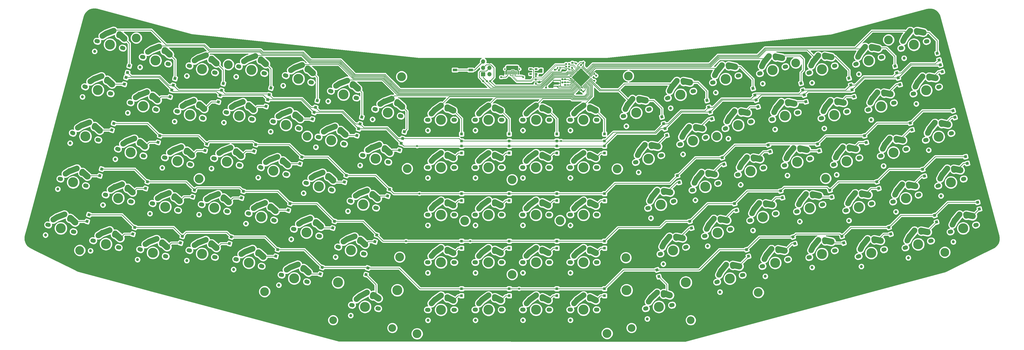
<source format=gbr>
%TF.GenerationSoftware,KiCad,Pcbnew,(5.99.0-12367-g21313a4c1a)*%
%TF.CreationDate,2021-09-16T13:14:42+01:00*%
%TF.ProjectId,superlyra,73757065-726c-4797-9261-2e6b69636164,0.1*%
%TF.SameCoordinates,Original*%
%TF.FileFunction,Copper,L1,Top*%
%TF.FilePolarity,Positive*%
%FSLAX46Y46*%
G04 Gerber Fmt 4.6, Leading zero omitted, Abs format (unit mm)*
G04 Created by KiCad (PCBNEW (5.99.0-12367-g21313a4c1a)) date 2021-09-16 13:14:42*
%MOMM*%
%LPD*%
G01*
G04 APERTURE LIST*
G04 Aperture macros list*
%AMRoundRect*
0 Rectangle with rounded corners*
0 $1 Rounding radius*
0 $2 $3 $4 $5 $6 $7 $8 $9 X,Y pos of 4 corners*
0 Add a 4 corners polygon primitive as box body*
4,1,4,$2,$3,$4,$5,$6,$7,$8,$9,$2,$3,0*
0 Add four circle primitives for the rounded corners*
1,1,$1+$1,$2,$3*
1,1,$1+$1,$4,$5*
1,1,$1+$1,$6,$7*
1,1,$1+$1,$8,$9*
0 Add four rect primitives between the rounded corners*
20,1,$1+$1,$2,$3,$4,$5,0*
20,1,$1+$1,$4,$5,$6,$7,0*
20,1,$1+$1,$6,$7,$8,$9,0*
20,1,$1+$1,$8,$9,$2,$3,0*%
%AMHorizOval*
0 Thick line with rounded ends*
0 $1 width*
0 $2 $3 position (X,Y) of the first rounded end (center of the circle)*
0 $4 $5 position (X,Y) of the second rounded end (center of the circle)*
0 Add line between two ends*
20,1,$1,$2,$3,$4,$5,0*
0 Add two circle primitives to create the rounded ends*
1,1,$1,$2,$3*
1,1,$1,$4,$5*%
%AMRotRect*
0 Rectangle, with rotation*
0 The origin of the aperture is its center*
0 $1 length*
0 $2 width*
0 $3 Rotation angle, in degrees counterclockwise*
0 Add horizontal line*
21,1,$1,$2,0,0,$3*%
G04 Aperture macros list end*
%TA.AperFunction,SMDPad,CuDef*%
%ADD10RotRect,0.600000X0.500000X45.000000*%
%TD*%
%TA.AperFunction,SMDPad,CuDef*%
%ADD11RotRect,0.600000X0.500000X225.000000*%
%TD*%
%TA.AperFunction,SMDPad,CuDef*%
%ADD12R,0.600000X0.500000*%
%TD*%
%TA.AperFunction,ComponentPad*%
%ADD13R,1.700000X1.700000*%
%TD*%
%TA.AperFunction,ComponentPad*%
%ADD14O,1.700000X1.700000*%
%TD*%
%TA.AperFunction,SMDPad,CuDef*%
%ADD15RoundRect,0.160000X0.197500X0.160000X-0.197500X0.160000X-0.197500X-0.160000X0.197500X-0.160000X0*%
%TD*%
%TA.AperFunction,SMDPad,CuDef*%
%ADD16RoundRect,0.160000X-0.160000X0.197500X-0.160000X-0.197500X0.160000X-0.197500X0.160000X0.197500X0*%
%TD*%
%TA.AperFunction,SMDPad,CuDef*%
%ADD17RoundRect,0.160000X0.252791X-0.026517X-0.026517X0.252791X-0.252791X0.026517X0.026517X-0.252791X0*%
%TD*%
%TA.AperFunction,SMDPad,CuDef*%
%ADD18RoundRect,0.160000X-0.197500X-0.160000X0.197500X-0.160000X0.197500X0.160000X-0.197500X0.160000X0*%
%TD*%
%TA.AperFunction,SMDPad,CuDef*%
%ADD19RoundRect,0.062500X-0.380070X0.291682X0.291682X-0.380070X0.380070X-0.291682X-0.291682X0.380070X0*%
%TD*%
%TA.AperFunction,SMDPad,CuDef*%
%ADD20RoundRect,0.062500X-0.380070X-0.291682X-0.291682X-0.380070X0.380070X0.291682X0.291682X0.380070X0*%
%TD*%
%TA.AperFunction,SMDPad,CuDef*%
%ADD21RotRect,5.200000X5.200000X315.000000*%
%TD*%
%TA.AperFunction,SMDPad,CuDef*%
%ADD22R,1.060000X0.650000*%
%TD*%
%TA.AperFunction,WasherPad*%
%ADD23C,3.987800*%
%TD*%
%TA.AperFunction,WasherPad*%
%ADD24C,1.700000*%
%TD*%
%TA.AperFunction,WasherPad*%
%ADD25C,3.048000*%
%TD*%
%TA.AperFunction,WasherPad*%
%ADD26C,1.750000*%
%TD*%
%TA.AperFunction,WasherPad*%
%ADD27C,1.200000*%
%TD*%
%TA.AperFunction,ComponentPad*%
%ADD28HorizOval,2.250000X0.057457X0.284954X-0.057457X-0.284954X0*%
%TD*%
%TA.AperFunction,ComponentPad*%
%ADD29C,2.250000*%
%TD*%
%TA.AperFunction,ConnectorPad*%
%ADD30HorizOval,2.500000X1.030158X-0.708008X-1.030158X0.708008X0*%
%TD*%
%TA.AperFunction,ComponentPad*%
%ADD31C,2.000000*%
%TD*%
%TA.AperFunction,ComponentPad*%
%ADD32HorizOval,2.250000X0.744677X0.638265X-0.744677X-0.638265X0*%
%TD*%
%TA.AperFunction,ConnectorPad*%
%ADD33HorizOval,2.300000X1.406107X0.763454X-1.406107X-0.763454X0*%
%TD*%
%TA.AperFunction,ConnectorPad*%
%ADD34HorizOval,2.500000X1.178302X-0.417259X-1.178302X0.417259X0*%
%TD*%
%TA.AperFunction,ComponentPad*%
%ADD35HorizOval,2.250000X-0.018253X0.290115X0.018253X-0.290115X0*%
%TD*%
%TA.AperFunction,ConnectorPad*%
%ADD36HorizOval,2.300000X1.160599X1.101367X-1.160599X-1.101367X0*%
%TD*%
%TA.AperFunction,ComponentPad*%
%ADD37HorizOval,2.250000X0.554107X0.809253X-0.554107X-0.809253X0*%
%TD*%
%TA.AperFunction,ConnectorPad*%
%ADD38HorizOval,2.500000X0.928931X-0.836413X-0.928931X0.836413X0*%
%TD*%
%TA.AperFunction,ComponentPad*%
%ADD39HorizOval,2.250000X0.094159X0.275017X-0.094159X-0.275017X0*%
%TD*%
%TA.AperFunction,ConnectorPad*%
%ADD40HorizOval,2.300000X1.493729X0.573389X-1.493729X-0.573389X0*%
%TD*%
%TA.AperFunction,ComponentPad*%
%ADD41HorizOval,2.250000X0.821616X0.535605X-0.821616X-0.535605X0*%
%TD*%
%TA.AperFunction,ConnectorPad*%
%ADD42HorizOval,2.500000X1.113758X-0.567488X-1.113758X0.567488X0*%
%TD*%
%TA.AperFunction,ComponentPad*%
%ADD43HorizOval,2.250000X0.019771X0.290016X-0.019771X-0.290016X0*%
%TD*%
%TA.AperFunction,ComponentPad*%
%ADD44HorizOval,2.250000X0.654995X0.730004X-0.654995X-0.730004X0*%
%TD*%
%TA.AperFunction,ConnectorPad*%
%ADD45HorizOval,2.300000X1.294427X0.940456X-1.294427X-0.940456X0*%
%TD*%
%TA.AperFunction,ConnectorPad*%
%ADD46HorizOval,2.500000X1.222685X-0.259890X-1.222685X0.259890X0*%
%TD*%
%TA.AperFunction,ComponentPad*%
%ADD47HorizOval,2.250000X-0.055964X0.285251X0.055964X-0.285251X0*%
%TD*%
%TA.AperFunction,ConnectorPad*%
%ADD48HorizOval,2.300000X1.006913X1.243434X-1.006913X-1.243434X0*%
%TD*%
%TA.AperFunction,ComponentPad*%
%ADD49HorizOval,2.250000X0.443738X0.874655X-0.443738X-0.874655X0*%
%TD*%
%TA.AperFunction,WasherPad*%
%ADD50C,0.650000*%
%TD*%
%TA.AperFunction,SMDPad,CuDef*%
%ADD51R,0.600000X1.450000*%
%TD*%
%TA.AperFunction,SMDPad,CuDef*%
%ADD52R,0.300000X1.450000*%
%TD*%
%TA.AperFunction,ComponentPad*%
%ADD53O,1.000000X2.100000*%
%TD*%
%TA.AperFunction,ComponentPad*%
%ADD54O,1.000000X1.600000*%
%TD*%
%TA.AperFunction,SMDPad,CuDef*%
%ADD55R,1.700000X1.000000*%
%TD*%
%TA.AperFunction,SMDPad,CuDef*%
%ADD56RotRect,1.100000X1.100000X75.000000*%
%TD*%
%TA.AperFunction,SMDPad,CuDef*%
%ADD57R,1.100000X1.100000*%
%TD*%
%TA.AperFunction,SMDPad,CuDef*%
%ADD58RotRect,1.100000X1.100000X105.000000*%
%TD*%
%TA.AperFunction,SMDPad,CuDef*%
%ADD59RotRect,1.100000X1.100000X255.000000*%
%TD*%
%TA.AperFunction,SMDPad,CuDef*%
%ADD60RotRect,1.100000X1.100000X285.000000*%
%TD*%
%TA.AperFunction,SMDPad,CuDef*%
%ADD61RoundRect,0.147500X0.147500X0.172500X-0.147500X0.172500X-0.147500X-0.172500X0.147500X-0.172500X0*%
%TD*%
%TA.AperFunction,ComponentPad*%
%ADD62C,3.500000*%
%TD*%
%TA.AperFunction,SMDPad,CuDef*%
%ADD63R,0.500000X0.600000*%
%TD*%
%TA.AperFunction,SMDPad,CuDef*%
%ADD64R,3.200000X0.400000*%
%TD*%
%TA.AperFunction,ViaPad*%
%ADD65C,0.800000*%
%TD*%
%TA.AperFunction,Conductor*%
%ADD66C,0.250000*%
%TD*%
%TA.AperFunction,Conductor*%
%ADD67C,0.200000*%
%TD*%
%TA.AperFunction,Conductor*%
%ADD68C,0.254000*%
%TD*%
%ADD69C,0.350000*%
%ADD70O,0.600000X1.700000*%
%ADD71O,0.600000X1.200000*%
G04 APERTURE END LIST*
D10*
%TO.P,C2,1*%
%TO.N,VCC*%
X238381091Y-78688909D03*
%TO.P,C2,2*%
%TO.N,GND*%
X239158909Y-77911091D03*
%TD*%
%TO.P,C3,1*%
%TO.N,VCC*%
X242771091Y-83218909D03*
%TO.P,C3,2*%
%TO.N,GND*%
X243548909Y-82441091D03*
%TD*%
D11*
%TO.P,C4,1*%
%TO.N,VCC*%
X238418909Y-90371091D03*
%TO.P,C4,2*%
%TO.N,GND*%
X237641091Y-91148909D03*
%TD*%
D12*
%TO.P,C5,1*%
%TO.N,VCC*%
X232706000Y-81534000D03*
%TO.P,C5,2*%
%TO.N,GND*%
X231606000Y-81534000D03*
%TD*%
D13*
%TO.P,J2,1,MISO*%
%TO.N,MOSI*%
X198374000Y-83312000D03*
D14*
%TO.P,J2,2,VCC*%
%TO.N,VCC*%
X200914000Y-83312000D03*
%TO.P,J2,3,SCK*%
%TO.N,ROW3*%
X198374000Y-80772000D03*
%TO.P,J2,4,MOSI*%
%TO.N,MISO*%
X200914000Y-80772000D03*
%TO.P,J2,5,~{RST}*%
%TO.N,RST*%
X198374000Y-78232000D03*
%TO.P,J2,6,GND*%
%TO.N,GND*%
X200914000Y-78232000D03*
%TD*%
D15*
%TO.P,R1,1*%
%TO.N,/D+*%
X232753500Y-80264000D03*
%TO.P,R1,2*%
%TO.N,DI+*%
X231558500Y-80264000D03*
%TD*%
%TO.P,R2,1*%
%TO.N,/D-*%
X232753500Y-79248000D03*
%TO.P,R2,2*%
%TO.N,DI-*%
X231558500Y-79248000D03*
%TD*%
D16*
%TO.P,R3,1*%
%TO.N,RST*%
X231140000Y-85381500D03*
%TO.P,R3,2*%
%TO.N,VCC*%
X231140000Y-86576500D03*
%TD*%
D17*
%TO.P,R4,1*%
%TO.N,GND*%
X243612496Y-86822496D03*
%TO.P,R4,2*%
%TO.N,Net-(R4-Pad2)*%
X242767504Y-85977504D03*
%TD*%
D15*
%TO.P,R5,1*%
%TO.N,GND*%
X215537500Y-84530000D03*
%TO.P,R5,2*%
%TO.N,Net-(J1-PadA5)*%
X214342500Y-84530000D03*
%TD*%
D18*
%TO.P,R6,1*%
%TO.N,GND*%
X204352500Y-84540000D03*
%TO.P,R6,2*%
%TO.N,Net-(J1-PadB5)*%
X205547500Y-84540000D03*
%TD*%
D19*
%TO.P,U1,1,PE6*%
%TO.N,unconnected-(U1-Pad1)*%
X236897798Y-80454264D03*
%TO.P,U1,2,UVCC*%
%TO.N,VCC*%
X236544245Y-80807818D03*
%TO.P,U1,3,D-*%
%TO.N,/D-*%
X236190691Y-81161371D03*
%TO.P,U1,4,D+*%
%TO.N,/D+*%
X235837138Y-81514924D03*
%TO.P,U1,5,UGND*%
%TO.N,GND*%
X235483585Y-81868478D03*
%TO.P,U1,6,UCAP*%
%TO.N,Net-(C1-Pad1)*%
X235130031Y-82222031D03*
%TO.P,U1,7,VBUS*%
%TO.N,VCC*%
X234776478Y-82575585D03*
%TO.P,U1,8,PB0*%
%TO.N,ROW4*%
X234422924Y-82929138D03*
%TO.P,U1,9,PB1*%
%TO.N,ROW3*%
X234069371Y-83282691D03*
%TO.P,U1,10,PB2*%
%TO.N,MOSI*%
X233715818Y-83636245D03*
%TO.P,U1,11,PB3*%
%TO.N,MISO*%
X233362264Y-83989798D03*
D20*
%TO.P,U1,12,PB7*%
%TO.N,ROW0*%
X233362264Y-85174202D03*
%TO.P,U1,13,~{RESET}*%
%TO.N,RST*%
X233715818Y-85527755D03*
%TO.P,U1,14,VCC*%
%TO.N,VCC*%
X234069371Y-85881309D03*
%TO.P,U1,15,GND*%
%TO.N,GND*%
X234422924Y-86234862D03*
%TO.P,U1,16,XTAL2*%
%TO.N,Net-(U1-Pad16)*%
X234776478Y-86588415D03*
%TO.P,U1,17,XTAL1*%
%TO.N,Net-(U1-Pad17)*%
X235130031Y-86941969D03*
%TO.P,U1,18,PD0*%
%TO.N,COL0*%
X235483585Y-87295522D03*
%TO.P,U1,19,PD1*%
%TO.N,COL1*%
X235837138Y-87649076D03*
%TO.P,U1,20,PD2*%
%TO.N,COL2*%
X236190691Y-88002629D03*
%TO.P,U1,21,PD3*%
%TO.N,COL3*%
X236544245Y-88356182D03*
%TO.P,U1,22,PD5*%
%TO.N,COL4*%
X236897798Y-88709736D03*
D19*
%TO.P,U1,23,GND*%
%TO.N,GND*%
X238082202Y-88709736D03*
%TO.P,U1,24,AVCC*%
%TO.N,VCC*%
X238435755Y-88356182D03*
%TO.P,U1,25,PD4*%
%TO.N,COL5*%
X238789309Y-88002629D03*
%TO.P,U1,26,PD6*%
%TO.N,COL6*%
X239142862Y-87649076D03*
%TO.P,U1,27,PD7*%
%TO.N,COL7*%
X239496415Y-87295522D03*
%TO.P,U1,28,PB4*%
%TO.N,COL8*%
X239849969Y-86941969D03*
%TO.P,U1,29,PB5*%
%TO.N,COL9*%
X240203522Y-86588415D03*
%TO.P,U1,30,PB6*%
%TO.N,COL10*%
X240557076Y-86234862D03*
%TO.P,U1,31,PC6*%
%TO.N,COL11*%
X240910629Y-85881309D03*
%TO.P,U1,32,PC7*%
%TO.N,COL12*%
X241264182Y-85527755D03*
%TO.P,U1,33,~{HWB}/PE2*%
%TO.N,Net-(R4-Pad2)*%
X241617736Y-85174202D03*
D20*
%TO.P,U1,34,VCC*%
%TO.N,VCC*%
X241617736Y-83989798D03*
%TO.P,U1,35,GND*%
%TO.N,GND*%
X241264182Y-83636245D03*
%TO.P,U1,36,PF7*%
%TO.N,COL13*%
X240910629Y-83282691D03*
%TO.P,U1,37,PF6*%
%TO.N,COL14*%
X240557076Y-82929138D03*
%TO.P,U1,38,PF5*%
%TO.N,COL15*%
X240203522Y-82575585D03*
%TO.P,U1,39,PF4*%
%TO.N,COL16*%
X239849969Y-82222031D03*
%TO.P,U1,40,PF1*%
%TO.N,COL17*%
X239496415Y-81868478D03*
%TO.P,U1,41,PF0*%
%TO.N,unconnected-(U1-Pad41)*%
X239142862Y-81514924D03*
%TO.P,U1,42,AREF*%
%TO.N,unconnected-(U1-Pad42)*%
X238789309Y-81161371D03*
%TO.P,U1,43,GND*%
%TO.N,GND*%
X238435755Y-80807818D03*
%TO.P,U1,44,AVCC*%
%TO.N,VCC*%
X238082202Y-80454264D03*
D21*
%TO.P,U1,45,GND*%
%TO.N,GND*%
X237490000Y-84582000D03*
%TD*%
D22*
%TO.P,U2,1,IO1*%
%TO.N,DI-*%
X217340000Y-81346000D03*
%TO.P,U2,2,VN*%
%TO.N,GND*%
X217340000Y-82296000D03*
%TO.P,U2,3,IO2*%
%TO.N,unconnected-(U2-Pad3)*%
X217340000Y-83246000D03*
%TO.P,U2,4,IO3*%
%TO.N,DI+*%
X219540000Y-83246000D03*
%TO.P,U2,5,VP*%
%TO.N,VCC*%
X219540000Y-82296000D03*
%TO.P,U2,6,IO4*%
%TO.N,unconnected-(U2-Pad6)*%
X219540000Y-81346000D03*
%TD*%
D10*
%TO.P,C1,1*%
%TO.N,Net-(C1-Pad1)*%
X235531091Y-79108909D03*
%TO.P,C1,2*%
%TO.N,GND*%
X236308909Y-78331091D03*
%TD*%
D23*
%TO.P,SW79,*%
%TO.N,*%
X140371625Y-166787401D03*
D24*
X156582947Y-177247894D03*
D25*
X138382406Y-181897021D03*
D23*
X151130000Y-176530000D03*
D26*
X146093460Y-175866927D03*
D27*
X145406448Y-180012722D03*
D25*
X162054143Y-185013464D03*
D26*
X156166540Y-177193073D03*
D24*
X145677053Y-175812106D03*
D23*
X164043362Y-169903844D03*
D28*
%TO.P,SW79,1,1*%
%TO.N,Net-(D79-Pad2)*%
X154253437Y-172109860D03*
D29*
X154311343Y-171824997D03*
D30*
X155504171Y-172494419D03*
D31*
X156583224Y-173415140D03*
D32*
%TO.P,SW79,2,2*%
%TO.N,COL6*%
X148428809Y-172876160D03*
D33*
X150500784Y-171579519D03*
D29*
X149173493Y-172237905D03*
D31*
X151900105Y-170680475D03*
%TD*%
D27*
%TO.P,SW84,*%
%TO.N,*%
X263977868Y-181375415D03*
D23*
X279363375Y-166787401D03*
D25*
X257680857Y-185013464D03*
X281352594Y-181897021D03*
D26*
X273641540Y-175866927D03*
D24*
X263152053Y-177247894D03*
D26*
X263568460Y-177193073D03*
D23*
X255691638Y-169903844D03*
X268605000Y-176530000D03*
D24*
X274057947Y-175812106D03*
D29*
%TO.P,SW84,1,1*%
%TO.N,Net-(D84-Pad2)*%
X270460197Y-171161924D03*
D34*
X271785639Y-171499809D03*
D31*
X273066225Y-172109879D03*
D35*
X270477991Y-171452068D03*
D36*
%TO.P,SW84,2,2*%
%TO.N,COL11*%
X266715946Y-171911055D03*
D37*
X265050166Y-173699782D03*
D29*
X265604283Y-172890536D03*
D31*
X267834895Y-170680475D03*
%TD*%
D26*
%TO.P,SW1,*%
%TO.N,*%
X54075933Y-72808264D03*
D27*
X43039857Y-74199316D03*
D26*
X44262127Y-70178662D03*
D24*
X43856438Y-70069958D03*
X54481622Y-72916968D03*
D23*
X49169030Y-71493463D03*
D29*
%TO.P,SW1,1,1*%
%TO.N,Net-(D1-Pad2)*%
X52937282Y-67243960D03*
D31*
X54982172Y-69117040D03*
D38*
X53966788Y-68308696D03*
D39*
X52842689Y-67518827D03*
D40*
%TO.P,SW1,2,2*%
%TO.N,COL0*%
X49191365Y-66503205D03*
D29*
X47789492Y-66982712D03*
D41*
X46967869Y-67518306D03*
D31*
X50696062Y-65794501D03*
%TD*%
D26*
%TO.P,SW2,*%
%TO.N,*%
X72233932Y-79163835D03*
D27*
X61197856Y-80554887D03*
D23*
X67327029Y-77849034D03*
D26*
X62420126Y-76534233D03*
D24*
X72639621Y-79272539D03*
X62014437Y-76425529D03*
D38*
%TO.P,SW2,1,1*%
%TO.N,Net-(D2-Pad2)*%
X72124787Y-74664267D03*
D31*
X73140171Y-75472611D03*
D39*
X71000688Y-73874398D03*
D29*
X71095281Y-73599531D03*
D40*
%TO.P,SW2,2,2*%
%TO.N,COL1*%
X67349364Y-72858776D03*
D29*
X65947491Y-73338283D03*
D41*
X65125868Y-73873877D03*
D31*
X68854061Y-72150072D03*
%TD*%
D27*
%TO.P,SW3,*%
%TO.N,*%
X79894380Y-84064145D03*
D23*
X86023553Y-81358292D03*
D26*
X90930456Y-82673093D03*
D24*
X80710961Y-79934787D03*
X91336145Y-82781797D03*
D26*
X81116650Y-80043491D03*
D38*
%TO.P,SW3,1,1*%
%TO.N,Net-(D3-Pad2)*%
X90821311Y-78173525D03*
D29*
X89791805Y-77108789D03*
D39*
X89697212Y-77383656D03*
D31*
X91836695Y-78981869D03*
D29*
%TO.P,SW3,2,2*%
%TO.N,COL2*%
X84644015Y-76847541D03*
D40*
X86045888Y-76368034D03*
D41*
X83822392Y-77383135D03*
D31*
X87550585Y-75659330D03*
%TD*%
D24*
%TO.P,SW4,*%
%TO.N,*%
X100422124Y-80203996D03*
D26*
X100827813Y-80312700D03*
X110641619Y-82942302D03*
D23*
X105734716Y-81627501D03*
D24*
X111047308Y-83051006D03*
D27*
X99605543Y-84333354D03*
D39*
%TO.P,SW4,1,1*%
%TO.N,Net-(D4-Pad2)*%
X109408375Y-77652865D03*
D31*
X111547858Y-79251078D03*
D38*
X110532474Y-78442734D03*
D29*
X109502968Y-77377998D03*
D40*
%TO.P,SW4,2,2*%
%TO.N,COL3*%
X105757051Y-76637243D03*
D31*
X107261748Y-75928539D03*
D29*
X104355178Y-77116750D03*
D41*
X103533555Y-77652344D03*
%TD*%
D24*
%TO.P,SW5,*%
%TO.N,*%
X119194668Y-83809695D03*
D27*
X118378087Y-87939053D03*
D24*
X129819852Y-86656705D03*
D23*
X124507260Y-85233200D03*
D26*
X129414163Y-86548001D03*
X119600357Y-83918399D03*
D29*
%TO.P,SW5,1,1*%
%TO.N,Net-(D5-Pad2)*%
X128275512Y-80983697D03*
D38*
X129305018Y-82048433D03*
D39*
X128180919Y-81258564D03*
D31*
X130320402Y-82856777D03*
D29*
%TO.P,SW5,2,2*%
%TO.N,COL4*%
X123127722Y-80722449D03*
D40*
X124529595Y-80242942D03*
D31*
X126034292Y-79534238D03*
D41*
X122306099Y-81258043D03*
%TD*%
D24*
%TO.P,SW6,*%
%TO.N,*%
X147844394Y-92910124D03*
D23*
X142531802Y-91486619D03*
D26*
X137624899Y-90171818D03*
D27*
X136402629Y-94192472D03*
D24*
X137219210Y-90063114D03*
D26*
X147438705Y-92801420D03*
D31*
%TO.P,SW6,1,1*%
%TO.N,Net-(D6-Pad2)*%
X148344944Y-89110196D03*
D39*
X146205461Y-87511983D03*
D38*
X147329560Y-88301852D03*
D29*
X146300054Y-87237116D03*
D41*
%TO.P,SW6,2,2*%
%TO.N,COL5*%
X140330641Y-87511462D03*
D31*
X144058834Y-85787657D03*
D40*
X142554137Y-86496361D03*
D29*
X141152264Y-86975868D03*
%TD*%
D24*
%TO.P,SW7,*%
%TO.N,*%
X165584699Y-100158943D03*
D27*
X154142934Y-101441291D03*
D23*
X160272107Y-98735438D03*
D26*
X155365204Y-97420637D03*
X165179010Y-100050239D03*
D24*
X154959515Y-97311933D03*
D29*
%TO.P,SW7,1,1*%
%TO.N,Net-(D7-Pad2)*%
X164040359Y-94485935D03*
D38*
X165069865Y-95550671D03*
D31*
X166085249Y-96359015D03*
D39*
X163945766Y-94760802D03*
D31*
%TO.P,SW7,2,2*%
%TO.N,COL6*%
X161799139Y-93036476D03*
D41*
X158070946Y-94760281D03*
D40*
X160294442Y-93745180D03*
D29*
X158892569Y-94224687D03*
%TD*%
D24*
%TO.P,SW8,*%
%TO.N,*%
X175980027Y-101668860D03*
D26*
X186560027Y-101668860D03*
D27*
X176260027Y-105868860D03*
D26*
X176400027Y-101668860D03*
D24*
X186980027Y-101668860D03*
D23*
X181480027Y-101668860D03*
D42*
%TO.P,SW8,1,1*%
%TO.N,Net-(D8-Pad2)*%
X185290027Y-97350860D03*
D43*
X183999798Y-96878844D03*
D29*
X184020027Y-96588860D03*
D31*
X186480027Y-97868860D03*
%TO.P,SW8,2,2*%
%TO.N,COL7*%
X181480027Y-95768860D03*
D44*
X178325022Y-98398856D03*
D29*
X178980027Y-97668860D03*
D45*
X180210027Y-96842860D03*
%TD*%
D23*
%TO.P,SW9,*%
%TO.N,*%
X200463938Y-101669622D03*
D27*
X195243938Y-105869622D03*
D26*
X195383938Y-101669622D03*
D24*
X205963938Y-101669622D03*
D26*
X205543938Y-101669622D03*
D24*
X194963938Y-101669622D03*
D29*
%TO.P,SW9,1,1*%
%TO.N,Net-(D9-Pad2)*%
X203003938Y-96589622D03*
D43*
X202983709Y-96879606D03*
D42*
X204273938Y-97351622D03*
D31*
X205463938Y-97869622D03*
D44*
%TO.P,SW9,2,2*%
%TO.N,COL8*%
X197308933Y-98399618D03*
D31*
X200463938Y-95769622D03*
D29*
X197963938Y-97669622D03*
D45*
X199193938Y-96843622D03*
%TD*%
D26*
%TO.P,SW10,*%
%TO.N,*%
X224548099Y-101669850D03*
X214388099Y-101669850D03*
D24*
X213968099Y-101669850D03*
D27*
X214248099Y-105869850D03*
D23*
X219468099Y-101669850D03*
D24*
X224968099Y-101669850D03*
D29*
%TO.P,SW10,1,1*%
%TO.N,Net-(D10-Pad2)*%
X222008099Y-96589850D03*
D31*
X224468099Y-97869850D03*
D42*
X223278099Y-97351850D03*
D43*
X221987870Y-96879834D03*
D29*
%TO.P,SW10,2,2*%
%TO.N,COL9*%
X216968099Y-97669850D03*
D44*
X216313094Y-98399846D03*
D31*
X219468099Y-95769850D03*
D45*
X218198099Y-96843850D03*
%TD*%
D26*
%TO.P,SW11,*%
%TO.N,*%
X243536946Y-101669702D03*
D27*
X233236946Y-105869702D03*
D24*
X232956946Y-101669702D03*
D23*
X238456946Y-101669702D03*
D26*
X233376946Y-101669702D03*
D24*
X243956946Y-101669702D03*
D29*
%TO.P,SW11,1,1*%
%TO.N,Net-(D11-Pad2)*%
X240996946Y-96589702D03*
D42*
X242266946Y-97351702D03*
D31*
X243456946Y-97869702D03*
D43*
X240976717Y-96879686D03*
D44*
%TO.P,SW11,2,2*%
%TO.N,COL10*%
X235301941Y-98399698D03*
D29*
X235956946Y-97669702D03*
D31*
X238456946Y-95769702D03*
D45*
X237186946Y-96843702D03*
%TD*%
D24*
%TO.P,SW12,*%
%TO.N,*%
X264855515Y-97355110D03*
X254230331Y-100202120D03*
D23*
X259542923Y-98778615D03*
D27*
X255587830Y-104186539D03*
D26*
X264449826Y-97463814D03*
X254636020Y-100093416D03*
D31*
%TO.P,SW12,1,1*%
%TO.N,Net-(D12-Pad2)*%
X263389040Y-93814002D03*
D29*
X260681574Y-93214311D03*
D46*
X262105520Y-93621647D03*
D47*
X260737088Y-93499650D03*
D29*
%TO.P,SW12,2,2*%
%TO.N,COL11*%
X256092832Y-95561959D03*
D48*
X257067136Y-94445757D03*
D31*
X258015891Y-93079653D03*
D49*
X255649083Y-96436609D03*
%TD*%
D27*
%TO.P,SW13,*%
%TO.N,*%
X273307922Y-96958937D03*
D23*
X277263015Y-91551013D03*
D26*
X282169918Y-90236212D03*
D24*
X282575607Y-90127508D03*
D26*
X272356112Y-92865814D03*
D24*
X271950423Y-92974518D03*
D29*
%TO.P,SW13,1,1*%
%TO.N,Net-(D13-Pad2)*%
X278401666Y-85986709D03*
D31*
X281109132Y-86586400D03*
D47*
X278457180Y-86272048D03*
D46*
X279825612Y-86394045D03*
D31*
%TO.P,SW13,2,2*%
%TO.N,COL12*%
X275735983Y-85852051D03*
D29*
X273812924Y-88334357D03*
D49*
X273369175Y-89209007D03*
D48*
X274787228Y-87218155D03*
%TD*%
D24*
%TO.P,SW14,*%
%TO.N,*%
X300611615Y-83874893D03*
X289986431Y-86721903D03*
D27*
X291343930Y-90706322D03*
D23*
X295299023Y-85298398D03*
D26*
X300205926Y-83983597D03*
X290392120Y-86613199D03*
D46*
%TO.P,SW14,1,1*%
%TO.N,Net-(D14-Pad2)*%
X297861620Y-80141430D03*
D47*
X296493188Y-80019433D03*
D31*
X299145140Y-80333785D03*
D29*
X296437674Y-79734094D03*
D48*
%TO.P,SW14,2,2*%
%TO.N,COL13*%
X292823236Y-80965540D03*
D49*
X291405183Y-82956392D03*
D31*
X293771991Y-79599436D03*
D29*
X291848932Y-82081742D03*
%TD*%
D23*
%TO.P,SW15,*%
%TO.N,*%
X314083964Y-81715986D03*
D26*
X309177061Y-83030787D03*
D24*
X308771372Y-83139491D03*
D27*
X310128871Y-87123910D03*
D26*
X318990867Y-80401185D03*
D24*
X319396556Y-80292481D03*
D31*
%TO.P,SW15,1,1*%
%TO.N,Net-(D15-Pad2)*%
X317930081Y-76751373D03*
D47*
X315278129Y-76437021D03*
D46*
X316646561Y-76559018D03*
D29*
X315222615Y-76151682D03*
D49*
%TO.P,SW15,2,2*%
%TO.N,COL14*%
X310190124Y-79373980D03*
D48*
X311608177Y-77383128D03*
D29*
X310633873Y-78499330D03*
D31*
X312556932Y-76017024D03*
%TD*%
D24*
%TO.P,SW16,*%
%TO.N,*%
X339095382Y-79960634D03*
X328470198Y-82807644D03*
D23*
X333782790Y-81384139D03*
D26*
X328875887Y-82698940D03*
X338689693Y-80069338D03*
D27*
X329827697Y-86792063D03*
D47*
%TO.P,SW16,1,1*%
%TO.N,Net-(D16-Pad2)*%
X334976955Y-76105174D03*
D31*
X337628907Y-76419526D03*
D46*
X336345387Y-76227171D03*
D29*
X334921441Y-75819835D03*
D31*
%TO.P,SW16,2,2*%
%TO.N,COL15*%
X332255758Y-75685177D03*
D29*
X330332699Y-78167483D03*
D48*
X331307003Y-77051281D03*
D49*
X329888950Y-79042133D03*
%TD*%
D26*
%TO.P,SW17,*%
%TO.N,*%
X347610863Y-79246791D03*
D27*
X348562673Y-83339914D03*
D26*
X357424669Y-76617189D03*
D23*
X352517766Y-77931990D03*
D24*
X357830358Y-76508485D03*
X347205174Y-79355495D03*
D31*
%TO.P,SW17,1,1*%
%TO.N,Net-(D17-Pad2)*%
X356363883Y-72967377D03*
D46*
X355080363Y-72775022D03*
D47*
X353711931Y-72653025D03*
D29*
X353656417Y-72367686D03*
D31*
%TO.P,SW17,2,2*%
%TO.N,COL16*%
X350990734Y-72233028D03*
D48*
X350041979Y-73599132D03*
D49*
X348623926Y-75589984D03*
D29*
X349067675Y-74715334D03*
%TD*%
D24*
%TO.P,SW18,*%
%TO.N,*%
X375892053Y-70116196D03*
D23*
X370579461Y-71539701D03*
D26*
X375486364Y-70224900D03*
D24*
X365266869Y-72963206D03*
D26*
X365672558Y-72854502D03*
D27*
X366624368Y-76947625D03*
D46*
%TO.P,SW18,1,1*%
%TO.N,Net-(D18-Pad2)*%
X373142058Y-66382733D03*
D29*
X371718112Y-65975397D03*
D47*
X371773626Y-66260736D03*
D31*
X374425578Y-66575088D03*
%TO.P,SW18,2,2*%
%TO.N,COL17*%
X369052429Y-65840739D03*
D49*
X366685621Y-69197695D03*
D48*
X368103674Y-67206843D03*
D29*
X367129370Y-68323045D03*
%TD*%
D24*
%TO.P,SW19,*%
%TO.N,*%
X38987901Y-88298939D03*
D26*
X39393590Y-88407643D03*
D24*
X49613085Y-91145949D03*
D27*
X38171320Y-92428297D03*
D26*
X49207396Y-91037245D03*
D23*
X44300493Y-89722444D03*
D31*
%TO.P,SW19,1,1*%
%TO.N,Net-(D19-Pad2)*%
X50113635Y-87346021D03*
D38*
X49098251Y-86537677D03*
D29*
X48068745Y-85472941D03*
D39*
X47974152Y-85747808D03*
D29*
%TO.P,SW19,2,2*%
%TO.N,COL0*%
X42920955Y-85211693D03*
D40*
X44322828Y-84732186D03*
D31*
X45827525Y-84023482D03*
D41*
X42099332Y-85747287D03*
%TD*%
D23*
%TO.P,SW20,*%
%TO.N,*%
X62430262Y-96115170D03*
D26*
X57523359Y-94800369D03*
D24*
X57117670Y-94691665D03*
D27*
X56301089Y-98821023D03*
D26*
X67337165Y-97429971D03*
D24*
X67742854Y-97538675D03*
D38*
%TO.P,SW20,1,1*%
%TO.N,Net-(D20-Pad2)*%
X67228020Y-92930403D03*
D29*
X66198514Y-91865667D03*
D39*
X66103921Y-92140534D03*
D31*
X68243404Y-93738747D03*
D40*
%TO.P,SW20,2,2*%
%TO.N,COL1*%
X62452597Y-91124912D03*
D41*
X60229101Y-92140013D03*
D29*
X61050724Y-91604419D03*
D31*
X63957294Y-90416208D03*
%TD*%
D24*
%TO.P,SW21,*%
%TO.N,*%
X75818579Y-98161670D03*
D26*
X86038074Y-100899976D03*
D23*
X81131171Y-99585175D03*
D26*
X76224268Y-98270374D03*
D24*
X86443763Y-101008680D03*
D27*
X75001998Y-102291028D03*
D29*
%TO.P,SW21,1,1*%
%TO.N,Net-(D21-Pad2)*%
X84899423Y-95335672D03*
D31*
X86944313Y-97208752D03*
D38*
X85928929Y-96400408D03*
D39*
X84804830Y-95610539D03*
D29*
%TO.P,SW21,2,2*%
%TO.N,COL2*%
X79751633Y-95074424D03*
D41*
X78930010Y-95610018D03*
D40*
X81153506Y-94594917D03*
D31*
X82658203Y-93886213D03*
%TD*%
D24*
%TO.P,SW22,*%
%TO.N,*%
X106133976Y-101420055D03*
D26*
X105728287Y-101311351D03*
X95914481Y-98681749D03*
D23*
X100821384Y-99996550D03*
D27*
X94692211Y-102702403D03*
D24*
X95508792Y-98573045D03*
D31*
%TO.P,SW22,1,1*%
%TO.N,Net-(D22-Pad2)*%
X106634526Y-97620127D03*
D29*
X104589636Y-95747047D03*
D38*
X105619142Y-96811783D03*
D39*
X104495043Y-96021914D03*
D29*
%TO.P,SW22,2,2*%
%TO.N,COL3*%
X99441846Y-95485799D03*
D31*
X102348416Y-94297588D03*
D40*
X100843719Y-95006292D03*
D41*
X98620223Y-96021393D03*
%TD*%
D26*
%TO.P,SW23,*%
%TO.N,*%
X124432456Y-104965212D03*
X114618650Y-102335610D03*
D27*
X113396380Y-106356264D03*
D24*
X114212961Y-102226906D03*
D23*
X119525553Y-103650411D03*
D24*
X124838145Y-105073916D03*
D29*
%TO.P,SW23,1,1*%
%TO.N,Net-(D23-Pad2)*%
X123293805Y-99400908D03*
D38*
X124323311Y-100465644D03*
D31*
X125338695Y-101273988D03*
D39*
X123199212Y-99675775D03*
D41*
%TO.P,SW23,2,2*%
%TO.N,COL4*%
X117324392Y-99675254D03*
D31*
X121052585Y-97951449D03*
D40*
X119547888Y-98660153D03*
D29*
X118146015Y-99139660D03*
%TD*%
D26*
%TO.P,SW24,*%
%TO.N,*%
X132694801Y-108568105D03*
D27*
X131472531Y-112588759D03*
D26*
X142508607Y-111197707D03*
D24*
X132289112Y-108459401D03*
D23*
X137601704Y-109882906D03*
D24*
X142914296Y-111306411D03*
D38*
%TO.P,SW24,1,1*%
%TO.N,Net-(D24-Pad2)*%
X142399462Y-106698139D03*
D29*
X141369956Y-105633403D03*
D39*
X141275363Y-105908270D03*
D31*
X143414846Y-107506483D03*
D41*
%TO.P,SW24,2,2*%
%TO.N,COL5*%
X135400543Y-105907749D03*
D31*
X139128736Y-104183944D03*
D29*
X136222166Y-105372155D03*
D40*
X137624039Y-104892648D03*
%TD*%
D24*
%TO.P,SW25,*%
%TO.N,*%
X160607546Y-118604285D03*
D27*
X149165781Y-119886633D03*
D26*
X150388051Y-115865979D03*
D24*
X149982362Y-115757275D03*
D23*
X155294954Y-117180780D03*
D26*
X160201857Y-118495581D03*
D29*
%TO.P,SW25,1,1*%
%TO.N,Net-(D25-Pad2)*%
X159063206Y-112931277D03*
D39*
X158968613Y-113206144D03*
D31*
X161108096Y-114804357D03*
D38*
X160092712Y-113996013D03*
D40*
%TO.P,SW25,2,2*%
%TO.N,COL6*%
X155317289Y-112190522D03*
D29*
X153915416Y-112670029D03*
D41*
X153093793Y-113205623D03*
D31*
X156821986Y-111481818D03*
%TD*%
D24*
%TO.P,SW26,*%
%TO.N,*%
X175982461Y-120687059D03*
D23*
X181482461Y-120687059D03*
D26*
X186562461Y-120687059D03*
X176402461Y-120687059D03*
D27*
X176262461Y-124887059D03*
D24*
X186982461Y-120687059D03*
D29*
%TO.P,SW26,1,1*%
%TO.N,Net-(D26-Pad2)*%
X184022461Y-115607059D03*
D42*
X185292461Y-116369059D03*
D31*
X186482461Y-116887059D03*
D43*
X184002232Y-115897043D03*
D29*
%TO.P,SW26,2,2*%
%TO.N,COL7*%
X178982461Y-116687059D03*
D31*
X181482461Y-114787059D03*
D45*
X180212461Y-115861059D03*
D44*
X178327456Y-117417055D03*
%TD*%
D27*
%TO.P,SW27,*%
%TO.N,*%
X195249234Y-124888156D03*
D24*
X205969234Y-120688156D03*
X194969234Y-120688156D03*
D26*
X195389234Y-120688156D03*
D23*
X200469234Y-120688156D03*
D26*
X205549234Y-120688156D03*
D43*
%TO.P,SW27,1,1*%
%TO.N,Net-(D27-Pad2)*%
X202989005Y-115898140D03*
D31*
X205469234Y-116888156D03*
D29*
X203009234Y-115608156D03*
D42*
X204279234Y-116370156D03*
D31*
%TO.P,SW27,2,2*%
%TO.N,COL8*%
X200469234Y-114788156D03*
D44*
X197314229Y-117418152D03*
D29*
X197969234Y-116688156D03*
D45*
X199199234Y-115862156D03*
%TD*%
D26*
%TO.P,SW28,*%
%TO.N,*%
X214379244Y-120688139D03*
D24*
X213959244Y-120688139D03*
D27*
X214239244Y-124888139D03*
D23*
X219459244Y-120688139D03*
D24*
X224959244Y-120688139D03*
D26*
X224539244Y-120688139D03*
D29*
%TO.P,SW28,1,1*%
%TO.N,Net-(D28-Pad2)*%
X221999244Y-115608139D03*
D31*
X224459244Y-116888139D03*
D42*
X223269244Y-116370139D03*
D43*
X221979015Y-115898123D03*
D45*
%TO.P,SW28,2,2*%
%TO.N,COL9*%
X218189244Y-115862139D03*
D29*
X216959244Y-116688139D03*
D31*
X219459244Y-114788139D03*
D44*
X216304239Y-117418135D03*
%TD*%
D23*
%TO.P,SW29,*%
%TO.N,*%
X238440303Y-120688345D03*
D27*
X233220303Y-124888345D03*
D26*
X243520303Y-120688345D03*
D24*
X232940303Y-120688345D03*
X243940303Y-120688345D03*
D26*
X233360303Y-120688345D03*
D31*
%TO.P,SW29,1,1*%
%TO.N,Net-(D29-Pad2)*%
X243440303Y-116888345D03*
D29*
X240980303Y-115608345D03*
D42*
X242250303Y-116370345D03*
D43*
X240960074Y-115898329D03*
D45*
%TO.P,SW29,2,2*%
%TO.N,COL10*%
X237170303Y-115862345D03*
D31*
X238440303Y-114788345D03*
D29*
X235940303Y-116688345D03*
D44*
X235285298Y-117418341D03*
%TD*%
D24*
%TO.P,SW30,*%
%TO.N,*%
X259139704Y-118673038D03*
D26*
X259545393Y-118564334D03*
D23*
X264452296Y-117249533D03*
D27*
X260497203Y-122657457D03*
D26*
X269359199Y-115934732D03*
D24*
X269764888Y-115826028D03*
D47*
%TO.P,SW30,1,1*%
%TO.N,Net-(D30-Pad2)*%
X265646461Y-111970568D03*
D31*
X268298413Y-112284920D03*
D46*
X267014893Y-112092565D03*
D29*
X265590947Y-111685229D03*
D49*
%TO.P,SW30,2,2*%
%TO.N,COL11*%
X260558456Y-114907527D03*
D48*
X261976509Y-112916675D03*
D29*
X261002205Y-114032877D03*
D31*
X262925264Y-111550571D03*
%TD*%
D24*
%TO.P,SW31,*%
%TO.N,*%
X287517001Y-108610731D03*
D23*
X282204409Y-110034236D03*
D24*
X276891817Y-111457741D03*
D27*
X278249316Y-115442160D03*
D26*
X287111312Y-108719435D03*
X277297506Y-111349037D03*
D47*
%TO.P,SW31,1,1*%
%TO.N,Net-(D31-Pad2)*%
X283398574Y-104755271D03*
D46*
X284767006Y-104877268D03*
D29*
X283343060Y-104469932D03*
D31*
X286050526Y-105069623D03*
D29*
%TO.P,SW31,2,2*%
%TO.N,COL12*%
X278754318Y-106817580D03*
D48*
X279728622Y-105701378D03*
D49*
X278310569Y-107692230D03*
D31*
X280677377Y-104335274D03*
%TD*%
D24*
%TO.P,SW32,*%
%TO.N,*%
X294999323Y-105159717D03*
D27*
X296356822Y-109144136D03*
D26*
X305218818Y-102421411D03*
X295405012Y-105051013D03*
D23*
X300311915Y-103736212D03*
D24*
X305624507Y-102312707D03*
D29*
%TO.P,SW32,1,1*%
%TO.N,Net-(D32-Pad2)*%
X301450566Y-98171908D03*
D47*
X301506080Y-98457247D03*
D46*
X302874512Y-98579244D03*
D31*
X304158032Y-98771599D03*
D49*
%TO.P,SW32,2,2*%
%TO.N,COL13*%
X296418075Y-101394206D03*
D31*
X298784883Y-98037250D03*
D29*
X296861824Y-100519556D03*
D48*
X297836128Y-99403354D03*
%TD*%
D24*
%TO.P,SW33,*%
%TO.N,*%
X313692131Y-101484283D03*
D26*
X314097820Y-101375579D03*
D27*
X315049630Y-105468702D03*
D24*
X324317315Y-98637273D03*
D23*
X319004723Y-100060778D03*
D26*
X323911626Y-98745977D03*
D29*
%TO.P,SW33,1,1*%
%TO.N,Net-(D33-Pad2)*%
X320143374Y-94496474D03*
D47*
X320198888Y-94781813D03*
D46*
X321567320Y-94903810D03*
D31*
X322850840Y-95096165D03*
D29*
%TO.P,SW33,2,2*%
%TO.N,COL14*%
X315554632Y-96844122D03*
D31*
X317477691Y-94361816D03*
D49*
X315110883Y-97718772D03*
D48*
X316528936Y-95727920D03*
%TD*%
D23*
%TO.P,SW34,*%
%TO.N,*%
X338677427Y-99665571D03*
D24*
X343990019Y-98242066D03*
D26*
X333770524Y-100980372D03*
X343584330Y-98350770D03*
D24*
X333364835Y-101089076D03*
D27*
X334722334Y-105073495D03*
D31*
%TO.P,SW34,1,1*%
%TO.N,Net-(D34-Pad2)*%
X342523544Y-94700958D03*
D47*
X339871592Y-94386606D03*
D29*
X339816078Y-94101267D03*
D46*
X341240024Y-94508603D03*
D49*
%TO.P,SW34,2,2*%
%TO.N,COL15*%
X334783587Y-97323565D03*
D29*
X335227336Y-96448915D03*
D48*
X336201640Y-95332713D03*
D31*
X337150395Y-93966609D03*
%TD*%
D23*
%TO.P,SW35,*%
%TO.N,*%
X357425807Y-96201247D03*
D26*
X352518904Y-97516048D03*
X362332710Y-94886446D03*
D27*
X353470714Y-101609171D03*
D24*
X362738399Y-94777742D03*
X352113215Y-97624752D03*
D29*
%TO.P,SW35,1,1*%
%TO.N,Net-(D35-Pad2)*%
X358564458Y-90636943D03*
D47*
X358619972Y-90922282D03*
D31*
X361271924Y-91236634D03*
D46*
X359988404Y-91044279D03*
D29*
%TO.P,SW35,2,2*%
%TO.N,COL16*%
X353975716Y-92984591D03*
D49*
X353531967Y-93859241D03*
D48*
X354950020Y-91868389D03*
D31*
X355898775Y-90502285D03*
%TD*%
D24*
%TO.P,SW36,*%
%TO.N,*%
X380770215Y-88387067D03*
X370145031Y-91234077D03*
D26*
X370550720Y-91125373D03*
D23*
X375457623Y-89810572D03*
D27*
X371502530Y-95218496D03*
D26*
X380364526Y-88495771D03*
D46*
%TO.P,SW36,1,1*%
%TO.N,Net-(D36-Pad2)*%
X378020220Y-84653604D03*
D47*
X376651788Y-84531607D03*
D31*
X379303740Y-84845959D03*
D29*
X376596274Y-84246268D03*
D48*
%TO.P,SW36,2,2*%
%TO.N,COL17*%
X372981836Y-85477714D03*
D49*
X371563783Y-87468566D03*
D29*
X372007532Y-86593916D03*
D31*
X373930591Y-84111610D03*
%TD*%
D24*
%TO.P,SW37,*%
%TO.N,*%
X34056395Y-106846303D03*
D26*
X34462084Y-106955007D03*
D27*
X33239814Y-110975661D03*
D26*
X44275890Y-109584609D03*
D24*
X44681579Y-109693313D03*
D23*
X39368987Y-108269808D03*
D39*
%TO.P,SW37,1,1*%
%TO.N,Net-(D37-Pad2)*%
X43042646Y-104295172D03*
D31*
X45182129Y-105893385D03*
D29*
X43137239Y-104020305D03*
D38*
X44166745Y-105085041D03*
D41*
%TO.P,SW37,2,2*%
%TO.N,COL0*%
X37167826Y-104294651D03*
D29*
X37989449Y-103759057D03*
D31*
X40896019Y-102570846D03*
D40*
X39391322Y-103279550D03*
%TD*%
D26*
%TO.P,SW38,*%
%TO.N,*%
X62326470Y-116002356D03*
D24*
X52106975Y-113264050D03*
D27*
X51290394Y-117393408D03*
D24*
X62732159Y-116111060D03*
D23*
X57419567Y-114687555D03*
D26*
X52512664Y-113372754D03*
D31*
%TO.P,SW38,1,1*%
%TO.N,Net-(D38-Pad2)*%
X63232709Y-112311132D03*
D38*
X62217325Y-111502788D03*
D39*
X61093226Y-110712919D03*
D29*
X61187819Y-110438052D03*
D31*
%TO.P,SW38,2,2*%
%TO.N,COL1*%
X58946599Y-108988593D03*
D29*
X56040029Y-110176804D03*
D40*
X57441902Y-109697297D03*
D41*
X55218406Y-110712398D03*
%TD*%
D24*
%TO.P,SW39,*%
%TO.N,*%
X70856690Y-116722305D03*
X81481874Y-119569315D03*
D27*
X70040109Y-120851663D03*
D26*
X71262379Y-116831009D03*
D23*
X76169282Y-118145810D03*
D26*
X81076185Y-119460611D03*
D31*
%TO.P,SW39,1,1*%
%TO.N,Net-(D39-Pad2)*%
X81982424Y-115769387D03*
D29*
X79937534Y-113896307D03*
D39*
X79842941Y-114171174D03*
D38*
X80967040Y-114961043D03*
D41*
%TO.P,SW39,2,2*%
%TO.N,COL2*%
X73968121Y-114170653D03*
D40*
X76191617Y-113155552D03*
D29*
X74789744Y-113635059D03*
D31*
X77696314Y-112446848D03*
%TD*%
D23*
%TO.P,SW40,*%
%TO.N,*%
X95867582Y-118435457D03*
D24*
X90554990Y-117011952D03*
D27*
X89738409Y-121141310D03*
D26*
X90960679Y-117120656D03*
D24*
X101180174Y-119858962D03*
D26*
X100774485Y-119750258D03*
D31*
%TO.P,SW40,1,1*%
%TO.N,Net-(D40-Pad2)*%
X101680724Y-116059034D03*
D39*
X99541241Y-114460821D03*
D38*
X100665340Y-115250690D03*
D29*
X99635834Y-114185954D03*
D41*
%TO.P,SW40,2,2*%
%TO.N,COL3*%
X93666421Y-114460300D03*
D31*
X97394614Y-112736495D03*
D29*
X94488044Y-113924706D03*
D40*
X95889917Y-113445199D03*
%TD*%
D24*
%TO.P,SW41,*%
%TO.N,*%
X109235410Y-120646390D03*
D23*
X114548002Y-122069895D03*
D24*
X119860594Y-123493400D03*
D27*
X108418829Y-124775748D03*
D26*
X119454905Y-123384696D03*
X109641099Y-120755094D03*
D39*
%TO.P,SW41,1,1*%
%TO.N,Net-(D41-Pad2)*%
X118221661Y-118095259D03*
D38*
X119345760Y-118885128D03*
D29*
X118316254Y-117820392D03*
D31*
X120361144Y-119693472D03*
D29*
%TO.P,SW41,2,2*%
%TO.N,COL4*%
X113168464Y-117559144D03*
D31*
X116075034Y-116370933D03*
D40*
X114570337Y-117079637D03*
D41*
X112346841Y-118094738D03*
%TD*%
D26*
%TO.P,SW42,*%
%TO.N,*%
X127791737Y-126985791D03*
D23*
X132698640Y-128300592D03*
D26*
X137605543Y-129615393D03*
D27*
X126569467Y-131006445D03*
D24*
X138011232Y-129724097D03*
X127386048Y-126877087D03*
D39*
%TO.P,SW42,1,1*%
%TO.N,Net-(D42-Pad2)*%
X136372299Y-124325956D03*
D31*
X138511782Y-125924169D03*
D38*
X137496398Y-125115825D03*
D29*
X136466892Y-124051089D03*
D40*
%TO.P,SW42,2,2*%
%TO.N,COL5*%
X132720975Y-123310334D03*
D41*
X130497479Y-124325435D03*
D31*
X134225672Y-122601630D03*
D29*
X131319102Y-123789841D03*
%TD*%
D24*
%TO.P,SW43,*%
%TO.N,*%
X145100389Y-134107526D03*
D23*
X150412981Y-135531031D03*
D26*
X145506078Y-134216230D03*
D27*
X144283808Y-138236884D03*
D24*
X155725573Y-136954536D03*
D26*
X155319884Y-136845832D03*
D29*
%TO.P,SW43,1,1*%
%TO.N,Net-(D43-Pad2)*%
X154181233Y-131281528D03*
D31*
X156226123Y-133154608D03*
D38*
X155210739Y-132346264D03*
D39*
X154086640Y-131556395D03*
D41*
%TO.P,SW43,2,2*%
%TO.N,COL6*%
X148211820Y-131555874D03*
D31*
X151940013Y-129832069D03*
D40*
X150435316Y-130540773D03*
D29*
X149033443Y-131020280D03*
%TD*%
D24*
%TO.P,SW44,*%
%TO.N,*%
X175979982Y-139697890D03*
D27*
X176259982Y-143897890D03*
D26*
X186559982Y-139697890D03*
X176399982Y-139697890D03*
D24*
X186979982Y-139697890D03*
D23*
X181479982Y-139697890D03*
D29*
%TO.P,SW44,1,1*%
%TO.N,Net-(D44-Pad2)*%
X184019982Y-134617890D03*
D42*
X185289982Y-135379890D03*
D31*
X186479982Y-135897890D03*
D43*
X183999753Y-134907874D03*
D45*
%TO.P,SW44,2,2*%
%TO.N,COL7*%
X180209982Y-134871890D03*
D44*
X178324977Y-136427886D03*
D29*
X178979982Y-135697890D03*
D31*
X181479982Y-133797890D03*
%TD*%
D26*
%TO.P,SW45,*%
%TO.N,*%
X195401210Y-139689145D03*
D23*
X200481210Y-139689145D03*
D24*
X194981210Y-139689145D03*
D26*
X205561210Y-139689145D03*
D24*
X205981210Y-139689145D03*
D27*
X195261210Y-143889145D03*
D43*
%TO.P,SW45,1,1*%
%TO.N,Net-(D45-Pad2)*%
X203000981Y-134899129D03*
D42*
X204291210Y-135371145D03*
D31*
X205481210Y-135889145D03*
D29*
X203021210Y-134609145D03*
D45*
%TO.P,SW45,2,2*%
%TO.N,COL8*%
X199211210Y-134863145D03*
D29*
X197981210Y-135689145D03*
D31*
X200481210Y-133789145D03*
D44*
X197326205Y-136419141D03*
%TD*%
D24*
%TO.P,SW46,*%
%TO.N,*%
X224957600Y-139677803D03*
D26*
X214377600Y-139677803D03*
D27*
X214237600Y-143877803D03*
D26*
X224537600Y-139677803D03*
D23*
X219457600Y-139677803D03*
D24*
X213957600Y-139677803D03*
D29*
%TO.P,SW46,1,1*%
%TO.N,Net-(D46-Pad2)*%
X221997600Y-134597803D03*
D42*
X223267600Y-135359803D03*
D43*
X221977371Y-134887787D03*
D31*
X224457600Y-135877803D03*
D29*
%TO.P,SW46,2,2*%
%TO.N,COL9*%
X216957600Y-135677803D03*
D45*
X218187600Y-134851803D03*
D31*
X219457600Y-133777803D03*
D44*
X216302595Y-136407799D03*
%TD*%
D23*
%TO.P,SW47,*%
%TO.N,*%
X238454704Y-139684832D03*
D26*
X243534704Y-139684832D03*
D27*
X233234704Y-143884832D03*
D24*
X243954704Y-139684832D03*
D26*
X233374704Y-139684832D03*
D24*
X232954704Y-139684832D03*
D31*
%TO.P,SW47,1,1*%
%TO.N,Net-(D47-Pad2)*%
X243454704Y-135884832D03*
D42*
X242264704Y-135366832D03*
D43*
X240974475Y-134894816D03*
D29*
X240994704Y-134604832D03*
%TO.P,SW47,2,2*%
%TO.N,COL10*%
X235954704Y-135684832D03*
D31*
X238454704Y-133784832D03*
D45*
X237184704Y-134858832D03*
D44*
X235299699Y-136414828D03*
%TD*%
D27*
%TO.P,SW48,*%
%TO.N,*%
X265425119Y-141025350D03*
D26*
X274287115Y-134302625D03*
D24*
X264067620Y-137040931D03*
D23*
X269380212Y-135617426D03*
D24*
X274692804Y-134193921D03*
D26*
X264473309Y-136932227D03*
D29*
%TO.P,SW48,1,1*%
%TO.N,Net-(D48-Pad2)*%
X270518863Y-130053122D03*
D31*
X273226329Y-130652813D03*
D47*
X270574377Y-130338461D03*
D46*
X271942809Y-130460458D03*
D49*
%TO.P,SW48,2,2*%
%TO.N,COL11*%
X265486372Y-133275420D03*
D29*
X265930121Y-132400770D03*
D31*
X267853180Y-129918464D03*
D48*
X266904425Y-131284568D03*
%TD*%
D24*
%TO.P,SW49,*%
%TO.N,*%
X281821864Y-129827357D03*
X292447048Y-126980347D03*
D23*
X287134456Y-128403852D03*
D27*
X283179363Y-133811776D03*
D26*
X292041359Y-127089051D03*
X282227553Y-129718653D03*
D31*
%TO.P,SW49,1,1*%
%TO.N,Net-(D49-Pad2)*%
X290980573Y-123439239D03*
D29*
X288273107Y-122839548D03*
D46*
X289697053Y-123246884D03*
D47*
X288328621Y-123124887D03*
D48*
%TO.P,SW49,2,2*%
%TO.N,COL12*%
X284658669Y-124070994D03*
D29*
X283684365Y-125187196D03*
D31*
X285607424Y-122704890D03*
D49*
X283240616Y-126061846D03*
%TD*%
D24*
%TO.P,SW50,*%
%TO.N,*%
X310567469Y-120790605D03*
D26*
X310161780Y-120899309D03*
D24*
X299942285Y-123637615D03*
D23*
X305254877Y-122214110D03*
D26*
X300347974Y-123528911D03*
D27*
X301299784Y-127622034D03*
D31*
%TO.P,SW50,1,1*%
%TO.N,Net-(D50-Pad2)*%
X309100994Y-117249497D03*
D29*
X306393528Y-116649806D03*
D46*
X307817474Y-117057142D03*
D47*
X306449042Y-116935145D03*
D31*
%TO.P,SW50,2,2*%
%TO.N,COL13*%
X303727845Y-116515148D03*
D49*
X301361037Y-119872104D03*
D48*
X302779090Y-117881252D03*
D29*
X301804786Y-118997454D03*
%TD*%
D26*
%TO.P,SW51,*%
%TO.N,*%
X328828492Y-117210213D03*
X319014686Y-119839815D03*
D23*
X323921589Y-118525014D03*
D27*
X319966496Y-123932938D03*
D24*
X329234181Y-117101509D03*
X318608997Y-119948519D03*
D31*
%TO.P,SW51,1,1*%
%TO.N,Net-(D51-Pad2)*%
X327767706Y-113560401D03*
D29*
X325060240Y-112960710D03*
D47*
X325115754Y-113246049D03*
D46*
X326484186Y-113368046D03*
D29*
%TO.P,SW51,2,2*%
%TO.N,COL14*%
X320471498Y-115308358D03*
D48*
X321445802Y-114192156D03*
D31*
X322394557Y-112826052D03*
D49*
X320027749Y-116183008D03*
%TD*%
D24*
%TO.P,SW52,*%
%TO.N,*%
X338316417Y-119641977D03*
D27*
X339673916Y-123626396D03*
D26*
X348535912Y-116903671D03*
D23*
X343629009Y-118218472D03*
D24*
X348941601Y-116794967D03*
D26*
X338722106Y-119533273D03*
D47*
%TO.P,SW52,1,1*%
%TO.N,Net-(D52-Pad2)*%
X344823174Y-112939507D03*
D29*
X344767660Y-112654168D03*
D46*
X346191606Y-113061504D03*
D31*
X347475126Y-113253859D03*
%TO.P,SW52,2,2*%
%TO.N,COL15*%
X342101977Y-112519510D03*
D48*
X341153222Y-113885614D03*
D29*
X340178918Y-115001816D03*
D49*
X339735169Y-115876466D03*
%TD*%
D26*
%TO.P,SW53,*%
%TO.N,*%
X357475482Y-116039785D03*
X367289288Y-113410183D03*
D23*
X362382385Y-114724984D03*
D24*
X357069793Y-116148489D03*
X367694977Y-113301479D03*
D27*
X358427292Y-120132908D03*
D31*
%TO.P,SW53,1,1*%
%TO.N,Net-(D53-Pad2)*%
X366228502Y-109760371D03*
D46*
X364944982Y-109568016D03*
D29*
X363521036Y-109160680D03*
D47*
X363576550Y-109446019D03*
D48*
%TO.P,SW53,2,2*%
%TO.N,COL16*%
X359906598Y-110392126D03*
D49*
X358488545Y-112382978D03*
D29*
X358932294Y-111508328D03*
D31*
X360855353Y-109026022D03*
%TD*%
D27*
%TO.P,SW54,*%
%TO.N,*%
X376462274Y-113788366D03*
D26*
X385324270Y-107065641D03*
X375510464Y-109695243D03*
D23*
X380417367Y-108380442D03*
D24*
X385729959Y-106956937D03*
X375104775Y-109803947D03*
D46*
%TO.P,SW54,1,1*%
%TO.N,Net-(D54-Pad2)*%
X382979964Y-103223474D03*
D29*
X381556018Y-102816138D03*
D31*
X384263484Y-103415829D03*
D47*
X381611532Y-103101477D03*
D31*
%TO.P,SW54,2,2*%
%TO.N,COL17*%
X378890335Y-102681480D03*
D48*
X377941580Y-104047584D03*
D29*
X376967276Y-105163786D03*
D49*
X376523527Y-106038436D03*
%TD*%
D24*
%TO.P,SW55,*%
%TO.N,*%
X39743551Y-128082367D03*
D23*
X34430959Y-126658862D03*
D27*
X28301786Y-129364715D03*
D26*
X29524056Y-125344061D03*
X39337862Y-127973663D03*
D24*
X29118367Y-125235357D03*
D38*
%TO.P,SW55,1,1*%
%TO.N,Net-(D55-Pad2)*%
X39228717Y-123474095D03*
D29*
X38199211Y-122409359D03*
D39*
X38104618Y-122684226D03*
D31*
X40244101Y-124282439D03*
D41*
%TO.P,SW55,2,2*%
%TO.N,COL0*%
X32229798Y-122683705D03*
D31*
X35957991Y-120959900D03*
D29*
X33051421Y-122148111D03*
D40*
X34453294Y-121668604D03*
%TD*%
D24*
%TO.P,SW56,*%
%TO.N,*%
X57797753Y-134445742D03*
X47172569Y-131598732D03*
D26*
X47578258Y-131707436D03*
X57392064Y-134337038D03*
D27*
X46355988Y-135728090D03*
D23*
X52485161Y-133022237D03*
D39*
%TO.P,SW56,1,1*%
%TO.N,Net-(D56-Pad2)*%
X56158820Y-129047601D03*
D31*
X58298303Y-130645814D03*
D38*
X57282919Y-129837470D03*
D29*
X56253413Y-128772734D03*
%TO.P,SW56,2,2*%
%TO.N,COL1*%
X51105623Y-128511486D03*
D31*
X54012193Y-127323275D03*
D40*
X52507496Y-128031979D03*
D41*
X50284000Y-129047080D03*
%TD*%
D24*
%TO.P,SW57,*%
%TO.N,*%
X65941843Y-135065034D03*
D26*
X76161338Y-137803340D03*
D27*
X65125262Y-139194392D03*
D24*
X76567027Y-137912044D03*
D23*
X71254435Y-136488539D03*
D26*
X66347532Y-135173738D03*
D29*
%TO.P,SW57,1,1*%
%TO.N,Net-(D57-Pad2)*%
X75022687Y-132239036D03*
D39*
X74928094Y-132513903D03*
D31*
X77067577Y-134112116D03*
D38*
X76052193Y-133303772D03*
D40*
%TO.P,SW57,2,2*%
%TO.N,COL2*%
X71276770Y-131498281D03*
D31*
X72781467Y-130789577D03*
D29*
X69874897Y-131977788D03*
D41*
X69053274Y-132513382D03*
%TD*%
D26*
%TO.P,SW58,*%
%TO.N,*%
X85985267Y-135586774D03*
D24*
X85579578Y-135478070D03*
X96204762Y-138325080D03*
D27*
X84762997Y-139607428D03*
D26*
X95799073Y-138216376D03*
D23*
X90892170Y-136901575D03*
D38*
%TO.P,SW58,1,1*%
%TO.N,Net-(D58-Pad2)*%
X95689928Y-133716808D03*
D39*
X94565829Y-132926939D03*
D31*
X96705312Y-134525152D03*
D29*
X94660422Y-132652072D03*
D40*
%TO.P,SW58,2,2*%
%TO.N,COL3*%
X90914505Y-131911317D03*
D41*
X88691009Y-132926418D03*
D31*
X92419202Y-131202613D03*
D29*
X89512632Y-132390824D03*
%TD*%
D26*
%TO.P,SW59,*%
%TO.N,*%
X114549607Y-141794056D03*
D27*
X103513531Y-143185108D03*
D24*
X104330112Y-139055750D03*
D26*
X104735801Y-139164454D03*
D23*
X109642704Y-140479255D03*
D24*
X114955296Y-141902760D03*
D29*
%TO.P,SW59,1,1*%
%TO.N,Net-(D59-Pad2)*%
X113410956Y-136229752D03*
D31*
X115455846Y-138102832D03*
D38*
X114440462Y-137294488D03*
D39*
X113316363Y-136504619D03*
D31*
%TO.P,SW59,2,2*%
%TO.N,COL4*%
X111169736Y-134780293D03*
D40*
X109665039Y-135488997D03*
D29*
X108263166Y-135968504D03*
D41*
X107441543Y-136504098D03*
%TD*%
D24*
%TO.P,SW60,*%
%TO.N,*%
X122431183Y-145342987D03*
D23*
X127743775Y-146766492D03*
D27*
X121614602Y-149472345D03*
D24*
X133056367Y-148189997D03*
D26*
X132650678Y-148081293D03*
X122836872Y-145451691D03*
D31*
%TO.P,SW60,1,1*%
%TO.N,Net-(D60-Pad2)*%
X133556917Y-144390069D03*
D29*
X131512027Y-142516989D03*
D39*
X131417434Y-142791856D03*
D38*
X132541533Y-143581725D03*
D41*
%TO.P,SW60,2,2*%
%TO.N,COL5*%
X125542614Y-142791335D03*
D40*
X127766110Y-141776234D03*
D29*
X126364237Y-142255741D03*
D31*
X129270807Y-141067530D03*
%TD*%
D27*
%TO.P,SW61,*%
%TO.N,*%
X139356683Y-156604204D03*
D24*
X140173264Y-152474846D03*
X150798448Y-155321856D03*
D26*
X140578953Y-152583550D03*
D23*
X145485856Y-153898351D03*
D26*
X150392759Y-155213152D03*
D38*
%TO.P,SW61,1,1*%
%TO.N,Net-(D61-Pad2)*%
X150283614Y-150713584D03*
D29*
X149254108Y-149648848D03*
D39*
X149159515Y-149923715D03*
D31*
X151298998Y-151521928D03*
D41*
%TO.P,SW61,2,2*%
%TO.N,COL6*%
X143284695Y-149923194D03*
D29*
X144106318Y-149387600D03*
D31*
X147012888Y-148199389D03*
D40*
X145508191Y-148908093D03*
%TD*%
D24*
%TO.P,SW62,*%
%TO.N,*%
X175990210Y-158719962D03*
D26*
X186570210Y-158719962D03*
X176410210Y-158719962D03*
D24*
X186990210Y-158719962D03*
D27*
X176270210Y-162919962D03*
D23*
X181490210Y-158719962D03*
D31*
%TO.P,SW62,1,1*%
%TO.N,Net-(D62-Pad2)*%
X186490210Y-154919962D03*
D42*
X185300210Y-154401962D03*
D29*
X184030210Y-153639962D03*
D43*
X184009981Y-153929946D03*
D44*
%TO.P,SW62,2,2*%
%TO.N,COL7*%
X178335205Y-155449958D03*
D29*
X178990210Y-154719962D03*
D31*
X181490210Y-152819962D03*
D45*
X180220210Y-153893962D03*
%TD*%
D26*
%TO.P,SW63,*%
%TO.N,*%
X195401345Y-158720277D03*
X205561345Y-158720277D03*
D24*
X205981345Y-158720277D03*
D23*
X200481345Y-158720277D03*
D27*
X195261345Y-162920277D03*
D24*
X194981345Y-158720277D03*
D29*
%TO.P,SW63,1,1*%
%TO.N,Net-(D63-Pad2)*%
X203021345Y-153640277D03*
D31*
X205481345Y-154920277D03*
D43*
X203001116Y-153930261D03*
D42*
X204291345Y-154402277D03*
D29*
%TO.P,SW63,2,2*%
%TO.N,COL8*%
X197981345Y-154720277D03*
D31*
X200481345Y-152820277D03*
D44*
X197326340Y-155450273D03*
D45*
X199211345Y-153894277D03*
%TD*%
D24*
%TO.P,SW64,*%
%TO.N,*%
X224974685Y-158703844D03*
D23*
X219474685Y-158703844D03*
D26*
X224554685Y-158703844D03*
X214394685Y-158703844D03*
D24*
X213974685Y-158703844D03*
D27*
X214254685Y-162903844D03*
D42*
%TO.P,SW64,1,1*%
%TO.N,Net-(D64-Pad2)*%
X223284685Y-154385844D03*
D31*
X224474685Y-154903844D03*
D43*
X221994456Y-153913828D03*
D29*
X222014685Y-153623844D03*
D31*
%TO.P,SW64,2,2*%
%TO.N,COL9*%
X219474685Y-152803844D03*
D44*
X216319680Y-155433840D03*
D29*
X216974685Y-154703844D03*
D45*
X218204685Y-153877844D03*
%TD*%
D26*
%TO.P,SW65,*%
%TO.N,*%
X233386643Y-158701118D03*
D24*
X243966643Y-158701118D03*
D27*
X233246643Y-162901118D03*
D23*
X238466643Y-158701118D03*
D26*
X243546643Y-158701118D03*
D24*
X232966643Y-158701118D03*
D29*
%TO.P,SW65,1,1*%
%TO.N,Net-(D65-Pad2)*%
X241006643Y-153621118D03*
D43*
X240986414Y-153911102D03*
D31*
X243466643Y-154901118D03*
D42*
X242276643Y-154383118D03*
D29*
%TO.P,SW65,2,2*%
%TO.N,COL10*%
X235966643Y-154701118D03*
D44*
X235311638Y-155431114D03*
D31*
X238466643Y-152801118D03*
D45*
X237196643Y-153875118D03*
%TD*%
D23*
%TO.P,SW66,*%
%TO.N,*%
X274316445Y-153973288D03*
D24*
X269003853Y-155396793D03*
D26*
X279223348Y-152658487D03*
X269409542Y-155288089D03*
D24*
X279629037Y-152549783D03*
D27*
X270361352Y-159381212D03*
D31*
%TO.P,SW66,1,1*%
%TO.N,Net-(D66-Pad2)*%
X278162562Y-149008675D03*
D47*
X275510610Y-148694323D03*
D46*
X276879042Y-148816320D03*
D29*
X275455096Y-148408984D03*
D49*
%TO.P,SW66,2,2*%
%TO.N,COL11*%
X270422605Y-151631282D03*
D48*
X271840658Y-149640430D03*
D31*
X272789413Y-148274326D03*
D29*
X270866354Y-150756632D03*
%TD*%
D24*
%TO.P,SW67,*%
%TO.N,*%
X286749382Y-148241269D03*
D26*
X296968877Y-145502963D03*
D24*
X297374566Y-145394259D03*
D27*
X288106881Y-152225688D03*
D26*
X287155071Y-148132565D03*
D23*
X292061974Y-146817764D03*
D31*
%TO.P,SW67,1,1*%
%TO.N,Net-(D67-Pad2)*%
X295908091Y-141853151D03*
D46*
X294624571Y-141660796D03*
D29*
X293200625Y-141253460D03*
D47*
X293256139Y-141538799D03*
D31*
%TO.P,SW67,2,2*%
%TO.N,COL12*%
X290534942Y-141118802D03*
D49*
X288168134Y-144475758D03*
D48*
X289586187Y-142484906D03*
D29*
X288611883Y-143601108D03*
%TD*%
D26*
%TO.P,SW68,*%
%TO.N,*%
X315091101Y-139232538D03*
D23*
X310184198Y-140547339D03*
D24*
X304871606Y-141970844D03*
X315496790Y-139123834D03*
D27*
X306229105Y-145955263D03*
D26*
X305277295Y-141862140D03*
D46*
%TO.P,SW68,1,1*%
%TO.N,Net-(D68-Pad2)*%
X312746795Y-135390371D03*
D31*
X314030315Y-135582726D03*
D47*
X311378363Y-135268374D03*
D29*
X311322849Y-134983035D03*
D49*
%TO.P,SW68,2,2*%
%TO.N,COL13*%
X306290358Y-138205333D03*
D29*
X306734107Y-137330683D03*
D48*
X307708411Y-136214481D03*
D31*
X308657166Y-134848377D03*
%TD*%
D24*
%TO.P,SW69,*%
%TO.N,*%
X323569603Y-138385456D03*
X334194787Y-135538446D03*
D27*
X324927102Y-142369875D03*
D23*
X328882195Y-136961951D03*
D26*
X333789098Y-135647150D03*
X323975292Y-138276752D03*
D31*
%TO.P,SW69,1,1*%
%TO.N,Net-(D69-Pad2)*%
X332728312Y-131997338D03*
D47*
X330076360Y-131682986D03*
D46*
X331444792Y-131804983D03*
D29*
X330020846Y-131397647D03*
D49*
%TO.P,SW69,2,2*%
%TO.N,COL14*%
X324988355Y-134619945D03*
D31*
X327355163Y-131262989D03*
D48*
X326406408Y-132629093D03*
D29*
X325432104Y-133745295D03*
%TD*%
D26*
%TO.P,SW70,*%
%TO.N,*%
X343647265Y-137892852D03*
D27*
X344599075Y-141985975D03*
D24*
X353866760Y-135154546D03*
X343241576Y-138001556D03*
D26*
X353461071Y-135263250D03*
D23*
X348554168Y-136578051D03*
D29*
%TO.P,SW70,1,1*%
%TO.N,Net-(D70-Pad2)*%
X349692819Y-131013747D03*
D31*
X352400285Y-131613438D03*
D47*
X349748333Y-131299086D03*
D46*
X351116765Y-131421083D03*
D49*
%TO.P,SW70,2,2*%
%TO.N,COL15*%
X344660328Y-134236045D03*
D48*
X346078381Y-132245193D03*
D29*
X345104077Y-133361395D03*
D31*
X347027136Y-130879089D03*
%TD*%
D26*
%TO.P,SW71,*%
%TO.N,*%
X362422272Y-134387296D03*
D24*
X362016583Y-134496000D03*
D27*
X363374082Y-138480419D03*
D26*
X372236078Y-131757694D03*
D24*
X372641767Y-131648990D03*
D23*
X367329175Y-133072495D03*
D47*
%TO.P,SW71,1,1*%
%TO.N,Net-(D71-Pad2)*%
X368523340Y-127793530D03*
D46*
X369891772Y-127915527D03*
D31*
X371175292Y-128107882D03*
D29*
X368467826Y-127508191D03*
D49*
%TO.P,SW71,2,2*%
%TO.N,COL16*%
X363435335Y-130730489D03*
D31*
X365802143Y-127373533D03*
D29*
X363879084Y-129855839D03*
D48*
X364853388Y-128739637D03*
%TD*%
D26*
%TO.P,SW72,*%
%TO.N,*%
X390251625Y-125377142D03*
D23*
X385344722Y-126691943D03*
D24*
X380032130Y-128115448D03*
D26*
X380437819Y-128006744D03*
D24*
X390657314Y-125268438D03*
D27*
X381389629Y-132099867D03*
D47*
%TO.P,SW72,1,1*%
%TO.N,Net-(D72-Pad2)*%
X386538887Y-121412978D03*
D46*
X387907319Y-121534975D03*
D29*
X386483373Y-121127639D03*
D31*
X389190839Y-121727330D03*
D49*
%TO.P,SW72,2,2*%
%TO.N,COL17*%
X381450882Y-124349937D03*
D31*
X383817690Y-120992981D03*
D48*
X382868935Y-122359085D03*
D29*
X381894631Y-123475287D03*
%TD*%
D26*
%TO.P,SW73,*%
%TO.N,*%
X24616014Y-143760984D03*
X34429820Y-146390586D03*
D27*
X23393744Y-147781638D03*
D23*
X29522917Y-145075785D03*
D24*
X24210325Y-143652280D03*
X34835509Y-146499290D03*
D31*
%TO.P,SW73,1,1*%
%TO.N,Net-(D73-Pad2)*%
X35336059Y-142699362D03*
D39*
X33196576Y-141101149D03*
D29*
X33291169Y-140826282D03*
D38*
X34320675Y-141891018D03*
D41*
%TO.P,SW73,2,2*%
%TO.N,COL0*%
X27321756Y-141100628D03*
D31*
X31049949Y-139376823D03*
D29*
X28143379Y-140565034D03*
D40*
X29545252Y-140085527D03*
%TD*%
D23*
%TO.P,SW74,*%
%TO.N,*%
X47527553Y-151384381D03*
D26*
X52434456Y-152699182D03*
D24*
X42214961Y-149960876D03*
X52840145Y-152807886D03*
D27*
X41398380Y-154090234D03*
D26*
X42620650Y-150069580D03*
D38*
%TO.P,SW74,1,1*%
%TO.N,Net-(D74-Pad2)*%
X52325311Y-148199614D03*
D29*
X51295805Y-147134878D03*
D39*
X51201212Y-147409745D03*
D31*
X53340695Y-149007958D03*
D40*
%TO.P,SW74,2,2*%
%TO.N,COL1*%
X47549888Y-146394123D03*
D31*
X49054585Y-145685419D03*
D41*
X45326392Y-147409224D03*
D29*
X46148015Y-146873630D03*
%TD*%
D24*
%TO.P,SW75,*%
%TO.N,*%
X71632929Y-156339476D03*
D26*
X71227240Y-156230772D03*
D23*
X66320337Y-154915971D03*
D27*
X60191164Y-157621824D03*
D26*
X61413434Y-153601170D03*
D24*
X61007745Y-153492466D03*
D29*
%TO.P,SW75,1,1*%
%TO.N,Net-(D75-Pad2)*%
X70088589Y-150666468D03*
D39*
X69993996Y-150941335D03*
D38*
X71118095Y-151731204D03*
D31*
X72133479Y-152539548D03*
D40*
%TO.P,SW75,2,2*%
%TO.N,COL2*%
X66342672Y-149925713D03*
D41*
X64119176Y-150940814D03*
D29*
X64940799Y-150405220D03*
D31*
X67847369Y-149217009D03*
%TD*%
D24*
%TO.P,SW76,*%
%TO.N,*%
X91293142Y-156713263D03*
D27*
X79851377Y-157995611D03*
D26*
X81073647Y-153974957D03*
D23*
X85980550Y-155289758D03*
D26*
X90887453Y-156604559D03*
D24*
X80667958Y-153866253D03*
D31*
%TO.P,SW76,1,1*%
%TO.N,Net-(D76-Pad2)*%
X91793692Y-152913335D03*
D38*
X90778308Y-152104991D03*
D39*
X89654209Y-151315122D03*
D29*
X89748802Y-151040255D03*
D31*
%TO.P,SW76,2,2*%
%TO.N,COL3*%
X87507582Y-149590796D03*
D29*
X84601012Y-150779007D03*
D40*
X86002885Y-150299500D03*
D41*
X83779389Y-151314601D03*
%TD*%
D24*
%TO.P,SW77,*%
%TO.N,*%
X110024000Y-160296260D03*
D23*
X104711408Y-158872755D03*
D26*
X99804505Y-157557954D03*
D24*
X99398816Y-157449250D03*
D26*
X109618311Y-160187556D03*
D27*
X98582235Y-161578608D03*
D31*
%TO.P,SW77,1,1*%
%TO.N,Net-(D77-Pad2)*%
X110524550Y-156496332D03*
D38*
X109509166Y-155687988D03*
D29*
X108479660Y-154623252D03*
D39*
X108385067Y-154898119D03*
D40*
%TO.P,SW77,2,2*%
%TO.N,COL4*%
X104733743Y-153882497D03*
D41*
X102510247Y-154897598D03*
D29*
X103331870Y-154362004D03*
D31*
X106238440Y-153173793D03*
%TD*%
D26*
%TO.P,SW78,*%
%TO.N,*%
X117897435Y-163821182D03*
D23*
X122804338Y-165135983D03*
D26*
X127711241Y-166450784D03*
D27*
X116675165Y-167841836D03*
D24*
X128116930Y-166559488D03*
X117491746Y-163712478D03*
D31*
%TO.P,SW78,1,1*%
%TO.N,Net-(D78-Pad2)*%
X128617480Y-162759560D03*
D38*
X127602096Y-161951216D03*
D29*
X126572590Y-160886480D03*
D39*
X126477997Y-161161347D03*
D31*
%TO.P,SW78,2,2*%
%TO.N,COL5*%
X124331370Y-159437021D03*
D40*
X122826673Y-160145725D03*
D41*
X120603177Y-161160826D03*
D29*
X121424800Y-160625232D03*
%TD*%
D24*
%TO.P,SW80,*%
%TO.N,*%
X176004206Y-177722335D03*
D27*
X176284206Y-181922335D03*
D24*
X187004206Y-177722335D03*
D26*
X186584206Y-177722335D03*
X176424206Y-177722335D03*
D23*
X181504206Y-177722335D03*
D29*
%TO.P,SW80,1,1*%
%TO.N,Net-(D80-Pad2)*%
X184044206Y-172642335D03*
D31*
X186504206Y-173922335D03*
D42*
X185314206Y-173404335D03*
D43*
X184023977Y-172932319D03*
D44*
%TO.P,SW80,2,2*%
%TO.N,COL7*%
X178349201Y-174452331D03*
D31*
X181504206Y-171822335D03*
D45*
X180234206Y-172896335D03*
D29*
X179004206Y-173722335D03*
%TD*%
D23*
%TO.P,SW81,*%
%TO.N,*%
X200493711Y-177712896D03*
D26*
X205573711Y-177712896D03*
D24*
X205993711Y-177712896D03*
X194993711Y-177712896D03*
D27*
X195273711Y-181912896D03*
D26*
X195413711Y-177712896D03*
D42*
%TO.P,SW81,1,1*%
%TO.N,Net-(D81-Pad2)*%
X204303711Y-173394896D03*
D43*
X203013482Y-172922880D03*
D29*
X203033711Y-172632896D03*
D31*
X205493711Y-173912896D03*
D44*
%TO.P,SW81,2,2*%
%TO.N,COL8*%
X197338706Y-174442892D03*
D29*
X197993711Y-173712896D03*
D45*
X199223711Y-172886896D03*
D31*
X200493711Y-171812896D03*
%TD*%
D24*
%TO.P,SW82,*%
%TO.N,*%
X224999599Y-177693491D03*
X213999599Y-177693491D03*
D23*
X219499599Y-177693491D03*
D27*
X214279599Y-181893491D03*
D26*
X214419599Y-177693491D03*
X224579599Y-177693491D03*
D43*
%TO.P,SW82,1,1*%
%TO.N,Net-(D82-Pad2)*%
X222019370Y-172903475D03*
D42*
X223309599Y-173375491D03*
D29*
X222039599Y-172613491D03*
D31*
X224499599Y-173893491D03*
D45*
%TO.P,SW82,2,2*%
%TO.N,COL9*%
X218229599Y-172867491D03*
D31*
X219499599Y-171793491D03*
D29*
X216999599Y-173693491D03*
D44*
X216344594Y-174423487D03*
%TD*%
D24*
%TO.P,SW83,*%
%TO.N,*%
X232962754Y-177682742D03*
D23*
X238462754Y-177682742D03*
D27*
X233242754Y-181882742D03*
D24*
X243962754Y-177682742D03*
D26*
X233382754Y-177682742D03*
X243542754Y-177682742D03*
D42*
%TO.P,SW83,1,1*%
%TO.N,Net-(D83-Pad2)*%
X242272754Y-173364742D03*
D31*
X243462754Y-173882742D03*
D43*
X240982525Y-172892726D03*
D29*
X241002754Y-172602742D03*
%TO.P,SW83,2,2*%
%TO.N,COL10*%
X235962754Y-173682742D03*
D31*
X238462754Y-171782742D03*
D45*
X237192754Y-172856742D03*
D44*
X235307749Y-174412738D03*
%TD*%
D24*
%TO.P,SW86,*%
%TO.N,*%
X309785873Y-160345966D03*
D26*
X310191562Y-160237262D03*
D23*
X315098465Y-158922461D03*
D26*
X320005368Y-157607660D03*
D24*
X320411057Y-157498956D03*
D27*
X311143372Y-164330385D03*
D46*
%TO.P,SW86,1,1*%
%TO.N,Net-(D86-Pad2)*%
X317661062Y-153765493D03*
D47*
X316292630Y-153643496D03*
D31*
X318944582Y-153957848D03*
D29*
X316237116Y-153358157D03*
D49*
%TO.P,SW86,2,2*%
%TO.N,COL13*%
X311204625Y-156580455D03*
D48*
X312622678Y-154589603D03*
D29*
X311648374Y-155705805D03*
D31*
X313571433Y-153223499D03*
%TD*%
D27*
%TO.P,SW87,*%
%TO.N,*%
X329863878Y-160777152D03*
D24*
X328506379Y-156792733D03*
D26*
X328912068Y-156684029D03*
D23*
X333818971Y-155369228D03*
D26*
X338725874Y-154054427D03*
D24*
X339131563Y-153945723D03*
D47*
%TO.P,SW87,1,1*%
%TO.N,Net-(D87-Pad2)*%
X335013136Y-150090263D03*
D46*
X336381568Y-150212260D03*
D31*
X337665088Y-150404615D03*
D29*
X334957622Y-149804924D03*
D49*
%TO.P,SW87,2,2*%
%TO.N,COL14*%
X329925131Y-153027222D03*
D31*
X332291939Y-149670266D03*
D29*
X330368880Y-152152572D03*
D48*
X331343184Y-151036370D03*
%TD*%
D23*
%TO.P,SW88,*%
%TO.N,*%
X353500171Y-154972970D03*
D27*
X349545078Y-160380894D03*
D26*
X348593268Y-156287771D03*
D24*
X358812763Y-153549465D03*
D26*
X358407074Y-153658169D03*
D24*
X348187579Y-156396475D03*
D46*
%TO.P,SW88,1,1*%
%TO.N,Net-(D88-Pad2)*%
X356062768Y-149816002D03*
D29*
X354638822Y-149408666D03*
D31*
X357346288Y-150008357D03*
D47*
X354694336Y-149694005D03*
D49*
%TO.P,SW88,2,2*%
%TO.N,COL15*%
X349606331Y-152630964D03*
D29*
X350050080Y-151756314D03*
D48*
X351024384Y-150640112D03*
D31*
X351973139Y-149274008D03*
%TD*%
D27*
%TO.P,SW89,*%
%TO.N,*%
X368307098Y-156910526D03*
D24*
X377574783Y-150079097D03*
D26*
X367355288Y-152817403D03*
D23*
X372262191Y-151502602D03*
D26*
X377169094Y-150187801D03*
D24*
X366949599Y-152926107D03*
D29*
%TO.P,SW89,1,1*%
%TO.N,Net-(D89-Pad2)*%
X373400842Y-145938298D03*
D46*
X374824788Y-146345634D03*
D31*
X376108308Y-146537989D03*
D47*
X373456356Y-146223637D03*
D31*
%TO.P,SW89,2,2*%
%TO.N,COL16*%
X370735159Y-145803640D03*
D48*
X369786404Y-147169744D03*
D29*
X368812100Y-148285946D03*
D49*
X368368351Y-149160596D03*
%TD*%
D24*
%TO.P,SW90,*%
%TO.N,*%
X384967714Y-146529810D03*
D26*
X385373403Y-146421106D03*
D24*
X395592898Y-143682800D03*
D26*
X395187209Y-143791504D03*
D27*
X386325213Y-150514229D03*
D23*
X390280306Y-145106305D03*
D46*
%TO.P,SW90,1,1*%
%TO.N,Net-(D90-Pad2)*%
X392842903Y-139949337D03*
D29*
X391418957Y-139542001D03*
D47*
X391474471Y-139827340D03*
D31*
X394126423Y-140141692D03*
D49*
%TO.P,SW90,2,2*%
%TO.N,COL17*%
X386386466Y-142764299D03*
D29*
X386830215Y-141889649D03*
D48*
X387804519Y-140773447D03*
D31*
X388753274Y-139407343D03*
%TD*%
D23*
%TO.P,SW85,*%
%TO.N,*%
X296981020Y-165214572D03*
D24*
X291668428Y-166638077D03*
D26*
X292074117Y-166529373D03*
D27*
X293025927Y-170622496D03*
D24*
X302293612Y-163791067D03*
D26*
X301887923Y-163899771D03*
D31*
%TO.P,SW85,1,1*%
%TO.N,Net-(D85-Pad2)*%
X300827137Y-160249959D03*
D29*
X298119671Y-159650268D03*
D46*
X299543617Y-160057604D03*
D47*
X298175185Y-159935607D03*
D49*
%TO.P,SW85,2,2*%
%TO.N,COL12*%
X293087180Y-162872566D03*
D29*
X293530929Y-161997916D03*
D48*
X294505233Y-160881714D03*
D31*
X295453988Y-159515610D03*
%TD*%
D50*
%TO.P,J1,*%
%TO.N,*%
X207051997Y-81340000D03*
X212831997Y-81340000D03*
D51*
%TO.P,J1,A1,GND*%
%TO.N,GND*%
X213191997Y-82785000D03*
%TO.P,J1,A4,VBUS*%
%TO.N,/vbus-in*%
X212391997Y-82785000D03*
D52*
%TO.P,J1,A5,CC1*%
%TO.N,Net-(J1-PadA5)*%
X211191997Y-82785000D03*
%TO.P,J1,A6,D+*%
%TO.N,DI+*%
X210191997Y-82785000D03*
%TO.P,J1,A7,D-*%
%TO.N,DI-*%
X209691997Y-82785000D03*
%TO.P,J1,A8,SBU1*%
%TO.N,unconnected-(J1-PadA8)*%
X208691997Y-82785000D03*
D51*
%TO.P,J1,A9,VBUS*%
%TO.N,/vbus-in*%
X207491997Y-82785000D03*
%TO.P,J1,A12,GND*%
%TO.N,GND*%
X206691997Y-82785000D03*
%TO.P,J1,B1,GND*%
X206691997Y-82785000D03*
%TO.P,J1,B4,VBUS*%
%TO.N,/vbus-in*%
X207491997Y-82785000D03*
D52*
%TO.P,J1,B5,CC2*%
%TO.N,Net-(J1-PadB5)*%
X208191997Y-82785000D03*
%TO.P,J1,B6,D+*%
%TO.N,DI+*%
X209191997Y-82785000D03*
%TO.P,J1,B7,D-*%
%TO.N,DI-*%
X210691997Y-82785000D03*
%TO.P,J1,B8,SBU2*%
%TO.N,unconnected-(J1-PadB8)*%
X211691997Y-82785000D03*
D51*
%TO.P,J1,B9,VBUS*%
%TO.N,/vbus-in*%
X212391997Y-82785000D03*
%TO.P,J1,B12,GND*%
%TO.N,GND*%
X213191997Y-82785000D03*
D53*
%TO.P,J1,S1,SHIELD*%
X205621997Y-81870000D03*
D54*
X214261997Y-77690000D03*
D53*
X214261997Y-81870000D03*
D54*
X205621997Y-77690000D03*
%TD*%
D55*
%TO.P,SWRST1,1,1*%
%TO.N,GND*%
X187096000Y-77856000D03*
X193396000Y-77856000D03*
%TO.P,SWRST1,2,2*%
%TO.N,RST*%
X193396000Y-81656000D03*
X187096000Y-81656000D03*
%TD*%
D56*
%TO.P,D1,1,K*%
%TO.N,ROW0*%
X56144483Y-82697047D03*
%TO.P,D1,2,A*%
%TO.N,Net-(D1-Pad2)*%
X56869177Y-79992455D03*
%TD*%
%TO.P,D2,1,K*%
%TO.N,ROW0*%
X74432483Y-87777047D03*
%TO.P,D2,2,A*%
%TO.N,Net-(D2-Pad2)*%
X75157177Y-85072455D03*
%TD*%
%TO.P,D3,1,K*%
%TO.N,ROW0*%
X93736483Y-89809047D03*
%TO.P,D3,2,A*%
%TO.N,Net-(D3-Pad2)*%
X94461177Y-87104455D03*
%TD*%
%TO.P,D4,1,K*%
%TO.N,ROW0*%
X112786483Y-91587047D03*
%TO.P,D4,2,A*%
%TO.N,Net-(D4-Pad2)*%
X113511177Y-88882455D03*
%TD*%
%TO.P,D5,1,K*%
%TO.N,ROW0*%
X131328483Y-96667047D03*
%TO.P,D5,2,A*%
%TO.N,Net-(D5-Pad2)*%
X132053177Y-93962455D03*
%TD*%
%TO.P,D6,1,K*%
%TO.N,ROW0*%
X149108483Y-103271047D03*
%TO.P,D6,2,A*%
%TO.N,Net-(D6-Pad2)*%
X149833177Y-100566455D03*
%TD*%
%TO.P,D7,1,K*%
%TO.N,ROW0*%
X166126483Y-109113047D03*
%TO.P,D7,2,A*%
%TO.N,Net-(D7-Pad2)*%
X166851177Y-106408455D03*
%TD*%
D57*
%TO.P,D8,1,K*%
%TO.N,ROW0*%
X189738000Y-110112000D03*
%TO.P,D8,2,A*%
%TO.N,Net-(D8-Pad2)*%
X189738000Y-107312000D03*
%TD*%
%TO.P,D9,1,K*%
%TO.N,ROW0*%
X208788000Y-110112000D03*
%TO.P,D9,2,A*%
%TO.N,Net-(D9-Pad2)*%
X208788000Y-107312000D03*
%TD*%
%TO.P,D10,1,K*%
%TO.N,ROW0*%
X227838000Y-110112000D03*
%TO.P,D10,2,A*%
%TO.N,Net-(D10-Pad2)*%
X227838000Y-107312000D03*
%TD*%
%TO.P,D11,1,K*%
%TO.N,ROW0*%
X246888000Y-110112000D03*
%TO.P,D11,2,A*%
%TO.N,Net-(D11-Pad2)*%
X246888000Y-107312000D03*
%TD*%
D58*
%TO.P,D12,1,K*%
%TO.N,ROW0*%
X270504117Y-103178987D03*
%TO.P,D12,2,A*%
%TO.N,Net-(D12-Pad2)*%
X269779423Y-100474395D03*
%TD*%
%TO.P,D13,1,K*%
%TO.N,ROW0*%
X288538117Y-96574987D03*
%TO.P,D13,2,A*%
%TO.N,Net-(D13-Pad2)*%
X287813423Y-93870395D03*
%TD*%
%TO.P,D14,1,K*%
%TO.N,ROW0*%
X306953117Y-91748987D03*
%TO.P,D14,2,A*%
%TO.N,Net-(D14-Pad2)*%
X306228423Y-89044395D03*
%TD*%
%TO.P,D15,1,K*%
%TO.N,ROW0*%
X326130117Y-89716987D03*
%TO.P,D15,2,A*%
%TO.N,Net-(D15-Pad2)*%
X325405423Y-87012395D03*
%TD*%
%TO.P,D16,1,K*%
%TO.N,ROW0*%
X345307117Y-87684987D03*
%TO.P,D16,2,A*%
%TO.N,Net-(D16-Pad2)*%
X344582423Y-84980395D03*
%TD*%
%TO.P,D17,1,K*%
%TO.N,ROW0*%
X363722117Y-82858987D03*
%TO.P,D17,2,A*%
%TO.N,Net-(D17-Pad2)*%
X362997423Y-80154395D03*
%TD*%
%TO.P,D18,1,K*%
%TO.N,ROW0*%
X380613117Y-77651987D03*
%TO.P,D18,2,A*%
%TO.N,Net-(D18-Pad2)*%
X379888423Y-74947395D03*
%TD*%
D59*
%TO.P,D19,1,K*%
%TO.N,MISO*%
X55620117Y-84654013D03*
%TO.P,D19,2,A*%
%TO.N,Net-(D19-Pad2)*%
X54895423Y-87358605D03*
%TD*%
%TO.P,D20,1,K*%
%TO.N,MISO*%
X73908117Y-89734013D03*
%TO.P,D20,2,A*%
%TO.N,Net-(D20-Pad2)*%
X73183423Y-92438605D03*
%TD*%
%TO.P,D21,1,K*%
%TO.N,MISO*%
X93212117Y-91766013D03*
%TO.P,D21,2,A*%
%TO.N,Net-(D21-Pad2)*%
X92487423Y-94470605D03*
%TD*%
%TO.P,D22,1,K*%
%TO.N,MISO*%
X112262117Y-93544013D03*
%TO.P,D22,2,A*%
%TO.N,Net-(D22-Pad2)*%
X111537423Y-96248605D03*
%TD*%
%TO.P,D23,1,K*%
%TO.N,MISO*%
X130804117Y-98624013D03*
%TO.P,D23,2,A*%
%TO.N,Net-(D23-Pad2)*%
X130079423Y-101328605D03*
%TD*%
%TO.P,D24,1,K*%
%TO.N,MISO*%
X148584117Y-105228013D03*
%TO.P,D24,2,A*%
%TO.N,Net-(D24-Pad2)*%
X147859423Y-107932605D03*
%TD*%
%TO.P,D25,1,K*%
%TO.N,MISO*%
X165602117Y-111070013D03*
%TO.P,D25,2,A*%
%TO.N,Net-(D25-Pad2)*%
X164877423Y-113774605D03*
%TD*%
D57*
%TO.P,D26,1,K*%
%TO.N,MISO*%
X189738000Y-112138000D03*
%TO.P,D26,2,A*%
%TO.N,Net-(D26-Pad2)*%
X189738000Y-114938000D03*
%TD*%
%TO.P,D27,1,K*%
%TO.N,MISO*%
X208788000Y-112138000D03*
%TO.P,D27,2,A*%
%TO.N,Net-(D27-Pad2)*%
X208788000Y-114938000D03*
%TD*%
%TO.P,D28,1,K*%
%TO.N,MISO*%
X227838000Y-112138000D03*
%TO.P,D28,2,A*%
%TO.N,Net-(D28-Pad2)*%
X227838000Y-114938000D03*
%TD*%
%TO.P,D29,1,K*%
%TO.N,MISO*%
X246888000Y-112138000D03*
%TO.P,D29,2,A*%
%TO.N,Net-(D29-Pad2)*%
X246888000Y-114938000D03*
%TD*%
D60*
%TO.P,D30,1,K*%
%TO.N,MISO*%
X271028483Y-105135953D03*
%TO.P,D30,2,A*%
%TO.N,Net-(D30-Pad2)*%
X271753177Y-107840545D03*
%TD*%
%TO.P,D31,1,K*%
%TO.N,MISO*%
X289062483Y-98531953D03*
%TO.P,D31,2,A*%
%TO.N,Net-(D31-Pad2)*%
X289787177Y-101236545D03*
%TD*%
%TO.P,D32,1,K*%
%TO.N,MISO*%
X307477483Y-93705953D03*
%TO.P,D32,2,A*%
%TO.N,Net-(D32-Pad2)*%
X308202177Y-96410545D03*
%TD*%
%TO.P,D33,1,K*%
%TO.N,MISO*%
X326654483Y-91673953D03*
%TO.P,D33,2,A*%
%TO.N,Net-(D33-Pad2)*%
X327379177Y-94378545D03*
%TD*%
%TO.P,D34,1,K*%
%TO.N,MISO*%
X345831483Y-89641953D03*
%TO.P,D34,2,A*%
%TO.N,Net-(D34-Pad2)*%
X346556177Y-92346545D03*
%TD*%
%TO.P,D35,1,K*%
%TO.N,MISO*%
X364246483Y-84815953D03*
%TO.P,D35,2,A*%
%TO.N,Net-(D35-Pad2)*%
X364971177Y-87520545D03*
%TD*%
%TO.P,D36,1,K*%
%TO.N,MISO*%
X381137483Y-79608953D03*
%TO.P,D36,2,A*%
%TO.N,Net-(D36-Pad2)*%
X381862177Y-82313545D03*
%TD*%
D59*
%TO.P,D37,1,K*%
%TO.N,MOSI*%
X50654347Y-103041704D03*
%TO.P,D37,2,A*%
%TO.N,Net-(D37-Pad2)*%
X49929653Y-105746296D03*
%TD*%
%TO.P,D38,1,K*%
%TO.N,MOSI*%
X69088000Y-107950000D03*
%TO.P,D38,2,A*%
%TO.N,Net-(D38-Pad2)*%
X68363306Y-110654592D03*
%TD*%
%TO.P,D39,1,K*%
%TO.N,MOSI*%
X87884000Y-111252000D03*
%TO.P,D39,2,A*%
%TO.N,Net-(D39-Pad2)*%
X87159306Y-113956592D03*
%TD*%
%TO.P,D40,1,K*%
%TO.N,MOSI*%
X107442000Y-111506000D03*
%TO.P,D40,2,A*%
%TO.N,Net-(D40-Pad2)*%
X106717306Y-114210592D03*
%TD*%
%TO.P,D41,1,K*%
%TO.N,MOSI*%
X125838347Y-116503704D03*
%TO.P,D41,2,A*%
%TO.N,Net-(D41-Pad2)*%
X125113653Y-119208296D03*
%TD*%
%TO.P,D42,1,K*%
%TO.N,MOSI*%
X143618347Y-123869704D03*
%TO.P,D42,2,A*%
%TO.N,Net-(D42-Pad2)*%
X142893653Y-126574296D03*
%TD*%
%TO.P,D43,1,K*%
%TO.N,MOSI*%
X160890347Y-129457704D03*
%TO.P,D43,2,A*%
%TO.N,Net-(D43-Pad2)*%
X160165653Y-132162296D03*
%TD*%
D57*
%TO.P,D44,1,K*%
%TO.N,MOSI*%
X189738000Y-131188000D03*
%TO.P,D44,2,A*%
%TO.N,Net-(D44-Pad2)*%
X189738000Y-133988000D03*
%TD*%
%TO.P,D45,1,K*%
%TO.N,MOSI*%
X208788000Y-131188000D03*
%TO.P,D45,2,A*%
%TO.N,Net-(D45-Pad2)*%
X208788000Y-133988000D03*
%TD*%
%TO.P,D46,1,K*%
%TO.N,MOSI*%
X227838000Y-131188000D03*
%TO.P,D46,2,A*%
%TO.N,Net-(D46-Pad2)*%
X227838000Y-133988000D03*
%TD*%
%TO.P,D47,1,K*%
%TO.N,MOSI*%
X246888000Y-131188000D03*
%TO.P,D47,2,A*%
%TO.N,Net-(D47-Pad2)*%
X246888000Y-133988000D03*
%TD*%
D60*
%TO.P,D48,1,K*%
%TO.N,MOSI*%
X275989653Y-123996704D03*
%TO.P,D48,2,A*%
%TO.N,Net-(D48-Pad2)*%
X276714347Y-126701296D03*
%TD*%
%TO.P,D49,1,K*%
%TO.N,MOSI*%
X293896653Y-116757704D03*
%TO.P,D49,2,A*%
%TO.N,Net-(D49-Pad2)*%
X294621347Y-119462296D03*
%TD*%
%TO.P,D50,1,K*%
%TO.N,MOSI*%
X312311653Y-111677704D03*
%TO.P,D50,2,A*%
%TO.N,Net-(D50-Pad2)*%
X313036347Y-114382296D03*
%TD*%
%TO.P,D51,1,K*%
%TO.N,MOSI*%
X331996653Y-111296704D03*
%TO.P,D51,2,A*%
%TO.N,Net-(D51-Pad2)*%
X332721347Y-114001296D03*
%TD*%
%TO.P,D52,1,K*%
%TO.N,MOSI*%
X350792653Y-107994704D03*
%TO.P,D52,2,A*%
%TO.N,Net-(D52-Pad2)*%
X351517347Y-110699296D03*
%TD*%
%TO.P,D53,1,K*%
%TO.N,MOSI*%
X369080653Y-102914704D03*
%TO.P,D53,2,A*%
%TO.N,Net-(D53-Pad2)*%
X369805347Y-105619296D03*
%TD*%
%TO.P,D54,1,K*%
%TO.N,MOSI*%
X386225653Y-97961704D03*
%TO.P,D54,2,A*%
%TO.N,Net-(D54-Pad2)*%
X386950347Y-100666296D03*
%TD*%
D59*
%TO.P,D55,1,K*%
%TO.N,ROW3*%
X45828347Y-121329704D03*
%TO.P,D55,2,A*%
%TO.N,Net-(D55-Pad2)*%
X45103653Y-124034296D03*
%TD*%
%TO.P,D56,1,K*%
%TO.N,ROW3*%
X64116347Y-126409704D03*
%TO.P,D56,2,A*%
%TO.N,Net-(D56-Pad2)*%
X63391653Y-129114296D03*
%TD*%
%TO.P,D57,1,K*%
%TO.N,ROW3*%
X82912347Y-129711704D03*
%TO.P,D57,2,A*%
%TO.N,Net-(D57-Pad2)*%
X82187653Y-132416296D03*
%TD*%
%TO.P,D58,1,K*%
%TO.N,ROW3*%
X102470347Y-130219704D03*
%TO.P,D58,2,A*%
%TO.N,Net-(D58-Pad2)*%
X101745653Y-132924296D03*
%TD*%
%TO.P,D59,1,K*%
%TO.N,ROW3*%
X121158000Y-135128000D03*
%TO.P,D59,2,A*%
%TO.N,Net-(D59-Pad2)*%
X120433306Y-137832592D03*
%TD*%
%TO.P,D60,1,K*%
%TO.N,ROW3*%
X138938000Y-142240000D03*
%TO.P,D60,2,A*%
%TO.N,Net-(D60-Pad2)*%
X138213306Y-144944592D03*
%TD*%
%TO.P,D61,1,K*%
%TO.N,ROW3*%
X155810347Y-147745704D03*
%TO.P,D61,2,A*%
%TO.N,Net-(D61-Pad2)*%
X155085653Y-150450296D03*
%TD*%
D57*
%TO.P,D62,1,K*%
%TO.N,ROW3*%
X189738000Y-150238000D03*
%TO.P,D62,2,A*%
%TO.N,Net-(D62-Pad2)*%
X189738000Y-153038000D03*
%TD*%
%TO.P,D63,1,K*%
%TO.N,ROW3*%
X208788000Y-150238000D03*
%TO.P,D63,2,A*%
%TO.N,Net-(D63-Pad2)*%
X208788000Y-153038000D03*
%TD*%
%TO.P,D64,1,K*%
%TO.N,ROW3*%
X227838000Y-150238000D03*
%TO.P,D64,2,A*%
%TO.N,Net-(D64-Pad2)*%
X227838000Y-153038000D03*
%TD*%
%TO.P,D65,1,K*%
%TO.N,ROW3*%
X246888000Y-150238000D03*
%TO.P,D65,2,A*%
%TO.N,Net-(D65-Pad2)*%
X246888000Y-153038000D03*
%TD*%
D60*
%TO.P,D66,1,K*%
%TO.N,ROW3*%
X280942653Y-142284704D03*
%TO.P,D66,2,A*%
%TO.N,Net-(D66-Pad2)*%
X281667347Y-144989296D03*
%TD*%
%TO.P,D67,1,K*%
%TO.N,ROW3*%
X298849653Y-135172704D03*
%TO.P,D67,2,A*%
%TO.N,Net-(D67-Pad2)*%
X299574347Y-137877296D03*
%TD*%
%TO.P,D68,1,K*%
%TO.N,ROW3*%
X317264653Y-130092704D03*
%TO.P,D68,2,A*%
%TO.N,Net-(D68-Pad2)*%
X317989347Y-132797296D03*
%TD*%
%TO.P,D69,1,K*%
%TO.N,ROW3*%
X336949653Y-129838704D03*
%TO.P,D69,2,A*%
%TO.N,Net-(D69-Pad2)*%
X337674347Y-132543296D03*
%TD*%
%TO.P,D70,1,K*%
%TO.N,ROW3*%
X355745653Y-126409704D03*
%TO.P,D70,2,A*%
%TO.N,Net-(D70-Pad2)*%
X356470347Y-129114296D03*
%TD*%
%TO.P,D71,1,K*%
%TO.N,ROW3*%
X374033653Y-121456704D03*
%TO.P,D71,2,A*%
%TO.N,Net-(D71-Pad2)*%
X374758347Y-124161296D03*
%TD*%
%TO.P,D72,1,K*%
%TO.N,ROW3*%
X391178653Y-116376704D03*
%TO.P,D72,2,A*%
%TO.N,Net-(D72-Pad2)*%
X391903347Y-119081296D03*
%TD*%
D59*
%TO.P,D73,1,K*%
%TO.N,ROW4*%
X40748347Y-139617704D03*
%TO.P,D73,2,A*%
%TO.N,Net-(D73-Pad2)*%
X40023653Y-142322296D03*
%TD*%
%TO.P,D74,1,K*%
%TO.N,ROW4*%
X59036347Y-144697704D03*
%TO.P,D74,2,A*%
%TO.N,Net-(D74-Pad2)*%
X58311653Y-147402296D03*
%TD*%
%TO.P,D75,1,K*%
%TO.N,ROW4*%
X78086347Y-148253704D03*
%TO.P,D75,2,A*%
%TO.N,Net-(D75-Pad2)*%
X77361653Y-150958296D03*
%TD*%
%TO.P,D76,1,K*%
%TO.N,ROW4*%
X97644347Y-148507704D03*
%TO.P,D76,2,A*%
%TO.N,Net-(D76-Pad2)*%
X96919653Y-151212296D03*
%TD*%
%TO.P,D77,1,K*%
%TO.N,ROW4*%
X116186347Y-153587704D03*
%TO.P,D77,2,A*%
%TO.N,Net-(D77-Pad2)*%
X115461653Y-156292296D03*
%TD*%
%TO.P,D78,1,K*%
%TO.N,ROW4*%
X133966347Y-160699704D03*
%TO.P,D78,2,A*%
%TO.N,Net-(D78-Pad2)*%
X133241653Y-163404296D03*
%TD*%
%TO.P,D79,1,K*%
%TO.N,ROW4*%
X152254347Y-160953704D03*
%TO.P,D79,2,A*%
%TO.N,Net-(D79-Pad2)*%
X151529653Y-163658296D03*
%TD*%
D57*
%TO.P,D80,1,K*%
%TO.N,ROW4*%
X189738000Y-169288000D03*
%TO.P,D80,2,A*%
%TO.N,Net-(D80-Pad2)*%
X189738000Y-172088000D03*
%TD*%
%TO.P,D81,1,K*%
%TO.N,ROW4*%
X208788000Y-169288000D03*
%TO.P,D81,2,A*%
%TO.N,Net-(D81-Pad2)*%
X208788000Y-172088000D03*
%TD*%
%TO.P,D82,1,K*%
%TO.N,ROW4*%
X227838000Y-169288000D03*
%TO.P,D82,2,A*%
%TO.N,Net-(D82-Pad2)*%
X227838000Y-172088000D03*
%TD*%
%TO.P,D83,1,K*%
%TO.N,ROW4*%
X246888000Y-169288000D03*
%TO.P,D83,2,A*%
%TO.N,Net-(D83-Pad2)*%
X246888000Y-172088000D03*
%TD*%
D60*
%TO.P,D84,1,K*%
%TO.N,ROW4*%
X267861653Y-161715704D03*
%TO.P,D84,2,A*%
%TO.N,Net-(D84-Pad2)*%
X268586347Y-164420296D03*
%TD*%
%TO.P,D85,1,K*%
%TO.N,ROW4*%
X303675653Y-153587704D03*
%TO.P,D85,2,A*%
%TO.N,Net-(D85-Pad2)*%
X304400347Y-156292296D03*
%TD*%
%TO.P,D86,1,K*%
%TO.N,ROW4*%
X322217653Y-148507704D03*
%TO.P,D86,2,A*%
%TO.N,Net-(D86-Pad2)*%
X322942347Y-151212296D03*
%TD*%
%TO.P,D87,1,K*%
%TO.N,ROW4*%
X341775653Y-148253704D03*
%TO.P,D87,2,A*%
%TO.N,Net-(D87-Pad2)*%
X342500347Y-150958296D03*
%TD*%
%TO.P,D88,1,K*%
%TO.N,ROW4*%
X360571653Y-144697704D03*
%TO.P,D88,2,A*%
%TO.N,Net-(D88-Pad2)*%
X361296347Y-147402296D03*
%TD*%
%TO.P,D89,1,K*%
%TO.N,ROW4*%
X378859653Y-139871704D03*
%TO.P,D89,2,A*%
%TO.N,Net-(D89-Pad2)*%
X379584347Y-142576296D03*
%TD*%
%TO.P,D90,1,K*%
%TO.N,ROW4*%
X396004653Y-134664704D03*
%TO.P,D90,2,A*%
%TO.N,Net-(D90-Pad2)*%
X396729347Y-137369296D03*
%TD*%
D61*
%TO.P,F1,1*%
%TO.N,VCC*%
X229108000Y-80772000D03*
%TO.P,F1,2*%
%TO.N,/vbus-in*%
X228138000Y-80772000D03*
%TD*%
D62*
%TO.P,H1,1*%
%TO.N,N/C*%
X59690000Y-68834000D03*
%TD*%
%TO.P,H2,1*%
%TO.N,N/C*%
X37084000Y-153924000D03*
%TD*%
%TO.P,H3,1*%
%TO.N,N/C*%
X96520000Y-79502000D03*
%TD*%
%TO.P,H4,1*%
%TO.N,N/C*%
X84836000Y-125222000D03*
%TD*%
%TO.P,H5,1*%
%TO.N,N/C*%
X110998000Y-170434000D03*
%TD*%
%TO.P,H6,1*%
%TO.N,N/C*%
X128016000Y-108204000D03*
%TD*%
%TO.P,H7,1*%
%TO.N,N/C*%
X168021000Y-121158000D03*
%TD*%
%TO.P,H8,1*%
%TO.N,N/C*%
X164973000Y-156591000D03*
%TD*%
%TO.P,H9,1*%
%TO.N,N/C*%
X171958000Y-187325000D03*
%TD*%
%TO.P,H10,1*%
%TO.N,N/C*%
X165735000Y-84328000D03*
%TD*%
%TO.P,H11,1*%
%TO.N,N/C*%
X256413000Y-84074000D03*
%TD*%
%TO.P,H12,1*%
%TO.N,N/C*%
X251968000Y-121285000D03*
%TD*%
%TO.P,H13,1*%
%TO.N,N/C*%
X255397000Y-156845000D03*
%TD*%
%TO.P,H14,1*%
%TO.N,N/C*%
X323342000Y-78867000D03*
%TD*%
%TO.P,H15,1*%
%TO.N,N/C*%
X247904000Y-187198000D03*
%TD*%
%TO.P,H16,1*%
%TO.N,N/C*%
X308356000Y-170815000D03*
%TD*%
%TO.P,H17,1*%
%TO.N,N/C*%
X335280000Y-125095000D03*
%TD*%
%TO.P,H18,1*%
%TO.N,N/C*%
X191008000Y-142113000D03*
%TD*%
%TO.P,H19,1*%
%TO.N,N/C*%
X291719000Y-108204000D03*
%TD*%
%TO.P,H20,1*%
%TO.N,N/C*%
X360426000Y-69596000D03*
%TD*%
%TO.P,H21,1*%
%TO.N,N/C*%
X209931000Y-163576000D03*
%TD*%
%TO.P,H22,1*%
%TO.N,N/C*%
X229108000Y-141986000D03*
%TD*%
%TO.P,H23,1*%
%TO.N,N/C*%
X382905000Y-154686000D03*
%TD*%
%TO.P,H24,1*%
%TO.N,N/C*%
X209931000Y-125603000D03*
%TD*%
D63*
%TO.P,C6,1*%
%TO.N,VCC*%
X232283000Y-86572000D03*
%TO.P,C6,2*%
%TO.N,GND*%
X232283000Y-87672000D03*
%TD*%
D64*
%TO.P,Y1,1,1*%
%TO.N,Net-(U1-Pad17)*%
X227838000Y-88195000D03*
%TO.P,Y1,2,2*%
%TO.N,GND*%
X227838000Y-86995000D03*
%TO.P,Y1,3,3*%
%TO.N,Net-(U1-Pad16)*%
X227838000Y-85795000D03*
%TD*%
D65*
%TO.N,GND*%
X231140000Y-87630000D03*
X220850000Y-86400000D03*
X78232000Y-76200000D03*
X135382000Y-83312000D03*
X153162000Y-89916000D03*
X205550000Y-86500000D03*
X244150000Y-82150000D03*
X170434000Y-155194000D03*
X225552000Y-87884000D03*
X230250000Y-81750000D03*
X173228000Y-94996000D03*
X296926000Y-88392000D03*
X221599000Y-83676000D03*
X192532000Y-96266000D03*
X59436000Y-72644000D03*
X214884000Y-95631000D03*
X230124000Y-96266000D03*
X116840000Y-79756000D03*
X211582000Y-107950000D03*
%TO.N,Net-(C1-Pad1)*%
X233934000Y-80772000D03*
X233976000Y-78782000D03*
%TO.N,VCC*%
X221571000Y-81865000D03*
X229997000Y-86614000D03*
X243520000Y-83940000D03*
X237480000Y-79710000D03*
X237570000Y-89670000D03*
X228674000Y-81714000D03*
%TO.N,ROW0*%
X229486000Y-110112000D03*
X223520000Y-88646000D03*
%TO.N,MISO*%
X198374000Y-86106000D03*
X171958000Y-112138000D03*
%TO.N,MOSI*%
X172850000Y-131188000D03*
X199898000Y-86106000D03*
%TO.N,ROW3*%
X193170000Y-150238000D03*
X201168000Y-86106000D03*
X167516000Y-150238000D03*
%TO.N,ROW4*%
X219456000Y-87122000D03*
X212725000Y-169288000D03*
%TO.N,RST*%
X229997000Y-85344000D03*
%TO.N,DI+*%
X219456000Y-84074000D03*
X219456000Y-85550000D03*
%TO.N,/vbus-in*%
X210081010Y-80494990D03*
X227076000Y-81534000D03*
%TD*%
D66*
%TO.N,GND*%
X237490000Y-84582000D02*
X236075786Y-84582000D01*
X213191997Y-82785000D02*
X213346997Y-82785000D01*
X237490264Y-88709736D02*
X236780000Y-89420000D01*
X238082202Y-88709736D02*
X237490264Y-88709736D01*
X236780000Y-89420000D02*
X236780000Y-90287818D01*
X220850000Y-86400000D02*
X218660000Y-86400000D01*
X237490000Y-84582000D02*
X237490000Y-83874893D01*
X214687997Y-82296000D02*
X214261997Y-81870000D01*
X237490000Y-84582000D02*
X237490000Y-88082162D01*
X236780000Y-90287818D02*
X237641091Y-91148909D01*
X238082202Y-88674364D02*
X238082202Y-88709736D01*
X241264182Y-83636245D02*
X240318427Y-84582000D01*
X218660000Y-86400000D02*
X218350000Y-86710000D01*
X242470427Y-82430000D02*
X241264182Y-83636245D01*
X229559979Y-82440021D02*
X230250000Y-81750000D01*
X232985786Y-87672000D02*
X234422924Y-86234862D01*
X231606000Y-81534000D02*
X230378000Y-81534000D01*
X240318427Y-84582000D02*
X237490000Y-84582000D01*
X221700000Y-86400000D02*
X225659979Y-82440021D01*
X213346997Y-82785000D02*
X214261997Y-81870000D01*
X217340000Y-82296000D02*
X214687997Y-82296000D01*
X232283000Y-87672000D02*
X232985786Y-87672000D01*
X220850000Y-86400000D02*
X221700000Y-86400000D01*
X232283000Y-87672000D02*
X231182000Y-87672000D01*
X237490000Y-81753573D02*
X237490000Y-84582000D01*
X215537500Y-84530000D02*
X215537500Y-83145503D01*
X225659979Y-82440021D02*
X229559979Y-82440021D01*
X231182000Y-87672000D02*
X231140000Y-87630000D01*
X237490000Y-88082162D02*
X238082202Y-88674364D01*
X236075786Y-84582000D02*
X234422924Y-86234862D01*
X238435755Y-80807818D02*
X237490000Y-81753573D01*
X215537500Y-83145503D02*
X214261997Y-81870000D01*
X244150000Y-82150000D02*
X243870000Y-82430000D01*
X243870000Y-82430000D02*
X242470427Y-82430000D01*
X237490000Y-83874893D02*
X235483585Y-81868478D01*
%TO.N,Net-(C1-Pad1)*%
X233934000Y-80772000D02*
X233934000Y-80772000D01*
X233976000Y-78782000D02*
X233976000Y-78782000D01*
X233934000Y-81026000D02*
X235130031Y-82222031D01*
X235204182Y-78782000D02*
X233976000Y-78782000D01*
X235531091Y-79108909D02*
X235204182Y-78782000D01*
X233934000Y-80772000D02*
X233934000Y-81026000D01*
%TO.N,VCC*%
X228600000Y-81788000D02*
X228600000Y-81788000D01*
X238506000Y-78813818D02*
X238506000Y-80030466D01*
X232283000Y-86572000D02*
X231144500Y-86572000D01*
X233172000Y-81534000D02*
X232706000Y-81534000D01*
X230822500Y-80708500D02*
X229171500Y-80708500D01*
X238418909Y-90371091D02*
X239140000Y-89650000D01*
X231140000Y-86576500D02*
X230034500Y-86576500D01*
X229108000Y-81280000D02*
X228674000Y-81714000D01*
X229108000Y-80772000D02*
X229108000Y-81280000D01*
X234776478Y-82575585D02*
X233734893Y-81534000D01*
X238506000Y-80030466D02*
X238082202Y-80454264D01*
X238506000Y-79756000D02*
X238506000Y-80030466D01*
X237570000Y-89670000D02*
X237717818Y-89670000D01*
X236060000Y-79760000D02*
X236060000Y-80323573D01*
X237480000Y-79590000D02*
X238381091Y-78688909D01*
X242388625Y-83218909D02*
X241617736Y-83989798D01*
X239140000Y-89060427D02*
X238435755Y-88356182D01*
X233336680Y-86614000D02*
X232198000Y-86614000D01*
X232630999Y-80958999D02*
X231072999Y-80958999D01*
X233734893Y-81534000D02*
X233172000Y-81534000D01*
X234069371Y-85881309D02*
X233336680Y-86614000D01*
X232706000Y-81534000D02*
X232706000Y-81034000D01*
X238381091Y-78688909D02*
X238506000Y-78813818D01*
X236060000Y-80323573D02*
X236544245Y-80807818D01*
X238381091Y-78688909D02*
X237131091Y-78688909D01*
X243492182Y-83940000D02*
X242771091Y-83218909D01*
X231072999Y-80958999D02*
X230822500Y-80708500D01*
X242771091Y-83218909D02*
X242388625Y-83218909D01*
X219540000Y-82296000D02*
X221140000Y-82296000D01*
X229171500Y-80708500D02*
X229108000Y-80772000D01*
X238435755Y-88356182D02*
X238435755Y-88391507D01*
X232706000Y-81034000D02*
X232630999Y-80958999D01*
X231144500Y-86572000D02*
X231140000Y-86576500D01*
X237717818Y-89670000D02*
X238418909Y-90371091D01*
X221140000Y-82296000D02*
X221571000Y-81865000D01*
X239140000Y-89650000D02*
X239140000Y-89060427D01*
X230034500Y-86576500D02*
X229997000Y-86614000D01*
X237131091Y-78688909D02*
X236060000Y-79760000D01*
X243520000Y-83940000D02*
X243492182Y-83940000D01*
X237480000Y-79710000D02*
X237480000Y-79590000D01*
%TO.N,ROW0*%
X229486000Y-110112000D02*
X246888000Y-110112000D01*
X208788000Y-110170000D02*
X208788000Y-110236000D01*
X158873997Y-104778003D02*
X150615439Y-104778003D01*
X270504117Y-103178987D02*
X272349039Y-103178987D01*
X223520000Y-87928080D02*
X223520000Y-88646000D01*
X149108483Y-103271047D02*
X147263561Y-103271047D01*
X272349039Y-103178987D02*
X277446083Y-98081943D01*
X305446161Y-93255943D02*
X306953117Y-91748987D01*
X57651439Y-84204003D02*
X56144483Y-82697047D01*
X233362264Y-85174202D02*
X232807061Y-84618999D01*
X76464483Y-89809047D02*
X74432483Y-87777047D01*
X250445500Y-106554500D02*
X267128604Y-106554500D01*
X164281561Y-109113047D02*
X159946518Y-104778004D01*
X227838000Y-110112000D02*
X229486000Y-110112000D01*
X226829081Y-84618999D02*
X226590040Y-84858040D01*
X132835439Y-98174003D02*
X131328483Y-96667047D01*
X158873997Y-104778003D02*
X159946518Y-104778004D01*
X232807061Y-84618999D02*
X226829081Y-84618999D01*
X114293439Y-93094003D02*
X112786483Y-91587047D01*
X379106161Y-79158943D02*
X380613117Y-77651987D01*
X112385436Y-91186000D02*
X95113436Y-91186000D01*
X93736483Y-89809047D02*
X76464483Y-89809047D01*
X347152039Y-87684987D02*
X350471083Y-84365943D01*
X147263561Y-103271047D02*
X142166517Y-98174003D01*
X129483561Y-96667047D02*
X125910517Y-93094003D01*
X288538117Y-96574987D02*
X290383039Y-96574987D01*
X74432483Y-87777047D02*
X72587561Y-87777047D01*
X95113436Y-91186000D02*
X93736483Y-89809047D01*
X166126483Y-109113047D02*
X164281561Y-109113047D01*
X226082040Y-85366040D02*
X226399540Y-85048540D01*
X188739047Y-109113047D02*
X189738000Y-110112000D01*
X189738000Y-110170000D02*
X189738000Y-110236000D01*
X293702083Y-93255943D02*
X305446161Y-93255943D01*
X226399540Y-85048540D02*
X226590040Y-84858040D01*
X189738000Y-110112000D02*
X208788000Y-110112000D01*
X306953117Y-91748987D02*
X307478161Y-91223943D01*
X326130117Y-89716987D02*
X343275117Y-89716987D01*
X142166517Y-98174003D02*
X132835439Y-98174003D01*
X343275117Y-89716987D02*
X345307117Y-87684987D01*
X324623161Y-91223943D02*
X326130117Y-89716987D01*
X69014517Y-84204003D02*
X57651439Y-84204003D01*
X287031161Y-98081943D02*
X288538117Y-96574987D01*
X363722117Y-82858987D02*
X365567039Y-82858987D01*
X250445500Y-106554500D02*
X246888000Y-110112000D01*
X131328483Y-96667047D02*
X129483561Y-96667047D01*
X369267083Y-79158943D02*
X379106161Y-79158943D01*
X227838000Y-110170000D02*
X227838000Y-110236000D01*
X365567039Y-82858987D02*
X369267083Y-79158943D01*
X150615439Y-104778003D02*
X149108483Y-103271047D01*
X112786483Y-91587047D02*
X112385436Y-91186000D01*
X362215161Y-84365943D02*
X363722117Y-82858987D01*
X350471083Y-84365943D02*
X362215161Y-84365943D01*
X270504117Y-103178987D02*
X268883552Y-104799552D01*
X166126483Y-109113047D02*
X188739047Y-109113047D01*
X345307117Y-87684987D02*
X347152039Y-87684987D01*
X277446083Y-98081943D02*
X287031161Y-98081943D01*
X307478161Y-91223943D02*
X324623161Y-91223943D01*
X125910517Y-93094003D02*
X114293439Y-93094003D01*
X290383039Y-96574987D02*
X293702083Y-93255943D01*
X267128604Y-106554500D02*
X268883552Y-104799552D01*
X226399540Y-85048540D02*
X223520000Y-87928080D01*
X208788000Y-110112000D02*
X227838000Y-110112000D01*
X72587561Y-87777047D02*
X69014517Y-84204003D01*
%TO.N,Net-(D1-Pad2)*%
X56869177Y-71004045D02*
X54982172Y-69117040D01*
X56869177Y-79992455D02*
X56869177Y-71004045D01*
%TO.N,Net-(D2-Pad2)*%
X73814622Y-76147062D02*
X73140171Y-75472611D01*
X73140171Y-75472611D02*
X75157177Y-77489617D01*
X75157177Y-77489617D02*
X75157177Y-85072455D01*
%TO.N,Net-(D3-Pad2)*%
X91836695Y-78981869D02*
X94461177Y-81606351D01*
X92511146Y-79656320D02*
X91836695Y-78981869D01*
X94461177Y-81606351D02*
X94461177Y-87104455D01*
%TO.N,Net-(D4-Pad2)*%
X111547858Y-79251078D02*
X113511177Y-81214397D01*
X112222309Y-79925529D02*
X111547858Y-79251078D01*
X113511177Y-81214397D02*
X113511177Y-88882455D01*
%TO.N,Net-(D5-Pad2)*%
X130994853Y-83531228D02*
X130320402Y-82856777D01*
X130320402Y-82856777D02*
X132053177Y-84589552D01*
X132053177Y-84589552D02*
X132053177Y-93962455D01*
%TO.N,Net-(D6-Pad2)*%
X149833177Y-90598429D02*
X149833177Y-100566455D01*
X149019395Y-89784647D02*
X148344944Y-89110196D01*
X148344944Y-89110196D02*
X149833177Y-90598429D01*
%TO.N,Net-(D7-Pad2)*%
X166085249Y-96359015D02*
X167867177Y-98140943D01*
X167867177Y-105392455D02*
X166851177Y-106408455D01*
X166759700Y-97240506D02*
X165069865Y-95550671D01*
X167867177Y-98140943D02*
X167867177Y-105392455D01*
%TO.N,Net-(D8-Pad2)*%
X189466584Y-100855416D02*
X186480027Y-97868860D01*
X189738000Y-107312000D02*
X189738000Y-101126832D01*
X189738000Y-101126833D02*
X189466584Y-100855416D01*
X189738000Y-101126832D02*
X189466584Y-100855416D01*
%TO.N,Net-(D9-Pad2)*%
X208788000Y-101193684D02*
X208788000Y-106238000D01*
X205463938Y-97869622D02*
X208788000Y-101193684D01*
X208788000Y-106238000D02*
X208788000Y-107312000D01*
%TO.N,Net-(D10-Pad2)*%
X227838000Y-105664000D02*
X227838000Y-101239751D01*
X227838000Y-105918000D02*
X227838000Y-105664000D01*
X227838000Y-101239751D02*
X224468099Y-97869850D01*
X227838000Y-105664000D02*
X227838000Y-107312000D01*
%TO.N,Net-(D11-Pad2)*%
X243456946Y-97869702D02*
X246888000Y-101300756D01*
X246888000Y-106238000D02*
X246888000Y-107312000D01*
X246888000Y-101300756D02*
X246888000Y-106238000D01*
%TO.N,Net-(D12-Pad2)*%
X266534002Y-93814002D02*
X263389040Y-93814002D01*
X269779423Y-97059423D02*
X266534002Y-93814002D01*
X269779423Y-100474395D02*
X269779423Y-97059423D01*
%TO.N,Net-(D13-Pad2)*%
X287782000Y-93269570D02*
X287782000Y-90170000D01*
X287813423Y-93870395D02*
X287813423Y-93300993D01*
X284198400Y-86586400D02*
X281109132Y-86586400D01*
X287813423Y-93300993D02*
X287782000Y-93269570D01*
X287782000Y-90170000D02*
X284198400Y-86586400D01*
%TO.N,Net-(D14-Pad2)*%
X301186785Y-80333785D02*
X299145140Y-80333785D01*
X306228423Y-89044395D02*
X306228423Y-85375423D01*
X306228423Y-85375423D02*
X301186785Y-80333785D01*
%TO.N,Net-(D15-Pad2)*%
X324993000Y-75946000D02*
X317259579Y-75946000D01*
X326390000Y-77343000D02*
X324993000Y-75946000D01*
X317259579Y-75946000D02*
X316646561Y-76559018D01*
X325405423Y-82708423D02*
X326390000Y-81723846D01*
X325405423Y-87012395D02*
X325405423Y-82708423D01*
X326390000Y-81723846D02*
X326390000Y-77343000D01*
%TO.N,Net-(D16-Pad2)*%
X339068072Y-76227171D02*
X336345387Y-76227171D01*
X344582423Y-84980395D02*
X344582423Y-81741522D01*
X344582423Y-81741522D02*
X339068072Y-76227171D01*
%TO.N,Net-(D17-Pad2)*%
X362997423Y-80154395D02*
X362997423Y-79584993D01*
X362966000Y-76200000D02*
X359541022Y-72775022D01*
X362966000Y-79553570D02*
X362966000Y-76200000D01*
X362997423Y-79584993D02*
X362966000Y-79553570D01*
X359541022Y-72775022D02*
X355080363Y-72775022D01*
%TO.N,Net-(D18-Pad2)*%
X376582088Y-66575088D02*
X374425578Y-66575088D01*
X379888423Y-69881423D02*
X376582088Y-66575088D01*
X379888423Y-74947395D02*
X379888423Y-69881423D01*
%TO.N,MISO*%
X171326000Y-112138000D02*
X169548000Y-112138000D01*
X198374000Y-86106000D02*
X198374000Y-86106000D01*
X169548000Y-112138000D02*
X166670104Y-112138000D01*
X277632483Y-98531953D02*
X289062483Y-98531953D01*
X73908117Y-89734013D02*
X68828117Y-84654013D01*
X221839770Y-88971900D02*
X201239900Y-88971900D01*
X289062483Y-98531953D02*
X293888483Y-93705953D01*
X68828117Y-84654013D02*
X55620117Y-84654013D01*
X345306439Y-90166997D02*
X345831483Y-89641953D01*
X251680492Y-107004510D02*
X246888000Y-111797002D01*
X233183073Y-84168989D02*
X226642680Y-84168990D01*
X227838000Y-112334000D02*
X227838000Y-112268000D01*
X269183561Y-105135953D02*
X267315004Y-107004510D01*
X189738000Y-112334000D02*
X189738000Y-112268000D01*
X309509483Y-91673953D02*
X326654483Y-91673953D01*
X364246483Y-84815953D02*
X369453483Y-79608953D01*
X271028483Y-105135953D02*
X277632483Y-98531953D01*
X189738000Y-112138000D02*
X171326000Y-112138000D01*
X350657483Y-84815953D02*
X364246483Y-84815953D01*
X110484117Y-91766013D02*
X93212117Y-91766013D01*
X345831483Y-89641953D02*
X350657483Y-84815953D01*
X326654483Y-91673953D02*
X328161439Y-90166997D01*
X227838000Y-112138000D02*
X208788000Y-112138000D01*
X369453483Y-79608953D02*
X381137483Y-79608953D01*
X93212117Y-91766013D02*
X91705161Y-90259057D01*
X74433161Y-90259057D02*
X73908117Y-89734013D01*
X130804117Y-98624013D02*
X125724117Y-93544013D01*
X148584117Y-105228013D02*
X141980117Y-98624013D01*
X196850000Y-84582000D02*
X198374000Y-86106000D01*
X246888000Y-112138000D02*
X227838000Y-112138000D01*
X199644000Y-82042000D02*
X197358998Y-82042000D01*
X200232030Y-87964030D02*
X198374000Y-86106000D01*
X189738000Y-112138000D02*
X208788000Y-112138000D01*
X165602117Y-111070013D02*
X159760117Y-105228013D01*
X159330013Y-105228013D02*
X148584117Y-105228013D01*
X208788000Y-112268000D02*
X208788000Y-112334000D01*
X226642680Y-84168990D02*
X221839770Y-88971900D01*
X201239900Y-88971900D02*
X200232030Y-87964030D01*
X141980117Y-98624013D02*
X130804117Y-98624013D01*
X271028483Y-105135953D02*
X269183561Y-105135953D01*
X159760117Y-105228013D02*
X159330013Y-105228013D01*
X200914000Y-80772000D02*
X199644000Y-82042000D01*
X166670104Y-112138000D02*
X165602117Y-111070013D01*
X233362264Y-83989798D02*
X233183073Y-84168989D01*
X267315004Y-107004510D02*
X251680492Y-107004510D01*
X196850000Y-82550998D02*
X196850000Y-84582000D01*
X125724117Y-93544013D02*
X112262117Y-93544013D01*
X307477483Y-93705953D02*
X309509483Y-91673953D01*
X293888483Y-93705953D02*
X307477483Y-93705953D01*
X91705161Y-90259057D02*
X74433161Y-90259057D01*
X328161439Y-90166997D02*
X345306439Y-90166997D01*
X197358998Y-82042000D02*
X196850000Y-82550998D01*
X246888000Y-111797002D02*
X246888000Y-112138000D01*
X112262117Y-93544013D02*
X110484117Y-91766013D01*
%TO.N,Net-(D19-Pad2)*%
X50657656Y-86802000D02*
X50113635Y-87346021D01*
X54895423Y-87358605D02*
X50126219Y-87358605D01*
X50126219Y-87358605D02*
X50113635Y-87346021D01*
%TO.N,Net-(D20-Pad2)*%
X73183423Y-92438605D02*
X69543546Y-92438605D01*
X68830151Y-93152000D02*
X68243404Y-93738747D01*
X67514423Y-92644000D02*
X67228020Y-92930403D01*
X69543546Y-92438605D02*
X68243404Y-93738747D01*
%TO.N,Net-(D21-Pad2)*%
X86383337Y-95946000D02*
X85928929Y-96400408D01*
X89682460Y-94470605D02*
X86944313Y-97208752D01*
X92487423Y-94470605D02*
X89682460Y-94470605D01*
X87445065Y-96708000D02*
X86944313Y-97208752D01*
%TO.N,Net-(D22-Pad2)*%
X108006048Y-96248605D02*
X106634526Y-97620127D01*
X107292653Y-96962000D02*
X106634526Y-97620127D01*
X111537423Y-96248605D02*
X108006048Y-96248605D01*
X105976925Y-96454000D02*
X105619142Y-96811783D01*
%TO.N,Net-(D23-Pad2)*%
X125393312Y-101328605D02*
X125338695Y-101273988D01*
X124778955Y-100010000D02*
X124323311Y-100465644D01*
X126094683Y-100518000D02*
X125338695Y-101273988D01*
X130079423Y-101328605D02*
X125393312Y-101328605D01*
%TO.N,Net-(D24-Pad2)*%
X144053329Y-106868000D02*
X143414846Y-107506483D01*
X147859423Y-107932605D02*
X143840968Y-107932605D01*
X142737601Y-106360000D02*
X142399462Y-106698139D01*
X143840968Y-107932605D02*
X143414846Y-107506483D01*
%TO.N,Net-(D25-Pad2)*%
X160108725Y-113980000D02*
X160092712Y-113996013D01*
X161883848Y-114028605D02*
X161108096Y-114804357D01*
X164877423Y-113774605D02*
X162137848Y-113774605D01*
X160362725Y-113726000D02*
X160092712Y-113996013D01*
X162137848Y-113774605D02*
X161108096Y-114804357D01*
%TO.N,Net-(D26-Pad2)*%
X189738000Y-114938000D02*
X188431520Y-114938000D01*
X188431520Y-114938000D02*
X186482461Y-116887059D01*
%TO.N,Net-(D27-Pad2)*%
X208788000Y-114938000D02*
X207419390Y-114938000D01*
X207419390Y-114938000D02*
X205469234Y-116888156D01*
%TO.N,Net-(D28-Pad2)*%
X226409383Y-114938000D02*
X224459244Y-116888139D01*
X227838000Y-114938000D02*
X226409383Y-114938000D01*
%TO.N,Net-(D29-Pad2)*%
X245390648Y-114938000D02*
X243440303Y-116888345D01*
X246888000Y-114938000D02*
X245390648Y-114938000D01*
%TO.N,Net-(D30-Pad2)*%
X271753177Y-107840545D02*
X267501157Y-112092565D01*
X267501157Y-112092565D02*
X267014893Y-112092565D01*
%TO.N,Net-(D31-Pad2)*%
X288407729Y-101236545D02*
X284767006Y-104877268D01*
X289787177Y-101236545D02*
X288407729Y-101236545D01*
%TO.N,Net-(D32-Pad2)*%
X305043211Y-96410545D02*
X302874512Y-98579244D01*
X308202177Y-96410545D02*
X305043211Y-96410545D01*
%TO.N,Net-(D33-Pad2)*%
X327379177Y-94378545D02*
X322092585Y-94378545D01*
X322092585Y-94378545D02*
X321567320Y-94903810D01*
%TO.N,Net-(D34-Pad2)*%
X346556177Y-92346545D02*
X343402082Y-92346545D01*
X343402082Y-92346545D02*
X341240024Y-94508603D01*
%TO.N,Net-(D35-Pad2)*%
X363512138Y-87520545D02*
X359988404Y-91044279D01*
X364971177Y-87520545D02*
X363512138Y-87520545D01*
%TO.N,Net-(D36-Pad2)*%
X381862177Y-82313545D02*
X380360279Y-82313545D01*
X380360279Y-82313545D02*
X378020220Y-84653604D01*
%TO.N,Net-(D37-Pad2)*%
X44415786Y-104836000D02*
X44166745Y-105085041D01*
X49929653Y-105746296D02*
X45329218Y-105746296D01*
X45329218Y-105746296D02*
X45182129Y-105893385D01*
%TO.N,MOSI*%
X171326000Y-131188000D02*
X162620643Y-131188000D01*
X172850000Y-131188000D02*
X171326000Y-131188000D01*
X249568659Y-128510341D02*
X251079000Y-127000000D01*
X189738000Y-131188000D02*
X172850000Y-131188000D01*
X198374000Y-83312000D02*
X198374000Y-84582000D01*
X202313890Y-88521890D02*
X199898000Y-86106000D01*
X88773000Y-110363000D02*
X87884000Y-111252000D01*
X312311653Y-111677704D02*
X312760726Y-111228631D01*
X298976653Y-111677704D02*
X312311653Y-111677704D01*
X120840643Y-111506000D02*
X107442000Y-111506000D01*
X233275593Y-83196020D02*
X232398980Y-83196020D01*
X84582000Y-107950000D02*
X69088000Y-107950000D01*
X155302347Y-123869704D02*
X143618347Y-123869704D01*
X350792653Y-107994704D02*
X355872653Y-102914704D01*
X221653370Y-88521890D02*
X202313890Y-88521890D01*
X189738000Y-131188000D02*
X208788000Y-131188000D01*
X246888000Y-131188000D02*
X249565659Y-128510341D01*
X143618347Y-123869704D02*
X136252347Y-116503704D01*
X312760726Y-111228631D02*
X331928580Y-111228631D01*
X87884000Y-111252000D02*
X84582000Y-107950000D01*
X64179704Y-103041704D02*
X50654347Y-103041704D01*
X226456279Y-83718981D02*
X221653370Y-88521890D01*
X231876019Y-83718981D02*
X226456279Y-83718981D01*
X331996653Y-111296704D02*
X335298653Y-107994704D01*
X251079000Y-127000000D02*
X272986357Y-127000000D01*
X369080653Y-102914704D02*
X374033653Y-97961704D01*
X106299000Y-110363000D02*
X88773000Y-110363000D01*
X355872653Y-102914704D02*
X369080653Y-102914704D01*
X232398980Y-83196020D02*
X231876019Y-83718981D01*
X125838347Y-116503704D02*
X120840643Y-111506000D01*
X272986357Y-127000000D02*
X275989653Y-123996704D01*
X136252347Y-116503704D02*
X125838347Y-116503704D01*
X335298653Y-107994704D02*
X350792653Y-107994704D01*
X162620643Y-131188000D02*
X160890347Y-129457704D01*
X227838000Y-131188000D02*
X246888000Y-131188000D01*
X160890347Y-129457704D02*
X155302347Y-123869704D01*
X69088000Y-107950000D02*
X64179704Y-103041704D01*
X198374000Y-84582000D02*
X199898000Y-86106000D01*
X275989653Y-123996704D02*
X283228653Y-116757704D01*
X374033653Y-97961704D02*
X386225653Y-97961704D01*
X227838000Y-131188000D02*
X208788000Y-131188000D01*
X107442000Y-111506000D02*
X106299000Y-110363000D01*
X233715818Y-83636245D02*
X233275593Y-83196020D01*
X331928580Y-111228631D02*
X331996653Y-111296704D01*
X249565659Y-128510341D02*
X249568659Y-128510341D01*
X293896653Y-116757704D02*
X298976653Y-111677704D01*
X283228653Y-116757704D02*
X293896653Y-116757704D01*
%TO.N,Net-(D38-Pad2)*%
X68363306Y-110654592D02*
X64889249Y-110654592D01*
X62534113Y-111186000D02*
X62217325Y-111502788D01*
X64889249Y-110654592D02*
X63232709Y-112311132D01*
%TO.N,Net-(D39-Pad2)*%
X83795219Y-113956592D02*
X81982424Y-115769387D01*
X87159306Y-113956592D02*
X83795219Y-113956592D01*
X81440083Y-114488000D02*
X80967040Y-114961043D01*
%TO.N,Net-(D40-Pad2)*%
X100920030Y-114996000D02*
X100665340Y-115250690D01*
X106717306Y-114210592D02*
X103529166Y-114210592D01*
X103529166Y-114210592D02*
X101680724Y-116059034D01*
%TO.N,Net-(D41-Pad2)*%
X125113653Y-119208296D02*
X120846320Y-119208296D01*
X120846320Y-119208296D02*
X120361144Y-119693472D01*
X119678888Y-118552000D02*
X119345760Y-118885128D01*
%TO.N,Net-(D42-Pad2)*%
X142893653Y-126574296D02*
X138954869Y-126574296D01*
X138954869Y-126574296D02*
X137496398Y-125115825D01*
X137710223Y-124902000D02*
X137496398Y-125115825D01*
%TO.N,Net-(D43-Pad2)*%
X157218435Y-132162296D02*
X156226123Y-133154608D01*
X160165653Y-132162296D02*
X157218435Y-132162296D01*
X156964435Y-132416296D02*
X156226123Y-133154608D01*
X155543003Y-132014000D02*
X155210739Y-132346264D01*
%TO.N,Net-(D44-Pad2)*%
X189738000Y-133988000D02*
X188389872Y-133988000D01*
X188389872Y-133988000D02*
X186479982Y-135897890D01*
%TO.N,Net-(D45-Pad2)*%
X207382355Y-133988000D02*
X205481210Y-135889145D01*
X208788000Y-133988000D02*
X207382355Y-133988000D01*
%TO.N,Net-(D46-Pad2)*%
X227838000Y-133988000D02*
X226347403Y-133988000D01*
X226347403Y-133988000D02*
X224457600Y-135877803D01*
%TO.N,Net-(D47-Pad2)*%
X245351536Y-133988000D02*
X243454704Y-135884832D01*
X246888000Y-133988000D02*
X245351536Y-133988000D01*
%TO.N,Net-(D48-Pad2)*%
X275701971Y-126701296D02*
X271942809Y-130460458D01*
X276714347Y-126701296D02*
X275701971Y-126701296D01*
%TO.N,Net-(D49-Pad2)*%
X293481641Y-119462296D02*
X289697053Y-123246884D01*
X294621347Y-119462296D02*
X293481641Y-119462296D01*
%TO.N,Net-(D50-Pad2)*%
X310492320Y-114382296D02*
X307817474Y-117057142D01*
X313036347Y-114382296D02*
X310492320Y-114382296D01*
%TO.N,Net-(D51-Pad2)*%
X332721347Y-114001296D02*
X327117436Y-114001296D01*
X327117436Y-114001296D02*
X326484186Y-113368046D01*
%TO.N,Net-(D52-Pad2)*%
X351517347Y-110699296D02*
X348553814Y-110699296D01*
X348553814Y-110699296D02*
X346191606Y-113061504D01*
%TO.N,Net-(D53-Pad2)*%
X369805347Y-105619296D02*
X368893702Y-105619296D01*
X368893702Y-105619296D02*
X364944982Y-109568016D01*
%TO.N,Net-(D54-Pad2)*%
X385537142Y-100666296D02*
X382979964Y-103223474D01*
X386950347Y-100666296D02*
X385537142Y-100666296D01*
%TO.N,ROW3*%
X167516000Y-150238000D02*
X158302643Y-150238000D01*
X193170000Y-150238000D02*
X189738000Y-150238000D01*
X189738000Y-150238000D02*
X167516000Y-150238000D01*
X268987500Y-144778500D02*
X271481296Y-142284704D01*
X340378653Y-126409704D02*
X355745653Y-126409704D01*
X203133880Y-88071880D02*
X201930000Y-86868000D01*
X246888000Y-150238000D02*
X227838000Y-150238000D01*
X83846051Y-128778000D02*
X82912347Y-129711704D01*
X318706357Y-128651000D02*
X317264653Y-130092704D01*
X208788000Y-150238000D02*
X193170000Y-150238000D01*
X202692000Y-80810998D02*
X202418501Y-80537499D01*
X82912347Y-129711704D02*
X79610347Y-126409704D01*
X233532690Y-82746010D02*
X234069371Y-83282691D01*
X201383002Y-79502000D02*
X202418501Y-80537499D01*
X226269879Y-83268971D02*
X231689619Y-83268971D01*
X303929653Y-130092704D02*
X317264653Y-130092704D01*
X231689619Y-83268971D02*
X232212580Y-82746010D01*
X202692000Y-84582000D02*
X202692000Y-80810998D01*
X155810347Y-147745704D02*
X150304643Y-142240000D01*
X101028643Y-128778000D02*
X83846051Y-128778000D01*
X227838000Y-150238000D02*
X208788000Y-150238000D01*
X374033653Y-121456704D02*
X379113653Y-116376704D01*
X222474840Y-87064010D02*
X222650925Y-86887925D01*
X222650925Y-86887925D02*
X226269879Y-83268971D01*
X252347500Y-144778500D02*
X246888000Y-150238000D01*
X360698653Y-121456704D02*
X374033653Y-121456704D01*
X121158000Y-135128000D02*
X116249704Y-130219704D01*
X199644000Y-79502000D02*
X201383002Y-79502000D01*
X79610347Y-126409704D02*
X64116347Y-126409704D01*
X138938000Y-142240000D02*
X131826000Y-135128000D01*
X221466970Y-88071880D02*
X203133880Y-88071880D01*
X280942653Y-142284704D02*
X288054653Y-135172704D01*
X252347500Y-144778500D02*
X268987500Y-144778500D01*
X201168000Y-86106000D02*
X201930000Y-86868000D01*
X298849653Y-135172704D02*
X303929653Y-130092704D01*
X131826000Y-135128000D02*
X121158000Y-135128000D01*
X64116347Y-126409704D02*
X59036347Y-121329704D01*
X158302643Y-150238000D02*
X155810347Y-147745704D01*
X336949653Y-129838704D02*
X335761949Y-128651000D01*
X222650925Y-86887925D02*
X221466970Y-88071880D01*
X336949653Y-129838704D02*
X340378653Y-126409704D01*
X335761949Y-128651000D02*
X318706357Y-128651000D01*
X288054653Y-135172704D02*
X298849653Y-135172704D01*
X198374000Y-80772000D02*
X199644000Y-79502000D01*
X59036347Y-121329704D02*
X45828347Y-121329704D01*
X116249704Y-130219704D02*
X102470347Y-130219704D01*
X201930000Y-86868000D02*
X202126010Y-87064010D01*
X379113653Y-116376704D02*
X391178653Y-116376704D01*
X355745653Y-126409704D02*
X360698653Y-121456704D01*
X280942653Y-142284704D02*
X271481296Y-142284704D01*
X232212580Y-82746010D02*
X233532690Y-82746010D01*
X150304643Y-142240000D02*
X138938000Y-142240000D01*
X201168000Y-86106000D02*
X202692000Y-84582000D01*
X102470347Y-130219704D02*
X101028643Y-128778000D01*
%TO.N,Net-(D55-Pad2)*%
X39578812Y-123124000D02*
X39228717Y-123474095D01*
X40492244Y-124034296D02*
X40244101Y-124282439D01*
X45103653Y-124034296D02*
X40492244Y-124034296D01*
%TO.N,Net-(D56-Pad2)*%
X63391653Y-129114296D02*
X59829821Y-129114296D01*
X57646389Y-129474000D02*
X57282919Y-129837470D01*
X59829821Y-129114296D02*
X58298303Y-130645814D01*
%TO.N,Net-(D57-Pad2)*%
X78763397Y-132416296D02*
X77067577Y-134112116D01*
X76325965Y-133030000D02*
X76052193Y-133303772D01*
X82187653Y-132416296D02*
X78763397Y-132416296D01*
%TO.N,Net-(D58-Pad2)*%
X98306168Y-132924296D02*
X96705312Y-134525152D01*
X96122736Y-133284000D02*
X95689928Y-133716808D01*
X101745653Y-132924296D02*
X98306168Y-132924296D01*
%TO.N,Net-(D59-Pad2)*%
X114894950Y-136840000D02*
X114440462Y-137294488D01*
X120433306Y-137832592D02*
X115726086Y-137832592D01*
X115726086Y-137832592D02*
X115455846Y-138102832D01*
%TO.N,Net-(D60-Pad2)*%
X132933258Y-143190000D02*
X132541533Y-143581725D01*
X138213306Y-144944592D02*
X134111440Y-144944592D01*
X134111440Y-144944592D02*
X133556917Y-144390069D01*
%TO.N,Net-(D61-Pad2)*%
X150629198Y-150368000D02*
X150283614Y-150713584D01*
X155085653Y-150450296D02*
X152370630Y-150450296D01*
X152370630Y-150450296D02*
X151298998Y-151521928D01*
%TO.N,Net-(D62-Pad2)*%
X189738000Y-153038000D02*
X188372172Y-153038000D01*
X188372172Y-153038000D02*
X186490210Y-154919962D01*
%TO.N,Net-(D63-Pad2)*%
X208788000Y-153038000D02*
X207363622Y-153038000D01*
X207363622Y-153038000D02*
X205481345Y-154920277D01*
%TO.N,Net-(D64-Pad2)*%
X226340529Y-153038000D02*
X224474685Y-154903844D01*
X227838000Y-153038000D02*
X226340529Y-153038000D01*
%TO.N,Net-(D65-Pad2)*%
X245329761Y-153038000D02*
X243466643Y-154901118D01*
X246888000Y-153038000D02*
X245329761Y-153038000D01*
%TO.N,Net-(D66-Pad2)*%
X281667347Y-144989296D02*
X280706066Y-144989296D01*
X280706066Y-144989296D02*
X276879042Y-148816320D01*
%TO.N,Net-(D67-Pad2)*%
X298408071Y-137877296D02*
X294624571Y-141660796D01*
X299574347Y-137877296D02*
X298408071Y-137877296D01*
%TO.N,Net-(D68-Pad2)*%
X315339870Y-132797296D02*
X312746795Y-135390371D01*
X317989347Y-132797296D02*
X315339870Y-132797296D01*
%TO.N,Net-(D69-Pad2)*%
X337674347Y-132543296D02*
X332183105Y-132543296D01*
X332183105Y-132543296D02*
X331444792Y-131804983D01*
%TO.N,Net-(D70-Pad2)*%
X353423552Y-129114296D02*
X351116765Y-131421083D01*
X356470347Y-129114296D02*
X353423552Y-129114296D01*
%TO.N,Net-(D71-Pad2)*%
X373646003Y-124161296D02*
X369891772Y-127915527D01*
X374758347Y-124161296D02*
X373646003Y-124161296D01*
%TO.N,Net-(D72-Pad2)*%
X390360998Y-119081296D02*
X387907319Y-121534975D01*
X391903347Y-119081296D02*
X390360998Y-119081296D01*
%TO.N,Net-(D73-Pad2)*%
X34545693Y-141666000D02*
X34320675Y-141891018D01*
X40023653Y-142322296D02*
X35713125Y-142322296D01*
X35713125Y-142322296D02*
X35336059Y-142699362D01*
%TO.N,ROW4*%
X212220000Y-169288000D02*
X227838000Y-169288000D01*
X285623000Y-160782000D02*
X292817296Y-153587704D01*
X233789786Y-82296000D02*
X234422924Y-82929138D01*
X164763704Y-160953704D02*
X164674296Y-160953704D01*
X365397653Y-139871704D02*
X360571653Y-144697704D01*
X173098000Y-169288000D02*
X164763704Y-160953704D01*
X219955870Y-87621870D02*
X219456000Y-87122000D01*
X208788000Y-169288000D02*
X212220000Y-169288000D01*
X221280570Y-87621870D02*
X219955870Y-87621870D01*
X341775653Y-148253704D02*
X345331653Y-144697704D01*
X322217653Y-148507704D02*
X323405357Y-147320000D01*
X79655051Y-146685000D02*
X78086347Y-148253704D01*
X164674296Y-160953704D02*
X152254347Y-160953704D01*
X133966347Y-160699704D02*
X152000347Y-160699704D01*
X340841949Y-147320000D02*
X341775653Y-148253704D01*
X189738000Y-169288000D02*
X208788000Y-169288000D01*
X189738000Y-169288000D02*
X173098000Y-169288000D01*
X323405357Y-147320000D02*
X340841949Y-147320000D01*
X97644347Y-148507704D02*
X111106347Y-148507704D01*
X111106347Y-148507704D02*
X116186347Y-153587704D01*
X284816296Y-161588704D02*
X285623000Y-160782000D01*
X53956347Y-139617704D02*
X59036347Y-144697704D01*
X283127704Y-161715704D02*
X284689296Y-161715704D01*
X378859653Y-139871704D02*
X365397653Y-139871704D01*
X95821643Y-146685000D02*
X79655051Y-146685000D01*
X384066653Y-134664704D02*
X396004653Y-134664704D01*
X59036347Y-144697704D02*
X74530347Y-144697704D01*
X227838000Y-169288000D02*
X246888000Y-169288000D01*
X303675653Y-153587704D02*
X308755653Y-148507704D01*
X222586720Y-86315720D02*
X222464524Y-86437916D01*
X152000347Y-160699704D02*
X152254347Y-160953704D01*
X254460296Y-161715704D02*
X267861653Y-161715704D01*
X378859653Y-139871704D02*
X384066653Y-134664704D01*
X126854347Y-153587704D02*
X133966347Y-160699704D01*
X222586720Y-86315720D02*
X226083479Y-82818961D01*
X267861653Y-161715704D02*
X283127704Y-161715704D01*
X308755653Y-148507704D02*
X322217653Y-148507704D01*
X40748347Y-139617704D02*
X53956347Y-139617704D01*
X292817296Y-153587704D02*
X303675653Y-153587704D01*
X222464524Y-86437916D02*
X221280570Y-87621870D01*
X226083479Y-82818961D02*
X231503219Y-82818961D01*
X232026180Y-82296000D02*
X233789786Y-82296000D01*
X97644347Y-148507704D02*
X95821643Y-146685000D01*
X116186347Y-153587704D02*
X126854347Y-153587704D01*
X246888000Y-169288000D02*
X254460296Y-161715704D01*
X231503219Y-82818961D02*
X232026180Y-82296000D01*
X284689296Y-161715704D02*
X285623000Y-160782000D01*
X222288440Y-86614000D02*
X222586720Y-86315720D01*
X345331653Y-144697704D02*
X360571653Y-144697704D01*
X74530347Y-144697704D02*
X78086347Y-148253704D01*
%TO.N,Net-(D74-Pad2)*%
X58311653Y-147402296D02*
X54946357Y-147402296D01*
X52762925Y-147762000D02*
X52325311Y-148199614D01*
X54946357Y-147402296D02*
X53340695Y-149007958D01*
%TO.N,Net-(D75-Pad2)*%
X73714731Y-150958296D02*
X72133479Y-152539548D01*
X77361653Y-150958296D02*
X73714731Y-150958296D01*
X71531299Y-151318000D02*
X71118095Y-151731204D01*
%TO.N,Net-(D76-Pad2)*%
X93494731Y-151212296D02*
X91793692Y-152913335D01*
X96919653Y-151212296D02*
X93494731Y-151212296D01*
X91057299Y-151826000D02*
X90778308Y-152104991D01*
%TO.N,Net-(D77-Pad2)*%
X115461653Y-156292296D02*
X110728586Y-156292296D01*
X109749154Y-155448000D02*
X109509166Y-155687988D01*
X110728586Y-156292296D02*
X110524550Y-156496332D01*
%TO.N,Net-(D78-Pad2)*%
X129262216Y-163404296D02*
X128617480Y-162759560D01*
X127821312Y-161732000D02*
X127602096Y-161951216D01*
X133241653Y-163404296D02*
X129262216Y-163404296D01*
%TO.N,Net-(D79-Pad2)*%
X155504171Y-167632814D02*
X155504171Y-172494419D01*
X151529653Y-163658296D02*
X155504171Y-167632814D01*
%TO.N,Net-(D80-Pad2)*%
X189738000Y-172088000D02*
X188338541Y-172088000D01*
X188338541Y-172088000D02*
X186504206Y-173922335D01*
%TO.N,Net-(D81-Pad2)*%
X208788000Y-172088000D02*
X207318607Y-172088000D01*
X207318607Y-172088000D02*
X205493711Y-173912896D01*
%TO.N,Net-(D82-Pad2)*%
X226305090Y-172088000D02*
X224499599Y-173893491D01*
X227838000Y-172088000D02*
X226305090Y-172088000D01*
%TO.N,Net-(D83-Pad2)*%
X245257496Y-172088000D02*
X243462754Y-173882742D01*
X246888000Y-172088000D02*
X245257496Y-172088000D01*
%TO.N,Net-(D84-Pad2)*%
X271785639Y-171499809D02*
X271785639Y-167619588D01*
X271785639Y-167619588D02*
X268586347Y-164420296D01*
%TO.N,Net-(D85-Pad2)*%
X304400347Y-156292296D02*
X300827137Y-159865506D01*
X300827137Y-159865506D02*
X300827137Y-160249959D01*
%TO.N,Net-(D86-Pad2)*%
X322942347Y-151212296D02*
X321690134Y-151212296D01*
X321690134Y-151212296D02*
X318944582Y-153957848D01*
%TO.N,Net-(D87-Pad2)*%
X342500347Y-150958296D02*
X338218769Y-150958296D01*
X338218769Y-150958296D02*
X337665088Y-150404615D01*
%TO.N,Net-(D88-Pad2)*%
X361296347Y-147402296D02*
X358476474Y-147402296D01*
X358476474Y-147402296D02*
X356062768Y-149816002D01*
%TO.N,Net-(D89-Pad2)*%
X376108308Y-146052335D02*
X376108308Y-146537989D01*
X379584347Y-142576296D02*
X376108308Y-146052335D01*
%TO.N,Net-(D90-Pad2)*%
X396729347Y-137369296D02*
X394126423Y-139972220D01*
X394126423Y-139972220D02*
X394126423Y-140141692D01*
%TO.N,RST*%
X233301791Y-85941782D02*
X233715818Y-85527755D01*
X231229500Y-85471000D02*
X231140000Y-85381500D01*
X194950000Y-81656000D02*
X198374000Y-78232000D01*
X231140000Y-85381500D02*
X230034500Y-85381500D01*
X232910068Y-85941782D02*
X232439286Y-85471000D01*
X230034500Y-85381500D02*
X229997000Y-85344000D01*
X193396000Y-81656000D02*
X187096000Y-81656000D01*
X232439286Y-85471000D02*
X231229500Y-85471000D01*
X233301791Y-85941782D02*
X232910068Y-85941782D01*
X193396000Y-81656000D02*
X194950000Y-81656000D01*
%TO.N,DI+*%
X219456000Y-84074000D02*
X219456000Y-84074000D01*
D67*
X210191997Y-82785000D02*
X210191997Y-84606260D01*
D66*
X219540000Y-83990000D02*
X219456000Y-84074000D01*
X219540000Y-83246000D02*
X219540000Y-83990000D01*
D67*
X210191997Y-84606260D02*
X211832748Y-86247011D01*
X217549452Y-86247011D02*
X218246463Y-85550000D01*
D66*
X210191997Y-83988003D02*
X209428003Y-83988003D01*
D67*
X231275500Y-79981000D02*
X231558500Y-80264000D01*
X218246463Y-85550000D02*
X221854200Y-85550000D01*
D66*
X209191997Y-83751997D02*
X209191997Y-82785000D01*
D67*
X227423200Y-79981000D02*
X231275500Y-79981000D01*
X211832748Y-86247011D02*
X217549452Y-86247011D01*
X221854200Y-85550000D02*
X227423200Y-79981000D01*
D66*
X209428003Y-83988003D02*
X209191997Y-83751997D01*
%TO.N,DI-*%
X217340000Y-81346000D02*
X218120000Y-81346000D01*
X209781996Y-81734999D02*
X209691997Y-81824998D01*
X210691997Y-81810000D02*
X210616996Y-81734999D01*
X209691997Y-81824998D02*
X209691997Y-82785000D01*
X218120000Y-81346000D02*
X218469000Y-81695000D01*
X210691997Y-82785000D02*
X210691997Y-81810000D01*
D67*
X227236800Y-79531000D02*
X231275500Y-79531000D01*
X221902800Y-84865000D02*
X227236800Y-79531000D01*
X217414000Y-85920000D02*
X218469000Y-84865000D01*
X218469000Y-84865000D02*
X221902800Y-84865000D01*
X211968200Y-85920000D02*
X217414000Y-85920000D01*
X210691997Y-82785000D02*
X210691997Y-84643797D01*
X210691997Y-84643797D02*
X211968200Y-85920000D01*
D66*
X210616996Y-81734999D02*
X209781996Y-81734999D01*
D67*
X231275500Y-79531000D02*
X231558500Y-79248000D01*
D66*
X218469000Y-81695000D02*
X218469000Y-84865000D01*
%TO.N,Net-(R4-Pad2)*%
X242767504Y-85977504D02*
X242421038Y-85977504D01*
X242421038Y-85977504D02*
X241617736Y-85174202D01*
%TO.N,Net-(J1-PadA5)*%
X211191997Y-84041997D02*
X211300000Y-84150000D01*
X213962500Y-84150000D02*
X214342500Y-84530000D01*
X211300000Y-84150000D02*
X213962500Y-84150000D01*
X211191997Y-82785000D02*
X211191997Y-84041997D01*
%TO.N,Net-(J1-PadB5)*%
X207411997Y-84540000D02*
X205547500Y-84540000D01*
X208191997Y-82785000D02*
X208191997Y-83760000D01*
X208191997Y-83760000D02*
X207411997Y-84540000D01*
%TO.N,COL0*%
X126408667Y-74461437D02*
X110278257Y-74461437D01*
X110278257Y-74461437D02*
X109384663Y-73567843D01*
X158496000Y-83420535D02*
X159111385Y-83420535D01*
X141376766Y-77617126D02*
X129564356Y-77617126D01*
X88936253Y-73567843D02*
X86951400Y-71582990D01*
X109384663Y-73567843D02*
X88936253Y-73567843D01*
X233357198Y-89421910D02*
X233652554Y-89126554D01*
X233652554Y-89126554D02*
X235483585Y-87295522D01*
X161546820Y-85852000D02*
X165116730Y-89421910D01*
X165116730Y-89421910D02*
X233357198Y-89421910D01*
X50813134Y-65677429D02*
X50696062Y-65794501D01*
X129564356Y-77617126D02*
X126408667Y-74461437D01*
X65677429Y-65677429D02*
X50813134Y-65677429D01*
X159111385Y-83420535D02*
X161542850Y-85852000D01*
X161542850Y-85852000D02*
X161546820Y-85852000D01*
X86951400Y-71582990D02*
X71582990Y-71582990D01*
X158738585Y-83420535D02*
X147180175Y-83420535D01*
X71582990Y-71582990D02*
X65677429Y-65677429D01*
X147180175Y-83420535D02*
X141376766Y-77617126D01*
%TO.N,COL1*%
X233614294Y-89871920D02*
X235837138Y-87649076D01*
X86765000Y-72033000D02*
X68971133Y-72033000D01*
X109198263Y-74017853D02*
X88749853Y-74017853D01*
X126222267Y-74911447D02*
X110091857Y-74911447D01*
X164930330Y-89871920D02*
X233614294Y-89871920D01*
X146993775Y-83870545D02*
X141190366Y-78067136D01*
X161668440Y-86614000D02*
X161672410Y-86614000D01*
X129377956Y-78067136D02*
X126222267Y-74911447D01*
X68971133Y-72033000D02*
X68854061Y-72150072D01*
X161672410Y-86614000D02*
X164930330Y-89871920D01*
X88749853Y-74017853D02*
X86765000Y-72033000D01*
X158924985Y-83870545D02*
X161668440Y-86614000D01*
X141190366Y-78067136D02*
X129377956Y-78067136D01*
X110091857Y-74911447D02*
X109198263Y-74017853D01*
X158242000Y-83870545D02*
X158924985Y-83870545D01*
X158552185Y-83870545D02*
X146993775Y-83870545D01*
%TO.N,COL2*%
X88742052Y-74467863D02*
X87550585Y-75659330D01*
X141003966Y-78517146D02*
X129191556Y-78517146D01*
X158738585Y-84320555D02*
X161540030Y-87122000D01*
X158234555Y-84320555D02*
X158738585Y-84320555D01*
X164743930Y-90321930D02*
X233871390Y-90321930D01*
X126035867Y-75361457D02*
X109905457Y-75361457D01*
X158365785Y-84320555D02*
X158234555Y-84320555D01*
X109905457Y-75361457D02*
X109011863Y-74467863D01*
X109011863Y-74467863D02*
X88742052Y-74467863D01*
X233871390Y-90321930D02*
X236190691Y-88002629D01*
X146807375Y-84320555D02*
X141003966Y-78517146D01*
X129191556Y-78517146D02*
X126035867Y-75361457D01*
X158234555Y-84320555D02*
X146807375Y-84320555D01*
X161540030Y-87122000D02*
X161544000Y-87122000D01*
X161544000Y-87122000D02*
X164743930Y-90321930D01*
%TO.N,COL3*%
X158179385Y-84770565D02*
X157668565Y-84770565D01*
X125849467Y-75811467D02*
X107378820Y-75811467D01*
X107378820Y-75811467D02*
X107261748Y-75928539D01*
X129005156Y-78967156D02*
X125849467Y-75811467D01*
X157668565Y-84770565D02*
X158552185Y-84770565D01*
X234128487Y-90771940D02*
X236544245Y-88356182D01*
X157668565Y-84770565D02*
X146620975Y-84770565D01*
X158552185Y-84770565D02*
X164553560Y-90771940D01*
X140817566Y-78967156D02*
X129005156Y-78967156D01*
X146620975Y-84770565D02*
X140817566Y-78967156D01*
X164553560Y-90771940D02*
X234128487Y-90771940D01*
%TO.N,COL4*%
X157992985Y-85220575D02*
X157102575Y-85220575D01*
X140631166Y-79417166D02*
X126151364Y-79417166D01*
X236897798Y-88709736D02*
X234385584Y-91221950D01*
X146434575Y-85220575D02*
X140631166Y-79417166D01*
X164367160Y-91221950D02*
X158365785Y-85220575D01*
X157102575Y-85220575D02*
X146434575Y-85220575D01*
X126151364Y-79417166D02*
X126034292Y-79534238D01*
X234385584Y-91221950D02*
X164367160Y-91221950D01*
X158365785Y-85220575D02*
X157102575Y-85220575D01*
%TO.N,COL5*%
X238902000Y-92060000D02*
X234890000Y-92060000D01*
X144175906Y-85670585D02*
X144058834Y-85787657D01*
X158060585Y-85670585D02*
X144175906Y-85670585D01*
X234430000Y-91600000D02*
X163990000Y-91600000D01*
X238789309Y-88002629D02*
X239811950Y-89025270D01*
X239811950Y-89025270D02*
X239811950Y-91150050D01*
X163990000Y-91600000D02*
X158060585Y-85670585D01*
X239811950Y-91150050D02*
X238902000Y-92060000D01*
X234890000Y-92060000D02*
X234430000Y-91600000D01*
%TO.N,COL6*%
X162205645Y-92629970D02*
X161799139Y-93036476D01*
X240261960Y-88768174D02*
X240261960Y-91318040D01*
X234567011Y-92437011D02*
X234110000Y-91980000D01*
X240261960Y-91318040D02*
X239142989Y-92437011D01*
X239142862Y-87649076D02*
X240261960Y-88768174D01*
X239142989Y-92437011D02*
X234567011Y-92437011D01*
X162855615Y-91980000D02*
X161799139Y-93036476D01*
X234110000Y-91980000D02*
X162855615Y-91980000D01*
%TO.N,COL7*%
X240711970Y-88581772D02*
X240711970Y-91508030D01*
X239496415Y-87295522D02*
X239496415Y-87366217D01*
X233840000Y-92360000D02*
X184888886Y-92360000D01*
X184168907Y-93079980D02*
X183963443Y-93285443D01*
X240711970Y-91508030D02*
X239390000Y-92830000D01*
X184888886Y-92360000D02*
X183963443Y-93285443D01*
X239390000Y-92830000D02*
X234310000Y-92830000D01*
X239496415Y-87366217D02*
X240711970Y-88581772D01*
X183963443Y-93285443D02*
X181480027Y-95768860D01*
X234310000Y-92830000D02*
X233840000Y-92360000D01*
%TO.N,COL8*%
X241161980Y-88253980D02*
X241161980Y-91791848D01*
X241161980Y-91791848D02*
X239743828Y-93210000D01*
X233590000Y-92740000D02*
X203493560Y-92740000D01*
X234060000Y-93210000D02*
X233590000Y-92740000D01*
X239849969Y-86941969D02*
X241161980Y-88253980D01*
X239743828Y-93210000D02*
X234060000Y-93210000D01*
X202703570Y-93529990D02*
X202599780Y-93633780D01*
X203493560Y-92740000D02*
X202599780Y-93633780D01*
X202599780Y-93633780D02*
X200463938Y-95769622D01*
%TO.N,COL9*%
X233840000Y-93590000D02*
X240000238Y-93590000D01*
X233370000Y-93120000D02*
X233840000Y-93590000D01*
X222117948Y-93120000D02*
X233370000Y-93120000D01*
X220991974Y-94245974D02*
X219468099Y-95769850D01*
X220991974Y-94245974D02*
X222117948Y-93120000D01*
X240000238Y-93590000D02*
X241611990Y-91978248D01*
X221257949Y-93980000D02*
X220991974Y-94245974D01*
X241611990Y-91978248D02*
X241611990Y-87996883D01*
X241611990Y-87996883D02*
X240203522Y-86588415D01*
%TO.N,COL10*%
X242062000Y-92164648D02*
X241281324Y-92945324D01*
X238490000Y-95736648D02*
X238456946Y-95769702D01*
X242062000Y-87739786D02*
X242062000Y-92164648D01*
X241281324Y-92945324D02*
X238456946Y-95769702D01*
X240557076Y-86234862D02*
X242062000Y-87739786D01*
%TO.N,COL11*%
X257067136Y-94445757D02*
X252606389Y-89985010D01*
X245014330Y-89985010D02*
X240910629Y-85881309D01*
X252606389Y-89985010D02*
X245014330Y-89985010D01*
%TO.N,COL12*%
X254792845Y-87218155D02*
X261269845Y-87218155D01*
X241264182Y-85527755D02*
X241698213Y-85961787D01*
X245271426Y-89535000D02*
X252476000Y-89535000D01*
X261269845Y-87218155D02*
X274787228Y-87218155D01*
X241698213Y-85961787D02*
X245271426Y-89535000D01*
X252476000Y-89535000D02*
X254792845Y-87218155D01*
%TO.N,COL13*%
X292823236Y-80965540D02*
X243227780Y-80965540D01*
X243227780Y-80965540D02*
X240910629Y-83282691D01*
X240910629Y-83282691D02*
X240981324Y-83282691D01*
%TO.N,COL14*%
X311282048Y-77056999D02*
X292767001Y-77056999D01*
X292767001Y-77056999D02*
X289308470Y-80515530D01*
X240557076Y-82929138D02*
X240627770Y-82929138D01*
X242970684Y-80515530D02*
X240557076Y-82929138D01*
X311608177Y-77383128D02*
X311282048Y-77056999D01*
X289308470Y-80515530D02*
X242970684Y-80515530D01*
%TO.N,COL15*%
X322072000Y-73660000D02*
X311404000Y-73660000D01*
X292580600Y-76606990D02*
X289122070Y-80065520D01*
X289122070Y-80065520D02*
X242713587Y-80065520D01*
X242713587Y-80065520D02*
X240203522Y-82575585D01*
X322072000Y-73660000D02*
X323188424Y-73660000D01*
X308457011Y-76606989D02*
X292580600Y-76606990D01*
X327914000Y-73660000D02*
X322072000Y-73660000D01*
X331305281Y-77051281D02*
X327914000Y-73660000D01*
X331307003Y-77051281D02*
X331305281Y-77051281D01*
X311404000Y-73660000D02*
X308457011Y-76606989D01*
%TO.N,COL16*%
X288935670Y-79615510D02*
X292394199Y-76156981D01*
X292394199Y-76156981D02*
X308270609Y-76156981D01*
X308270609Y-76156981D02*
X311217599Y-73209991D01*
X349652837Y-73209990D02*
X350041979Y-73599132D01*
X311217599Y-73209991D02*
X349652837Y-73209990D01*
X239849969Y-82222031D02*
X242456490Y-79615510D01*
X242456490Y-79615510D02*
X288935670Y-79615510D01*
%TO.N,COL17*%
X368069843Y-67206843D02*
X366903000Y-66040000D01*
X366019533Y-69850000D02*
X366241883Y-70072350D01*
X352044000Y-67818000D02*
X347102020Y-72759980D01*
X292207798Y-75706972D02*
X288749270Y-79165500D01*
X368103674Y-67206843D02*
X368069843Y-67206843D01*
X347102020Y-72759980D02*
X350012000Y-69850000D01*
X353822000Y-66040000D02*
X352044000Y-67818000D01*
X288749270Y-79165500D02*
X242199393Y-79165500D01*
X366903000Y-66040000D02*
X353822000Y-66040000D01*
X308084209Y-75706971D02*
X292207798Y-75706972D01*
X242199393Y-79165500D02*
X239496415Y-81868478D01*
X311031200Y-72759980D02*
X308084209Y-75706971D01*
X347102020Y-72759980D02*
X311031200Y-72759980D01*
%TO.N,Net-(U1-Pad17)*%
X234776478Y-86588415D02*
X233770947Y-87593947D01*
X232984904Y-88379990D02*
X233072447Y-88292447D01*
X229271999Y-86650999D02*
X229271999Y-86962001D01*
X229603990Y-88379990D02*
X229857990Y-88379990D01*
X233242000Y-88830000D02*
X228473000Y-88830000D01*
X229271999Y-86028999D02*
X229271999Y-86650999D01*
X229038000Y-85795000D02*
X229271999Y-86028999D01*
X232984904Y-88379990D02*
X233770947Y-87593947D01*
X229857990Y-88379990D02*
X232984904Y-88379990D01*
X227838000Y-85795000D02*
X229038000Y-85795000D01*
X234265995Y-87098898D02*
X234776478Y-86588415D01*
X229271999Y-86650999D02*
X229271999Y-88047999D01*
X235130031Y-86941969D02*
X233242000Y-88830000D01*
X228473000Y-88830000D02*
X227838000Y-88195000D01*
X229271999Y-88047999D02*
X229603990Y-88379990D01*
X233072447Y-88292447D02*
X233009892Y-88355001D01*
X233770947Y-87593947D02*
X233072447Y-88292447D01*
D67*
%TO.N,/D+*%
X235837138Y-81514924D02*
X235837138Y-81479570D01*
X233036500Y-79981000D02*
X232753500Y-80264000D01*
X235837138Y-81479570D02*
X234338568Y-79981000D01*
X234338568Y-79981000D02*
X233036500Y-79981000D01*
%TO.N,/D-*%
X233036500Y-79531000D02*
X232753500Y-79248000D01*
X236155337Y-81161371D02*
X234524966Y-79531000D01*
X236190691Y-81161371D02*
X236155337Y-81161371D01*
X234524966Y-79531000D02*
X233036500Y-79531000D01*
D66*
%TO.N,/vbus-in*%
X212391997Y-82785000D02*
X212391997Y-82024998D01*
X227376000Y-81534000D02*
X228138000Y-80772000D01*
X212391997Y-82024998D02*
X210861989Y-80494990D01*
X227076000Y-81534000D02*
X227376000Y-81534000D01*
X208859009Y-80494990D02*
X207491997Y-81862002D01*
X210081010Y-80494990D02*
X208859009Y-80494990D01*
X210861989Y-80494990D02*
X210081010Y-80494990D01*
X207491997Y-81862002D02*
X207491997Y-82785000D01*
%TD*%
%TO.N,GND*%
D68*
X43368474Y-57104132D02*
X44002698Y-57225117D01*
X81970327Y-67398514D01*
X81990466Y-67407007D01*
X82040094Y-67417208D01*
X82054007Y-67420936D01*
X82075468Y-67424479D01*
X82096747Y-67428853D01*
X82111057Y-67430355D01*
X82161060Y-67438610D01*
X82182907Y-67437895D01*
X172573649Y-76923678D01*
X172575915Y-76924365D01*
X172645590Y-76931227D01*
X172679196Y-76934754D01*
X172681550Y-76934769D01*
X172683895Y-76935000D01*
X172717767Y-76935000D01*
X172787697Y-76935446D01*
X172790017Y-76935000D01*
X197642168Y-76935000D01*
X197427368Y-77078525D01*
X197220525Y-77285368D01*
X197058010Y-77528589D01*
X196946068Y-77798842D01*
X196889000Y-78085740D01*
X196889000Y-78378260D01*
X196932790Y-78598408D01*
X194755422Y-80775777D01*
X194697185Y-80704815D01*
X194600494Y-80625463D01*
X194490180Y-80566498D01*
X194370482Y-80530188D01*
X194246000Y-80517928D01*
X192546000Y-80517928D01*
X192421518Y-80530188D01*
X192301820Y-80566498D01*
X192191506Y-80625463D01*
X192094815Y-80704815D01*
X192015463Y-80801506D01*
X191964954Y-80896000D01*
X188527046Y-80896000D01*
X188476537Y-80801506D01*
X188397185Y-80704815D01*
X188300494Y-80625463D01*
X188190180Y-80566498D01*
X188070482Y-80530188D01*
X187946000Y-80517928D01*
X186246000Y-80517928D01*
X186121518Y-80530188D01*
X186001820Y-80566498D01*
X185891506Y-80625463D01*
X185794815Y-80704815D01*
X185715463Y-80801506D01*
X185656498Y-80911820D01*
X185620188Y-81031518D01*
X185607928Y-81156000D01*
X185607928Y-82156000D01*
X185620188Y-82280482D01*
X185656498Y-82400180D01*
X185715463Y-82510494D01*
X185794815Y-82607185D01*
X185891506Y-82686537D01*
X186001820Y-82745502D01*
X186121518Y-82781812D01*
X186246000Y-82794072D01*
X187946000Y-82794072D01*
X188070482Y-82781812D01*
X188190180Y-82745502D01*
X188300494Y-82686537D01*
X188397185Y-82607185D01*
X188476537Y-82510494D01*
X188527046Y-82416000D01*
X191964954Y-82416000D01*
X192015463Y-82510494D01*
X192094815Y-82607185D01*
X192191506Y-82686537D01*
X192301820Y-82745502D01*
X192421518Y-82781812D01*
X192546000Y-82794072D01*
X194246000Y-82794072D01*
X194370482Y-82781812D01*
X194490180Y-82745502D01*
X194600494Y-82686537D01*
X194697185Y-82607185D01*
X194776537Y-82510494D01*
X194827046Y-82416000D01*
X194912678Y-82416000D01*
X194950000Y-82419676D01*
X194987322Y-82416000D01*
X194987333Y-82416000D01*
X195098986Y-82405003D01*
X195242247Y-82361546D01*
X195374276Y-82290974D01*
X195490001Y-82196001D01*
X195513804Y-82166997D01*
X196889000Y-80791801D01*
X196889000Y-80918260D01*
X196946068Y-81205158D01*
X197012470Y-81365468D01*
X196934721Y-81407026D01*
X196904029Y-81432215D01*
X196818997Y-81501999D01*
X196795194Y-81531003D01*
X196339003Y-81987194D01*
X196309999Y-82010997D01*
X196258293Y-82074001D01*
X196215026Y-82126722D01*
X196164082Y-82222031D01*
X196144454Y-82258752D01*
X196100997Y-82402013D01*
X196090000Y-82513666D01*
X196090000Y-82513676D01*
X196086324Y-82550998D01*
X196090000Y-82588321D01*
X196090001Y-84544668D01*
X196086324Y-84582000D01*
X196090001Y-84619332D01*
X196090001Y-84619333D01*
X196100998Y-84730986D01*
X196111454Y-84765454D01*
X196144454Y-84874246D01*
X196215026Y-85006276D01*
X196275986Y-85080555D01*
X196310000Y-85122001D01*
X196338998Y-85145799D01*
X197339000Y-86145802D01*
X197339000Y-86207939D01*
X197378774Y-86407898D01*
X197456795Y-86596256D01*
X197570063Y-86765774D01*
X197714226Y-86909937D01*
X197883744Y-87023205D01*
X198072102Y-87101226D01*
X198272061Y-87141000D01*
X198334199Y-87141000D01*
X199721027Y-88527829D01*
X199721032Y-88527833D01*
X199855109Y-88661910D01*
X165431532Y-88661910D01*
X162110624Y-85341003D01*
X162086821Y-85311999D01*
X162035684Y-85270032D01*
X160858750Y-84093098D01*
X163350000Y-84093098D01*
X163350000Y-84562902D01*
X163441654Y-85023679D01*
X163621440Y-85457721D01*
X163882450Y-85848349D01*
X164214651Y-86180550D01*
X164605279Y-86441560D01*
X165039321Y-86621346D01*
X165500098Y-86713000D01*
X165969902Y-86713000D01*
X166430679Y-86621346D01*
X166864721Y-86441560D01*
X167255349Y-86180550D01*
X167587550Y-85848349D01*
X167848560Y-85457721D01*
X168028346Y-85023679D01*
X168120000Y-84562902D01*
X168120000Y-84093098D01*
X168028346Y-83632321D01*
X167848560Y-83198279D01*
X167587550Y-82807651D01*
X167255349Y-82475450D01*
X166864721Y-82214440D01*
X166430679Y-82034654D01*
X165969902Y-81943000D01*
X165500098Y-81943000D01*
X165039321Y-82034654D01*
X164605279Y-82214440D01*
X164214651Y-82475450D01*
X163882450Y-82807651D01*
X163621440Y-83198279D01*
X163441654Y-83632321D01*
X163350000Y-84093098D01*
X160858750Y-84093098D01*
X159675189Y-82909538D01*
X159651386Y-82880534D01*
X159535661Y-82785561D01*
X159403632Y-82714989D01*
X159260371Y-82671532D01*
X159148718Y-82660535D01*
X159148707Y-82660535D01*
X159111385Y-82656859D01*
X159074063Y-82660535D01*
X147494977Y-82660535D01*
X141940570Y-77106129D01*
X141916767Y-77077125D01*
X141801042Y-76982152D01*
X141669013Y-76911580D01*
X141525752Y-76868123D01*
X141414099Y-76857126D01*
X141414088Y-76857126D01*
X141376766Y-76853450D01*
X141339444Y-76857126D01*
X129879158Y-76857126D01*
X126972471Y-73950440D01*
X126948668Y-73921436D01*
X126832943Y-73826463D01*
X126700914Y-73755891D01*
X126557653Y-73712434D01*
X126446000Y-73701437D01*
X126445989Y-73701437D01*
X126408667Y-73697761D01*
X126371345Y-73701437D01*
X110593059Y-73701437D01*
X109948466Y-73056845D01*
X109924664Y-73027842D01*
X109808939Y-72932869D01*
X109676910Y-72862297D01*
X109533649Y-72818840D01*
X109421996Y-72807843D01*
X109421985Y-72807843D01*
X109384663Y-72804167D01*
X109347341Y-72807843D01*
X89251055Y-72807843D01*
X87515204Y-71071993D01*
X87491401Y-71042989D01*
X87375676Y-70948016D01*
X87243647Y-70877444D01*
X87100386Y-70833987D01*
X86988733Y-70822990D01*
X86988722Y-70822990D01*
X86951400Y-70819314D01*
X86914078Y-70822990D01*
X71897793Y-70822990D01*
X66241233Y-65166432D01*
X66217430Y-65137428D01*
X66101705Y-65042455D01*
X65969676Y-64971883D01*
X65826415Y-64928426D01*
X65714762Y-64917429D01*
X65714751Y-64917429D01*
X65677429Y-64913753D01*
X65640107Y-64917429D01*
X52159029Y-64917429D01*
X51986151Y-64695158D01*
X51720282Y-64465058D01*
X51414631Y-64291249D01*
X51080945Y-64180407D01*
X50732046Y-64136795D01*
X50381342Y-64162087D01*
X50127266Y-64231953D01*
X47497370Y-65241475D01*
X47464163Y-65244366D01*
X47371018Y-65271471D01*
X47276119Y-65290348D01*
X47205190Y-65319728D01*
X47131282Y-65341235D01*
X47045212Y-65385992D01*
X46955819Y-65423020D01*
X46820894Y-65513174D01*
X46779698Y-65540030D01*
X46740526Y-65559667D01*
X46693669Y-65596111D01*
X45112690Y-66626739D01*
X44909992Y-66789277D01*
X44687028Y-67054759D01*
X44520142Y-67358639D01*
X44415746Y-67689237D01*
X44377853Y-68033849D01*
X44407918Y-68379232D01*
X44497137Y-68685826D01*
X44410849Y-68668662D01*
X44353901Y-68668662D01*
X44289596Y-68642026D01*
X44002698Y-68584958D01*
X43710178Y-68584958D01*
X43423280Y-68642026D01*
X43153027Y-68753968D01*
X42909806Y-68916483D01*
X42702963Y-69123326D01*
X42540448Y-69366547D01*
X42428506Y-69636800D01*
X42371438Y-69923698D01*
X42371438Y-70216218D01*
X42428506Y-70503116D01*
X42540448Y-70773369D01*
X42702963Y-71016590D01*
X42909806Y-71223433D01*
X43153027Y-71385948D01*
X43423280Y-71497890D01*
X43573203Y-71527712D01*
X43821676Y-71630633D01*
X44113405Y-71688662D01*
X44410849Y-71688662D01*
X44702578Y-71630633D01*
X44977380Y-71516806D01*
X45224696Y-71351555D01*
X45341712Y-71234539D01*
X46540130Y-71234539D01*
X46540130Y-71752387D01*
X46641157Y-72260285D01*
X46839329Y-72738714D01*
X47127030Y-73169289D01*
X47493204Y-73535463D01*
X47923779Y-73823164D01*
X48402208Y-74021336D01*
X48910106Y-74122363D01*
X49427954Y-74122363D01*
X49935852Y-74021336D01*
X50414281Y-73823164D01*
X50844856Y-73535463D01*
X51211030Y-73169289D01*
X51498731Y-72738714D01*
X51531525Y-72659542D01*
X52565933Y-72659542D01*
X52565933Y-72956986D01*
X52623962Y-73248715D01*
X52737789Y-73523517D01*
X52903040Y-73770833D01*
X53113364Y-73981157D01*
X53360680Y-74146408D01*
X53635482Y-74260235D01*
X53927211Y-74318264D01*
X53984159Y-74318264D01*
X54048464Y-74344900D01*
X54335362Y-74401968D01*
X54627882Y-74401968D01*
X54914780Y-74344900D01*
X55185033Y-74232958D01*
X55428254Y-74070443D01*
X55635097Y-73863600D01*
X55797612Y-73620379D01*
X55909554Y-73350126D01*
X55966622Y-73063228D01*
X55966622Y-72770708D01*
X55909554Y-72483810D01*
X55797612Y-72213557D01*
X55635097Y-71970336D01*
X55428254Y-71763493D01*
X55185033Y-71600978D01*
X54914780Y-71489036D01*
X54764857Y-71459214D01*
X54516384Y-71356293D01*
X54224655Y-71298264D01*
X53927211Y-71298264D01*
X53635482Y-71356293D01*
X53360680Y-71470120D01*
X53113364Y-71635371D01*
X52903040Y-71845695D01*
X52737789Y-72093011D01*
X52623962Y-72367813D01*
X52565933Y-72659542D01*
X51531525Y-72659542D01*
X51696903Y-72260285D01*
X51797930Y-71752387D01*
X51797930Y-71234539D01*
X51696903Y-70726641D01*
X51498731Y-70248212D01*
X51211030Y-69817637D01*
X50844856Y-69451463D01*
X50414281Y-69163762D01*
X49935852Y-68965590D01*
X49427954Y-68864563D01*
X48910106Y-68864563D01*
X48402208Y-68965590D01*
X47923779Y-69163762D01*
X47493204Y-69451463D01*
X47127030Y-69817637D01*
X46839329Y-70248212D01*
X46641157Y-70726641D01*
X46540130Y-71234539D01*
X45341712Y-71234539D01*
X45435020Y-71141231D01*
X45600271Y-70893915D01*
X45714098Y-70619113D01*
X45772127Y-70327384D01*
X45772127Y-70029940D01*
X45719382Y-69764778D01*
X45781579Y-69784418D01*
X46126191Y-69822311D01*
X46471574Y-69792246D01*
X46804455Y-69695377D01*
X47034969Y-69575507D01*
X48275685Y-68766695D01*
X50989872Y-67724816D01*
X50983505Y-67904891D01*
X51039085Y-68247097D01*
X51160356Y-68571884D01*
X51342661Y-68866772D01*
X51578992Y-69120428D01*
X51860268Y-69323103D01*
X52175680Y-69467010D01*
X52513106Y-69546618D01*
X52525021Y-69547039D01*
X53703221Y-70607896D01*
X53927268Y-70772927D01*
X54263448Y-70930585D01*
X54623927Y-71019627D01*
X54994850Y-71036633D01*
X55361963Y-70980948D01*
X55662598Y-70872268D01*
X56109178Y-71318848D01*
X56109177Y-78803560D01*
X56059558Y-78839117D01*
X55974051Y-78930411D01*
X55907999Y-79036633D01*
X55863938Y-79153700D01*
X55579237Y-80216219D01*
X55558861Y-80339632D01*
X55562954Y-80464649D01*
X55591357Y-80586466D01*
X55642980Y-80700400D01*
X55715839Y-80802074D01*
X55807133Y-80887581D01*
X55913355Y-80953633D01*
X56030422Y-80997694D01*
X57092941Y-81282395D01*
X57216354Y-81302771D01*
X57341371Y-81298678D01*
X57463188Y-81270275D01*
X57577122Y-81218652D01*
X57678796Y-81145793D01*
X57764303Y-81054499D01*
X57830355Y-80948277D01*
X57874416Y-80831210D01*
X57981049Y-80433250D01*
X59962856Y-80433250D01*
X59962856Y-80676524D01*
X60010316Y-80915123D01*
X60103413Y-81139879D01*
X60238569Y-81342154D01*
X60410589Y-81514174D01*
X60612864Y-81649330D01*
X60837620Y-81742427D01*
X61076219Y-81789887D01*
X61319493Y-81789887D01*
X61558092Y-81742427D01*
X61782848Y-81649330D01*
X61985123Y-81514174D01*
X62157143Y-81342154D01*
X62292299Y-81139879D01*
X62385396Y-80915123D01*
X62432856Y-80676524D01*
X62432856Y-80433250D01*
X62385396Y-80194651D01*
X62292299Y-79969895D01*
X62157143Y-79767620D01*
X61985123Y-79595600D01*
X61782848Y-79460444D01*
X61558092Y-79367347D01*
X61319493Y-79319887D01*
X61076219Y-79319887D01*
X60837620Y-79367347D01*
X60612864Y-79460444D01*
X60410589Y-79595600D01*
X60238569Y-79767620D01*
X60103413Y-79969895D01*
X60010316Y-80194651D01*
X59962856Y-80433250D01*
X57981049Y-80433250D01*
X58159117Y-79768691D01*
X58179493Y-79645278D01*
X58175400Y-79520261D01*
X58146997Y-79398444D01*
X58095374Y-79284510D01*
X58022515Y-79182836D01*
X57931221Y-79097329D01*
X57824999Y-79031277D01*
X57707932Y-78987216D01*
X57629177Y-78966114D01*
X57629177Y-71041367D01*
X57632853Y-71004044D01*
X57629177Y-70966721D01*
X57629177Y-70966712D01*
X57618180Y-70855059D01*
X57574723Y-70711798D01*
X57562648Y-70689208D01*
X57504151Y-70579768D01*
X57432976Y-70493042D01*
X57409178Y-70464044D01*
X57380180Y-70440246D01*
X56688349Y-69748416D01*
X56770237Y-69416900D01*
X56787243Y-69045978D01*
X56731558Y-68678865D01*
X56702723Y-68599098D01*
X57305000Y-68599098D01*
X57305000Y-69068902D01*
X57396654Y-69529679D01*
X57576440Y-69963721D01*
X57837450Y-70354349D01*
X58169651Y-70686550D01*
X58560279Y-70947560D01*
X58994321Y-71127346D01*
X59455098Y-71219000D01*
X59924902Y-71219000D01*
X60385679Y-71127346D01*
X60819721Y-70947560D01*
X61210349Y-70686550D01*
X61542550Y-70354349D01*
X61803560Y-69963721D01*
X61983346Y-69529679D01*
X62075000Y-69068902D01*
X62075000Y-68599098D01*
X61983346Y-68138321D01*
X61803560Y-67704279D01*
X61542550Y-67313651D01*
X61210349Y-66981450D01*
X60819721Y-66720440D01*
X60385679Y-66540654D01*
X59924902Y-66449000D01*
X59455098Y-66449000D01*
X58994321Y-66540654D01*
X58560279Y-66720440D01*
X58169651Y-66981450D01*
X57837450Y-67313651D01*
X57576440Y-67704279D01*
X57396654Y-68138321D01*
X57305000Y-68599098D01*
X56702723Y-68599098D01*
X56605323Y-68329668D01*
X56413389Y-68011810D01*
X56225843Y-67806240D01*
X54705623Y-66437429D01*
X65362628Y-66437429D01*
X69571713Y-70646515D01*
X69238944Y-70535978D01*
X68890045Y-70492366D01*
X68539341Y-70517658D01*
X68285265Y-70587524D01*
X65655369Y-71597046D01*
X65622162Y-71599937D01*
X65529017Y-71627042D01*
X65434118Y-71645919D01*
X65363189Y-71675299D01*
X65289281Y-71696806D01*
X65203211Y-71741563D01*
X65113818Y-71778591D01*
X64978893Y-71868745D01*
X64937697Y-71895601D01*
X64898525Y-71915238D01*
X64851668Y-71951682D01*
X63270689Y-72982310D01*
X63067991Y-73144848D01*
X62845027Y-73410330D01*
X62678141Y-73714210D01*
X62573745Y-74044808D01*
X62535852Y-74389420D01*
X62565917Y-74734803D01*
X62655136Y-75041397D01*
X62568848Y-75024233D01*
X62511900Y-75024233D01*
X62447595Y-74997597D01*
X62160697Y-74940529D01*
X61868177Y-74940529D01*
X61581279Y-74997597D01*
X61311026Y-75109539D01*
X61067805Y-75272054D01*
X60860962Y-75478897D01*
X60698447Y-75722118D01*
X60586505Y-75992371D01*
X60529437Y-76279269D01*
X60529437Y-76571789D01*
X60586505Y-76858687D01*
X60698447Y-77128940D01*
X60860962Y-77372161D01*
X61067805Y-77579004D01*
X61311026Y-77741519D01*
X61581279Y-77853461D01*
X61731202Y-77883283D01*
X61979675Y-77986204D01*
X62271404Y-78044233D01*
X62568848Y-78044233D01*
X62860577Y-77986204D01*
X63135379Y-77872377D01*
X63382695Y-77707126D01*
X63499711Y-77590110D01*
X64698129Y-77590110D01*
X64698129Y-78107958D01*
X64799156Y-78615856D01*
X64997328Y-79094285D01*
X65285029Y-79524860D01*
X65651203Y-79891034D01*
X66081778Y-80178735D01*
X66560207Y-80376907D01*
X67068105Y-80477934D01*
X67585953Y-80477934D01*
X68093851Y-80376907D01*
X68572280Y-80178735D01*
X69002855Y-79891034D01*
X69369029Y-79524860D01*
X69656730Y-79094285D01*
X69689524Y-79015113D01*
X70723932Y-79015113D01*
X70723932Y-79312557D01*
X70781961Y-79604286D01*
X70895788Y-79879088D01*
X71061039Y-80126404D01*
X71271363Y-80336728D01*
X71518679Y-80501979D01*
X71793481Y-80615806D01*
X72085210Y-80673835D01*
X72142158Y-80673835D01*
X72206463Y-80700471D01*
X72493361Y-80757539D01*
X72785881Y-80757539D01*
X73072779Y-80700471D01*
X73343032Y-80588529D01*
X73586253Y-80426014D01*
X73793096Y-80219171D01*
X73955611Y-79975950D01*
X74067553Y-79705697D01*
X74124621Y-79418799D01*
X74124621Y-79126279D01*
X74067553Y-78839381D01*
X73955611Y-78569128D01*
X73793096Y-78325907D01*
X73586253Y-78119064D01*
X73343032Y-77956549D01*
X73072779Y-77844607D01*
X72922856Y-77814785D01*
X72674383Y-77711864D01*
X72382654Y-77653835D01*
X72085210Y-77653835D01*
X71793481Y-77711864D01*
X71518679Y-77825691D01*
X71271363Y-77990942D01*
X71061039Y-78201266D01*
X70895788Y-78448582D01*
X70781961Y-78723384D01*
X70723932Y-79015113D01*
X69689524Y-79015113D01*
X69854902Y-78615856D01*
X69955929Y-78107958D01*
X69955929Y-77590110D01*
X69854902Y-77082212D01*
X69656730Y-76603783D01*
X69369029Y-76173208D01*
X69002855Y-75807034D01*
X68572280Y-75519333D01*
X68093851Y-75321161D01*
X67585953Y-75220134D01*
X67068105Y-75220134D01*
X66560207Y-75321161D01*
X66081778Y-75519333D01*
X65651203Y-75807034D01*
X65285029Y-76173208D01*
X64997328Y-76603783D01*
X64799156Y-77082212D01*
X64698129Y-77590110D01*
X63499711Y-77590110D01*
X63593019Y-77496802D01*
X63758270Y-77249486D01*
X63872097Y-76974684D01*
X63930126Y-76682955D01*
X63930126Y-76385511D01*
X63877381Y-76120349D01*
X63939578Y-76139989D01*
X64284190Y-76177882D01*
X64629573Y-76147817D01*
X64962454Y-76050948D01*
X65192968Y-75931078D01*
X66433684Y-75122266D01*
X69147871Y-74080387D01*
X69141504Y-74260462D01*
X69197084Y-74602668D01*
X69318355Y-74927455D01*
X69500660Y-75222343D01*
X69736991Y-75475999D01*
X70018267Y-75678674D01*
X70333679Y-75822581D01*
X70671105Y-75902189D01*
X70683020Y-75902610D01*
X71861220Y-76963467D01*
X72085267Y-77128498D01*
X72421447Y-77286156D01*
X72781926Y-77375198D01*
X73152849Y-77392204D01*
X73519962Y-77336519D01*
X73820597Y-77227839D01*
X74397177Y-77804419D01*
X74397178Y-83883560D01*
X74347558Y-83919117D01*
X74262051Y-84010411D01*
X74195999Y-84116633D01*
X74151938Y-84233700D01*
X73867237Y-85296219D01*
X73846861Y-85419632D01*
X73850954Y-85544649D01*
X73879357Y-85666466D01*
X73930980Y-85780400D01*
X74003839Y-85882074D01*
X74095133Y-85967581D01*
X74201355Y-86033633D01*
X74318422Y-86077694D01*
X75380941Y-86362395D01*
X75504354Y-86382771D01*
X75629371Y-86378678D01*
X75751188Y-86350275D01*
X75865122Y-86298652D01*
X75966796Y-86225793D01*
X76052303Y-86134499D01*
X76118355Y-86028277D01*
X76162416Y-85911210D01*
X76447117Y-84848691D01*
X76467493Y-84725278D01*
X76463400Y-84600261D01*
X76434997Y-84478444D01*
X76383374Y-84364510D01*
X76310515Y-84262836D01*
X76219221Y-84177329D01*
X76112999Y-84111277D01*
X75995932Y-84067216D01*
X75917177Y-84046114D01*
X75917177Y-83942508D01*
X78659380Y-83942508D01*
X78659380Y-84185782D01*
X78706840Y-84424381D01*
X78799937Y-84649137D01*
X78935093Y-84851412D01*
X79107113Y-85023432D01*
X79309388Y-85158588D01*
X79534144Y-85251685D01*
X79772743Y-85299145D01*
X80016017Y-85299145D01*
X80254616Y-85251685D01*
X80479372Y-85158588D01*
X80681647Y-85023432D01*
X80853667Y-84851412D01*
X80988823Y-84649137D01*
X81081920Y-84424381D01*
X81129380Y-84185782D01*
X81129380Y-83942508D01*
X81081920Y-83703909D01*
X80988823Y-83479153D01*
X80853667Y-83276878D01*
X80681647Y-83104858D01*
X80479372Y-82969702D01*
X80254616Y-82876605D01*
X80016017Y-82829145D01*
X79772743Y-82829145D01*
X79534144Y-82876605D01*
X79309388Y-82969702D01*
X79107113Y-83104858D01*
X78935093Y-83276878D01*
X78799937Y-83479153D01*
X78706840Y-83703909D01*
X78659380Y-83942508D01*
X75917177Y-83942508D01*
X75917177Y-77526939D01*
X75920853Y-77489616D01*
X75917177Y-77452293D01*
X75917177Y-77452284D01*
X75906180Y-77340631D01*
X75862723Y-77197370D01*
X75792151Y-77065341D01*
X75697178Y-76949616D01*
X75668181Y-76925819D01*
X74846348Y-76103987D01*
X74928236Y-75772471D01*
X74945242Y-75401549D01*
X74889557Y-75034436D01*
X74763322Y-74685239D01*
X74571388Y-74367381D01*
X74383842Y-74161811D01*
X72863622Y-72793000D01*
X86450199Y-72793000D01*
X87669144Y-74011946D01*
X87586569Y-74001624D01*
X87235865Y-74026916D01*
X86981789Y-74096782D01*
X84351893Y-75106304D01*
X84318686Y-75109195D01*
X84225541Y-75136300D01*
X84130642Y-75155177D01*
X84059713Y-75184557D01*
X83985805Y-75206064D01*
X83899735Y-75250821D01*
X83810342Y-75287849D01*
X83675417Y-75378003D01*
X83634221Y-75404859D01*
X83595049Y-75424496D01*
X83548192Y-75460940D01*
X81967213Y-76491568D01*
X81764515Y-76654106D01*
X81541551Y-76919588D01*
X81374665Y-77223468D01*
X81270269Y-77554066D01*
X81232376Y-77898678D01*
X81262441Y-78244061D01*
X81351660Y-78550655D01*
X81265372Y-78533491D01*
X81208424Y-78533491D01*
X81144119Y-78506855D01*
X80857221Y-78449787D01*
X80564701Y-78449787D01*
X80277803Y-78506855D01*
X80007550Y-78618797D01*
X79764329Y-78781312D01*
X79557486Y-78988155D01*
X79394971Y-79231376D01*
X79283029Y-79501629D01*
X79225961Y-79788527D01*
X79225961Y-80081047D01*
X79283029Y-80367945D01*
X79394971Y-80638198D01*
X79557486Y-80881419D01*
X79764329Y-81088262D01*
X80007550Y-81250777D01*
X80277803Y-81362719D01*
X80427726Y-81392541D01*
X80676199Y-81495462D01*
X80967928Y-81553491D01*
X81265372Y-81553491D01*
X81557101Y-81495462D01*
X81831903Y-81381635D01*
X82079219Y-81216384D01*
X82196235Y-81099368D01*
X83394653Y-81099368D01*
X83394653Y-81617216D01*
X83495680Y-82125114D01*
X83693852Y-82603543D01*
X83981553Y-83034118D01*
X84347727Y-83400292D01*
X84778302Y-83687993D01*
X85256731Y-83886165D01*
X85764629Y-83987192D01*
X86282477Y-83987192D01*
X86790375Y-83886165D01*
X87268804Y-83687993D01*
X87699379Y-83400292D01*
X88065553Y-83034118D01*
X88353254Y-82603543D01*
X88386048Y-82524371D01*
X89420456Y-82524371D01*
X89420456Y-82821815D01*
X89478485Y-83113544D01*
X89592312Y-83388346D01*
X89757563Y-83635662D01*
X89967887Y-83845986D01*
X90215203Y-84011237D01*
X90490005Y-84125064D01*
X90781734Y-84183093D01*
X90838682Y-84183093D01*
X90902987Y-84209729D01*
X91189885Y-84266797D01*
X91482405Y-84266797D01*
X91769303Y-84209729D01*
X92039556Y-84097787D01*
X92282777Y-83935272D01*
X92489620Y-83728429D01*
X92652135Y-83485208D01*
X92764077Y-83214955D01*
X92821145Y-82928057D01*
X92821145Y-82635537D01*
X92764077Y-82348639D01*
X92652135Y-82078386D01*
X92489620Y-81835165D01*
X92282777Y-81628322D01*
X92039556Y-81465807D01*
X91769303Y-81353865D01*
X91619380Y-81324043D01*
X91370907Y-81221122D01*
X91079178Y-81163093D01*
X90781734Y-81163093D01*
X90490005Y-81221122D01*
X90215203Y-81334949D01*
X89967887Y-81500200D01*
X89757563Y-81710524D01*
X89592312Y-81957840D01*
X89478485Y-82232642D01*
X89420456Y-82524371D01*
X88386048Y-82524371D01*
X88551426Y-82125114D01*
X88652453Y-81617216D01*
X88652453Y-81099368D01*
X88551426Y-80591470D01*
X88353254Y-80113041D01*
X88065553Y-79682466D01*
X87699379Y-79316292D01*
X87268804Y-79028591D01*
X86790375Y-78830419D01*
X86282477Y-78729392D01*
X85764629Y-78729392D01*
X85256731Y-78830419D01*
X84778302Y-79028591D01*
X84347727Y-79316292D01*
X83981553Y-79682466D01*
X83693852Y-80113041D01*
X83495680Y-80591470D01*
X83394653Y-81099368D01*
X82196235Y-81099368D01*
X82289543Y-81006060D01*
X82454794Y-80758744D01*
X82568621Y-80483942D01*
X82626650Y-80192213D01*
X82626650Y-79894769D01*
X82573905Y-79629607D01*
X82636102Y-79649247D01*
X82980714Y-79687140D01*
X83326097Y-79657075D01*
X83658978Y-79560206D01*
X83889492Y-79440336D01*
X85130208Y-78631524D01*
X87844395Y-77589645D01*
X87838028Y-77769720D01*
X87893608Y-78111926D01*
X88014879Y-78436713D01*
X88197184Y-78731601D01*
X88433515Y-78985257D01*
X88714791Y-79187932D01*
X89030203Y-79331839D01*
X89367629Y-79411447D01*
X89379544Y-79411868D01*
X90557744Y-80472725D01*
X90781791Y-80637756D01*
X91117971Y-80795414D01*
X91478450Y-80884456D01*
X91849373Y-80901462D01*
X92216486Y-80845777D01*
X92517121Y-80737097D01*
X93701177Y-81921153D01*
X93701178Y-85915560D01*
X93651558Y-85951117D01*
X93566051Y-86042411D01*
X93499999Y-86148633D01*
X93455938Y-86265700D01*
X93171237Y-87328219D01*
X93150861Y-87451632D01*
X93154954Y-87576649D01*
X93183357Y-87698466D01*
X93234980Y-87812400D01*
X93307839Y-87914074D01*
X93399133Y-87999581D01*
X93505355Y-88065633D01*
X93622422Y-88109694D01*
X94684941Y-88394395D01*
X94808354Y-88414771D01*
X94933371Y-88410678D01*
X95055188Y-88382275D01*
X95169122Y-88330652D01*
X95270796Y-88257793D01*
X95356303Y-88166499D01*
X95422355Y-88060277D01*
X95466416Y-87943210D01*
X95751117Y-86880691D01*
X95771493Y-86757278D01*
X95767400Y-86632261D01*
X95738997Y-86510444D01*
X95687374Y-86396510D01*
X95614515Y-86294836D01*
X95523221Y-86209329D01*
X95416999Y-86143277D01*
X95299932Y-86099216D01*
X95221177Y-86078114D01*
X95221177Y-84211717D01*
X98370543Y-84211717D01*
X98370543Y-84454991D01*
X98418003Y-84693590D01*
X98511100Y-84918346D01*
X98646256Y-85120621D01*
X98818276Y-85292641D01*
X99020551Y-85427797D01*
X99245307Y-85520894D01*
X99483906Y-85568354D01*
X99727180Y-85568354D01*
X99965779Y-85520894D01*
X100190535Y-85427797D01*
X100392810Y-85292641D01*
X100564830Y-85120621D01*
X100699986Y-84918346D01*
X100793083Y-84693590D01*
X100840543Y-84454991D01*
X100840543Y-84211717D01*
X100793083Y-83973118D01*
X100699986Y-83748362D01*
X100564830Y-83546087D01*
X100392810Y-83374067D01*
X100190535Y-83238911D01*
X99965779Y-83145814D01*
X99727180Y-83098354D01*
X99483906Y-83098354D01*
X99245307Y-83145814D01*
X99020551Y-83238911D01*
X98818276Y-83374067D01*
X98646256Y-83546087D01*
X98511100Y-83748362D01*
X98418003Y-83973118D01*
X98370543Y-84211717D01*
X95221177Y-84211717D01*
X95221177Y-81643673D01*
X95224853Y-81606350D01*
X95221177Y-81569027D01*
X95221177Y-81569018D01*
X95214171Y-81497888D01*
X95390279Y-81615560D01*
X95824321Y-81795346D01*
X96285098Y-81887000D01*
X96754902Y-81887000D01*
X97215679Y-81795346D01*
X97649721Y-81615560D01*
X98040349Y-81354550D01*
X98372550Y-81022349D01*
X98633560Y-80631721D01*
X98813346Y-80197679D01*
X98905000Y-79736902D01*
X98905000Y-79267098D01*
X98813346Y-78806321D01*
X98633560Y-78372279D01*
X98372550Y-77981651D01*
X98040349Y-77649450D01*
X97649721Y-77388440D01*
X97215679Y-77208654D01*
X96754902Y-77117000D01*
X96285098Y-77117000D01*
X95824321Y-77208654D01*
X95390279Y-77388440D01*
X94999651Y-77649450D01*
X94667450Y-77981651D01*
X94406440Y-78372279D01*
X94226654Y-78806321D01*
X94135000Y-79267098D01*
X94135000Y-79736902D01*
X94226654Y-80197679D01*
X94296903Y-80367275D01*
X93542872Y-79613245D01*
X93624760Y-79281729D01*
X93641766Y-78910807D01*
X93586081Y-78543694D01*
X93459846Y-78194497D01*
X93267912Y-77876639D01*
X93080366Y-77671069D01*
X91084878Y-75874325D01*
X90963748Y-75785102D01*
X90960909Y-75782055D01*
X90936496Y-75764464D01*
X90913740Y-75741708D01*
X90792326Y-75660581D01*
X90679633Y-75579380D01*
X90651782Y-75566673D01*
X90625478Y-75549097D01*
X90492884Y-75494175D01*
X90364221Y-75435472D01*
X90333881Y-75428314D01*
X90305178Y-75416425D01*
X90166918Y-75388923D01*
X90026796Y-75355865D01*
X89995087Y-75354744D01*
X89965150Y-75348789D01*
X89826678Y-75348789D01*
X89680323Y-75343614D01*
X89648460Y-75348789D01*
X89618460Y-75348789D01*
X89484964Y-75375343D01*
X89338118Y-75399193D01*
X89307399Y-75410663D01*
X89286431Y-75414834D01*
X89235018Y-75227863D01*
X104447698Y-75227863D01*
X104063056Y-75375513D01*
X104029849Y-75378404D01*
X103936704Y-75405509D01*
X103841805Y-75424386D01*
X103770876Y-75453766D01*
X103696968Y-75475273D01*
X103610898Y-75520030D01*
X103521505Y-75557058D01*
X103386580Y-75647212D01*
X103345384Y-75674068D01*
X103306212Y-75693705D01*
X103259355Y-75730149D01*
X101678376Y-76760777D01*
X101475678Y-76923315D01*
X101252714Y-77188797D01*
X101085828Y-77492677D01*
X100981432Y-77823275D01*
X100943539Y-78167887D01*
X100973604Y-78513270D01*
X101062823Y-78819864D01*
X100976535Y-78802700D01*
X100919587Y-78802700D01*
X100855282Y-78776064D01*
X100568384Y-78718996D01*
X100275864Y-78718996D01*
X99988966Y-78776064D01*
X99718713Y-78888006D01*
X99475492Y-79050521D01*
X99268649Y-79257364D01*
X99106134Y-79500585D01*
X98994192Y-79770838D01*
X98937124Y-80057736D01*
X98937124Y-80350256D01*
X98994192Y-80637154D01*
X99106134Y-80907407D01*
X99268649Y-81150628D01*
X99475492Y-81357471D01*
X99718713Y-81519986D01*
X99988966Y-81631928D01*
X100138889Y-81661750D01*
X100387362Y-81764671D01*
X100679091Y-81822700D01*
X100976535Y-81822700D01*
X101268264Y-81764671D01*
X101543066Y-81650844D01*
X101790382Y-81485593D01*
X101907398Y-81368577D01*
X103105816Y-81368577D01*
X103105816Y-81886425D01*
X103206843Y-82394323D01*
X103405015Y-82872752D01*
X103692716Y-83303327D01*
X104058890Y-83669501D01*
X104489465Y-83957202D01*
X104967894Y-84155374D01*
X105475792Y-84256401D01*
X105993640Y-84256401D01*
X106501538Y-84155374D01*
X106979967Y-83957202D01*
X107410542Y-83669501D01*
X107776716Y-83303327D01*
X108064417Y-82872752D01*
X108097211Y-82793580D01*
X109131619Y-82793580D01*
X109131619Y-83091024D01*
X109189648Y-83382753D01*
X109303475Y-83657555D01*
X109468726Y-83904871D01*
X109679050Y-84115195D01*
X109926366Y-84280446D01*
X110201168Y-84394273D01*
X110492897Y-84452302D01*
X110549845Y-84452302D01*
X110614150Y-84478938D01*
X110901048Y-84536006D01*
X111193568Y-84536006D01*
X111480466Y-84478938D01*
X111750719Y-84366996D01*
X111993940Y-84204481D01*
X112200783Y-83997638D01*
X112363298Y-83754417D01*
X112475240Y-83484164D01*
X112532308Y-83197266D01*
X112532308Y-82904746D01*
X112475240Y-82617848D01*
X112363298Y-82347595D01*
X112200783Y-82104374D01*
X111993940Y-81897531D01*
X111750719Y-81735016D01*
X111480466Y-81623074D01*
X111330543Y-81593252D01*
X111082070Y-81490331D01*
X110790341Y-81432302D01*
X110492897Y-81432302D01*
X110201168Y-81490331D01*
X109926366Y-81604158D01*
X109679050Y-81769409D01*
X109468726Y-81979733D01*
X109303475Y-82227049D01*
X109189648Y-82501851D01*
X109131619Y-82793580D01*
X108097211Y-82793580D01*
X108262589Y-82394323D01*
X108363616Y-81886425D01*
X108363616Y-81368577D01*
X108262589Y-80860679D01*
X108064417Y-80382250D01*
X107776716Y-79951675D01*
X107410542Y-79585501D01*
X106979967Y-79297800D01*
X106501538Y-79099628D01*
X105993640Y-78998601D01*
X105475792Y-78998601D01*
X104967894Y-79099628D01*
X104489465Y-79297800D01*
X104058890Y-79585501D01*
X103692716Y-79951675D01*
X103405015Y-80382250D01*
X103206843Y-80860679D01*
X103105816Y-81368577D01*
X101907398Y-81368577D01*
X102000706Y-81275269D01*
X102165957Y-81027953D01*
X102279784Y-80753151D01*
X102337813Y-80461422D01*
X102337813Y-80163978D01*
X102285068Y-79898816D01*
X102347265Y-79918456D01*
X102691877Y-79956349D01*
X103037260Y-79926284D01*
X103370141Y-79829415D01*
X103600655Y-79709545D01*
X104841371Y-78900733D01*
X107555558Y-77858854D01*
X107549191Y-78038929D01*
X107604771Y-78381135D01*
X107726042Y-78705922D01*
X107908347Y-79000810D01*
X108144678Y-79254466D01*
X108425954Y-79457141D01*
X108741366Y-79601048D01*
X109078792Y-79680656D01*
X109090707Y-79681077D01*
X110268907Y-80741934D01*
X110492954Y-80906965D01*
X110829134Y-81064623D01*
X111189613Y-81153665D01*
X111560536Y-81170671D01*
X111927649Y-81114986D01*
X112228284Y-81006306D01*
X112751177Y-81529199D01*
X112751178Y-87693560D01*
X112701558Y-87729117D01*
X112616051Y-87820411D01*
X112549999Y-87926633D01*
X112505938Y-88043700D01*
X112221237Y-89106219D01*
X112200861Y-89229632D01*
X112204954Y-89354649D01*
X112233357Y-89476466D01*
X112284980Y-89590400D01*
X112357839Y-89692074D01*
X112449133Y-89777581D01*
X112555355Y-89843633D01*
X112672422Y-89887694D01*
X113734941Y-90172395D01*
X113858354Y-90192771D01*
X113983371Y-90188678D01*
X114105188Y-90160275D01*
X114219122Y-90108652D01*
X114320796Y-90035793D01*
X114406303Y-89944499D01*
X114472355Y-89838277D01*
X114516416Y-89721210D01*
X114801117Y-88658691D01*
X114821493Y-88535278D01*
X114817400Y-88410261D01*
X114788997Y-88288444D01*
X114737374Y-88174510D01*
X114664515Y-88072836D01*
X114573221Y-87987329D01*
X114466999Y-87921277D01*
X114349932Y-87877216D01*
X114271177Y-87856114D01*
X114271177Y-87817416D01*
X117143087Y-87817416D01*
X117143087Y-88060690D01*
X117190547Y-88299289D01*
X117283644Y-88524045D01*
X117418800Y-88726320D01*
X117590820Y-88898340D01*
X117793095Y-89033496D01*
X118017851Y-89126593D01*
X118256450Y-89174053D01*
X118499724Y-89174053D01*
X118738323Y-89126593D01*
X118963079Y-89033496D01*
X119165354Y-88898340D01*
X119337374Y-88726320D01*
X119472530Y-88524045D01*
X119565627Y-88299289D01*
X119613087Y-88060690D01*
X119613087Y-87817416D01*
X119565627Y-87578817D01*
X119472530Y-87354061D01*
X119337374Y-87151786D01*
X119165354Y-86979766D01*
X118963079Y-86844610D01*
X118738323Y-86751513D01*
X118499724Y-86704053D01*
X118256450Y-86704053D01*
X118017851Y-86751513D01*
X117793095Y-86844610D01*
X117590820Y-86979766D01*
X117418800Y-87151786D01*
X117283644Y-87354061D01*
X117190547Y-87578817D01*
X117143087Y-87817416D01*
X114271177Y-87817416D01*
X114271177Y-81251719D01*
X114274853Y-81214396D01*
X114271177Y-81177073D01*
X114271177Y-81177064D01*
X114260180Y-81065411D01*
X114216723Y-80922150D01*
X114146151Y-80790121D01*
X114051178Y-80674396D01*
X114022181Y-80650599D01*
X113254035Y-79882454D01*
X113335923Y-79550938D01*
X113352929Y-79180016D01*
X113297244Y-78812903D01*
X113171009Y-78463706D01*
X112979075Y-78145848D01*
X112791529Y-77940278D01*
X111271309Y-76571467D01*
X125534666Y-76571467D01*
X127620364Y-78657166D01*
X127497259Y-78657166D01*
X127324381Y-78434895D01*
X127058512Y-78204795D01*
X126752861Y-78030986D01*
X126419175Y-77920144D01*
X126070276Y-77876532D01*
X125719572Y-77901824D01*
X125465496Y-77971690D01*
X122835600Y-78981212D01*
X122802393Y-78984103D01*
X122709248Y-79011208D01*
X122614349Y-79030085D01*
X122543420Y-79059465D01*
X122469512Y-79080972D01*
X122383442Y-79125729D01*
X122294049Y-79162757D01*
X122159124Y-79252911D01*
X122117928Y-79279767D01*
X122078756Y-79299404D01*
X122031899Y-79335848D01*
X120450920Y-80366476D01*
X120248222Y-80529014D01*
X120025258Y-80794496D01*
X119858372Y-81098376D01*
X119753976Y-81428974D01*
X119716083Y-81773586D01*
X119746148Y-82118969D01*
X119835367Y-82425563D01*
X119749079Y-82408399D01*
X119692131Y-82408399D01*
X119627826Y-82381763D01*
X119340928Y-82324695D01*
X119048408Y-82324695D01*
X118761510Y-82381763D01*
X118491257Y-82493705D01*
X118248036Y-82656220D01*
X118041193Y-82863063D01*
X117878678Y-83106284D01*
X117766736Y-83376537D01*
X117709668Y-83663435D01*
X117709668Y-83955955D01*
X117766736Y-84242853D01*
X117878678Y-84513106D01*
X118041193Y-84756327D01*
X118248036Y-84963170D01*
X118491257Y-85125685D01*
X118761510Y-85237627D01*
X118911433Y-85267449D01*
X119159906Y-85370370D01*
X119451635Y-85428399D01*
X119749079Y-85428399D01*
X120040808Y-85370370D01*
X120315610Y-85256543D01*
X120562926Y-85091292D01*
X120679942Y-84974276D01*
X121878360Y-84974276D01*
X121878360Y-85492124D01*
X121979387Y-86000022D01*
X122177559Y-86478451D01*
X122465260Y-86909026D01*
X122831434Y-87275200D01*
X123262009Y-87562901D01*
X123740438Y-87761073D01*
X124248336Y-87862100D01*
X124766184Y-87862100D01*
X125274082Y-87761073D01*
X125752511Y-87562901D01*
X126183086Y-87275200D01*
X126549260Y-86909026D01*
X126836961Y-86478451D01*
X127035133Y-86000022D01*
X127136160Y-85492124D01*
X127136160Y-84974276D01*
X127035133Y-84466378D01*
X126836961Y-83987949D01*
X126549260Y-83557374D01*
X126183086Y-83191200D01*
X125752511Y-82903499D01*
X125274082Y-82705327D01*
X124766184Y-82604300D01*
X124248336Y-82604300D01*
X123740438Y-82705327D01*
X123262009Y-82903499D01*
X122831434Y-83191200D01*
X122465260Y-83557374D01*
X122177559Y-83987949D01*
X121979387Y-84466378D01*
X121878360Y-84974276D01*
X120679942Y-84974276D01*
X120773250Y-84880968D01*
X120938501Y-84633652D01*
X121052328Y-84358850D01*
X121110357Y-84067121D01*
X121110357Y-83769677D01*
X121057612Y-83504515D01*
X121119809Y-83524155D01*
X121464421Y-83562048D01*
X121809804Y-83531983D01*
X122142685Y-83435114D01*
X122373199Y-83315244D01*
X123613915Y-82506432D01*
X126328102Y-81464553D01*
X126321735Y-81644628D01*
X126377315Y-81986834D01*
X126498586Y-82311621D01*
X126680891Y-82606509D01*
X126917222Y-82860165D01*
X127198498Y-83062840D01*
X127513910Y-83206747D01*
X127851336Y-83286355D01*
X127863251Y-83286776D01*
X129041451Y-84347633D01*
X129265498Y-84512664D01*
X129601678Y-84670322D01*
X129962157Y-84759364D01*
X130333080Y-84776370D01*
X130700193Y-84720685D01*
X131000828Y-84612005D01*
X131293177Y-84904354D01*
X131293177Y-86451752D01*
X131247784Y-86223547D01*
X131135842Y-85953294D01*
X130973327Y-85710073D01*
X130766484Y-85503230D01*
X130523263Y-85340715D01*
X130253010Y-85228773D01*
X130103087Y-85198951D01*
X129854614Y-85096030D01*
X129562885Y-85038001D01*
X129265441Y-85038001D01*
X128973712Y-85096030D01*
X128698910Y-85209857D01*
X128451594Y-85375108D01*
X128241270Y-85585432D01*
X128076019Y-85832748D01*
X127962192Y-86107550D01*
X127904163Y-86399279D01*
X127904163Y-86696723D01*
X127962192Y-86988452D01*
X128076019Y-87263254D01*
X128241270Y-87510570D01*
X128451594Y-87720894D01*
X128698910Y-87886145D01*
X128973712Y-87999972D01*
X129265441Y-88058001D01*
X129322389Y-88058001D01*
X129386694Y-88084637D01*
X129673592Y-88141705D01*
X129966112Y-88141705D01*
X130253010Y-88084637D01*
X130523263Y-87972695D01*
X130766484Y-87810180D01*
X130973327Y-87603337D01*
X131135842Y-87360116D01*
X131247784Y-87089863D01*
X131293177Y-86861658D01*
X131293178Y-92773560D01*
X131243558Y-92809117D01*
X131158051Y-92900411D01*
X131091999Y-93006633D01*
X131047938Y-93123700D01*
X130763237Y-94186219D01*
X130742861Y-94309632D01*
X130746954Y-94434649D01*
X130775357Y-94556466D01*
X130826980Y-94670400D01*
X130899839Y-94772074D01*
X130991133Y-94857581D01*
X131097355Y-94923633D01*
X131214422Y-94967694D01*
X132276941Y-95252395D01*
X132400354Y-95272771D01*
X132525371Y-95268678D01*
X132647188Y-95240275D01*
X132761122Y-95188652D01*
X132862796Y-95115793D01*
X132948303Y-95024499D01*
X133014355Y-94918277D01*
X133058416Y-94801210D01*
X133254119Y-94070835D01*
X135167629Y-94070835D01*
X135167629Y-94314109D01*
X135215089Y-94552708D01*
X135308186Y-94777464D01*
X135443342Y-94979739D01*
X135615362Y-95151759D01*
X135817637Y-95286915D01*
X136042393Y-95380012D01*
X136280992Y-95427472D01*
X136524266Y-95427472D01*
X136762865Y-95380012D01*
X136987621Y-95286915D01*
X137189896Y-95151759D01*
X137361916Y-94979739D01*
X137497072Y-94777464D01*
X137590169Y-94552708D01*
X137637629Y-94314109D01*
X137637629Y-94070835D01*
X137590169Y-93832236D01*
X137497072Y-93607480D01*
X137361916Y-93405205D01*
X137189896Y-93233185D01*
X136987621Y-93098029D01*
X136762865Y-93004932D01*
X136524266Y-92957472D01*
X136280992Y-92957472D01*
X136042393Y-93004932D01*
X135817637Y-93098029D01*
X135615362Y-93233185D01*
X135443342Y-93405205D01*
X135308186Y-93607480D01*
X135215089Y-93832236D01*
X135167629Y-94070835D01*
X133254119Y-94070835D01*
X133343117Y-93738691D01*
X133363493Y-93615278D01*
X133359400Y-93490261D01*
X133330997Y-93368444D01*
X133279374Y-93254510D01*
X133206515Y-93152836D01*
X133115221Y-93067329D01*
X133008999Y-93001277D01*
X132891932Y-92957216D01*
X132813177Y-92936114D01*
X132813177Y-84626875D01*
X132816853Y-84589552D01*
X132813177Y-84552229D01*
X132813177Y-84552219D01*
X132802180Y-84440566D01*
X132758723Y-84297305D01*
X132749411Y-84279883D01*
X132688151Y-84165275D01*
X132617617Y-84079330D01*
X132593178Y-84049551D01*
X132564181Y-84025754D01*
X132026579Y-83488153D01*
X132108467Y-83156637D01*
X132125473Y-82785715D01*
X132069788Y-82418602D01*
X131943553Y-82069405D01*
X131751619Y-81751547D01*
X131564073Y-81545977D01*
X130043853Y-80177166D01*
X140316365Y-80177166D01*
X144294054Y-84154855D01*
X144094818Y-84129951D01*
X143744114Y-84155243D01*
X143490038Y-84225109D01*
X140860142Y-85234631D01*
X140826935Y-85237522D01*
X140733790Y-85264627D01*
X140638891Y-85283504D01*
X140567962Y-85312884D01*
X140494054Y-85334391D01*
X140407984Y-85379148D01*
X140318591Y-85416176D01*
X140183666Y-85506330D01*
X140142470Y-85533186D01*
X140103298Y-85552823D01*
X140056441Y-85589267D01*
X138475462Y-86619895D01*
X138272764Y-86782433D01*
X138049800Y-87047915D01*
X137882914Y-87351795D01*
X137778518Y-87682393D01*
X137740625Y-88027005D01*
X137770690Y-88372388D01*
X137859909Y-88678982D01*
X137773621Y-88661818D01*
X137716673Y-88661818D01*
X137652368Y-88635182D01*
X137365470Y-88578114D01*
X137072950Y-88578114D01*
X136786052Y-88635182D01*
X136515799Y-88747124D01*
X136272578Y-88909639D01*
X136065735Y-89116482D01*
X135903220Y-89359703D01*
X135791278Y-89629956D01*
X135734210Y-89916854D01*
X135734210Y-90209374D01*
X135791278Y-90496272D01*
X135903220Y-90766525D01*
X136065735Y-91009746D01*
X136272578Y-91216589D01*
X136515799Y-91379104D01*
X136786052Y-91491046D01*
X136935975Y-91520868D01*
X137184448Y-91623789D01*
X137476177Y-91681818D01*
X137773621Y-91681818D01*
X138065350Y-91623789D01*
X138340152Y-91509962D01*
X138587468Y-91344711D01*
X138704484Y-91227695D01*
X139902902Y-91227695D01*
X139902902Y-91745543D01*
X140003929Y-92253441D01*
X140202101Y-92731870D01*
X140489802Y-93162445D01*
X140855976Y-93528619D01*
X141286551Y-93816320D01*
X141764980Y-94014492D01*
X142272878Y-94115519D01*
X142790726Y-94115519D01*
X143298624Y-94014492D01*
X143777053Y-93816320D01*
X144207628Y-93528619D01*
X144573802Y-93162445D01*
X144861503Y-92731870D01*
X145059675Y-92253441D01*
X145160702Y-91745543D01*
X145160702Y-91227695D01*
X145059675Y-90719797D01*
X144861503Y-90241368D01*
X144573802Y-89810793D01*
X144207628Y-89444619D01*
X143777053Y-89156918D01*
X143298624Y-88958746D01*
X142790726Y-88857719D01*
X142272878Y-88857719D01*
X141764980Y-88958746D01*
X141286551Y-89156918D01*
X140855976Y-89444619D01*
X140489802Y-89810793D01*
X140202101Y-90241368D01*
X140003929Y-90719797D01*
X139902902Y-91227695D01*
X138704484Y-91227695D01*
X138797792Y-91134387D01*
X138963043Y-90887071D01*
X139076870Y-90612269D01*
X139134899Y-90320540D01*
X139134899Y-90023096D01*
X139082154Y-89757934D01*
X139144351Y-89777574D01*
X139488963Y-89815467D01*
X139834346Y-89785402D01*
X140167227Y-89688533D01*
X140397741Y-89568663D01*
X141638457Y-88759851D01*
X144352644Y-87717972D01*
X144346277Y-87898047D01*
X144401857Y-88240253D01*
X144523128Y-88565040D01*
X144705433Y-88859928D01*
X144941764Y-89113584D01*
X145223040Y-89316259D01*
X145538452Y-89460166D01*
X145875878Y-89539774D01*
X145887793Y-89540195D01*
X147065993Y-90601052D01*
X147290040Y-90766083D01*
X147626220Y-90923741D01*
X147986699Y-91012783D01*
X148357622Y-91029789D01*
X148724735Y-90974104D01*
X149025370Y-90865424D01*
X149073177Y-90913231D01*
X149073177Y-92076199D01*
X148997869Y-91963492D01*
X148791026Y-91756649D01*
X148547805Y-91594134D01*
X148277552Y-91482192D01*
X148127629Y-91452370D01*
X147879156Y-91349449D01*
X147587427Y-91291420D01*
X147289983Y-91291420D01*
X146998254Y-91349449D01*
X146723452Y-91463276D01*
X146476136Y-91628527D01*
X146265812Y-91838851D01*
X146100561Y-92086167D01*
X145986734Y-92360969D01*
X145928705Y-92652698D01*
X145928705Y-92950142D01*
X145986734Y-93241871D01*
X146100561Y-93516673D01*
X146265812Y-93763989D01*
X146476136Y-93974313D01*
X146723452Y-94139564D01*
X146998254Y-94253391D01*
X147289983Y-94311420D01*
X147346931Y-94311420D01*
X147411236Y-94338056D01*
X147698134Y-94395124D01*
X147990654Y-94395124D01*
X148277552Y-94338056D01*
X148547805Y-94226114D01*
X148791026Y-94063599D01*
X148997869Y-93856756D01*
X149073177Y-93744049D01*
X149073178Y-99377560D01*
X149023558Y-99413117D01*
X148938051Y-99504411D01*
X148871999Y-99610633D01*
X148827938Y-99727700D01*
X148543237Y-100790219D01*
X148522861Y-100913632D01*
X148526954Y-101038649D01*
X148555357Y-101160466D01*
X148606980Y-101274400D01*
X148679839Y-101376074D01*
X148771133Y-101461581D01*
X148877355Y-101527633D01*
X148994422Y-101571694D01*
X150056941Y-101856395D01*
X150180354Y-101876771D01*
X150305371Y-101872678D01*
X150427188Y-101844275D01*
X150541122Y-101792652D01*
X150642796Y-101719793D01*
X150728303Y-101628499D01*
X150794355Y-101522277D01*
X150838416Y-101405210D01*
X150861340Y-101319654D01*
X152907934Y-101319654D01*
X152907934Y-101562928D01*
X152955394Y-101801527D01*
X153048491Y-102026283D01*
X153183647Y-102228558D01*
X153355667Y-102400578D01*
X153557942Y-102535734D01*
X153782698Y-102628831D01*
X154021297Y-102676291D01*
X154264571Y-102676291D01*
X154503170Y-102628831D01*
X154727926Y-102535734D01*
X154930201Y-102400578D01*
X155102221Y-102228558D01*
X155237377Y-102026283D01*
X155330474Y-101801527D01*
X155377934Y-101562928D01*
X155377934Y-101319654D01*
X155330474Y-101081055D01*
X155237377Y-100856299D01*
X155102221Y-100654024D01*
X154930201Y-100482004D01*
X154727926Y-100346848D01*
X154503170Y-100253751D01*
X154264571Y-100206291D01*
X154021297Y-100206291D01*
X153782698Y-100253751D01*
X153557942Y-100346848D01*
X153355667Y-100482004D01*
X153183647Y-100654024D01*
X153048491Y-100856299D01*
X152955394Y-101081055D01*
X152907934Y-101319654D01*
X150861340Y-101319654D01*
X151123117Y-100342691D01*
X151143493Y-100219278D01*
X151139400Y-100094261D01*
X151110997Y-99972444D01*
X151059374Y-99858510D01*
X150986515Y-99756836D01*
X150895221Y-99671329D01*
X150788999Y-99605277D01*
X150671932Y-99561216D01*
X150593177Y-99540114D01*
X150593177Y-90635751D01*
X150596853Y-90598428D01*
X150593177Y-90561105D01*
X150593177Y-90561096D01*
X150582180Y-90449443D01*
X150538723Y-90306182D01*
X150468151Y-90174153D01*
X150373178Y-90058428D01*
X150344181Y-90034631D01*
X150051121Y-89741572D01*
X150133009Y-89410056D01*
X150150015Y-89039134D01*
X150094330Y-88672021D01*
X149968095Y-88322824D01*
X149776161Y-88004966D01*
X149588615Y-87799396D01*
X148068395Y-86430585D01*
X157745784Y-86430585D01*
X162583535Y-91268337D01*
X162563368Y-91274454D01*
X162431339Y-91345026D01*
X162315614Y-91439999D01*
X162298786Y-91460504D01*
X162184022Y-91422382D01*
X161835123Y-91378770D01*
X161484419Y-91404062D01*
X161230343Y-91473928D01*
X158600447Y-92483450D01*
X158567240Y-92486341D01*
X158474095Y-92513446D01*
X158379196Y-92532323D01*
X158308267Y-92561703D01*
X158234359Y-92583210D01*
X158148289Y-92627967D01*
X158058896Y-92664995D01*
X157923971Y-92755149D01*
X157882775Y-92782005D01*
X157843603Y-92801642D01*
X157796746Y-92838086D01*
X156215767Y-93868714D01*
X156013069Y-94031252D01*
X155790105Y-94296734D01*
X155623219Y-94600614D01*
X155518823Y-94931212D01*
X155480930Y-95275824D01*
X155510995Y-95621207D01*
X155600214Y-95927801D01*
X155513926Y-95910637D01*
X155456978Y-95910637D01*
X155392673Y-95884001D01*
X155105775Y-95826933D01*
X154813255Y-95826933D01*
X154526357Y-95884001D01*
X154256104Y-95995943D01*
X154012883Y-96158458D01*
X153806040Y-96365301D01*
X153643525Y-96608522D01*
X153531583Y-96878775D01*
X153474515Y-97165673D01*
X153474515Y-97458193D01*
X153531583Y-97745091D01*
X153643525Y-98015344D01*
X153806040Y-98258565D01*
X154012883Y-98465408D01*
X154256104Y-98627923D01*
X154526357Y-98739865D01*
X154676280Y-98769687D01*
X154924753Y-98872608D01*
X155216482Y-98930637D01*
X155513926Y-98930637D01*
X155805655Y-98872608D01*
X156080457Y-98758781D01*
X156327773Y-98593530D01*
X156444789Y-98476514D01*
X157643207Y-98476514D01*
X157643207Y-98994362D01*
X157744234Y-99502260D01*
X157942406Y-99980689D01*
X158230107Y-100411264D01*
X158596281Y-100777438D01*
X159026856Y-101065139D01*
X159505285Y-101263311D01*
X160013183Y-101364338D01*
X160531031Y-101364338D01*
X161038929Y-101263311D01*
X161517358Y-101065139D01*
X161947933Y-100777438D01*
X162314107Y-100411264D01*
X162601808Y-99980689D01*
X162634602Y-99901517D01*
X163669010Y-99901517D01*
X163669010Y-100198961D01*
X163727039Y-100490690D01*
X163840866Y-100765492D01*
X164006117Y-101012808D01*
X164216441Y-101223132D01*
X164463757Y-101388383D01*
X164738559Y-101502210D01*
X165030288Y-101560239D01*
X165087236Y-101560239D01*
X165151541Y-101586875D01*
X165438439Y-101643943D01*
X165730959Y-101643943D01*
X166017857Y-101586875D01*
X166288110Y-101474933D01*
X166531331Y-101312418D01*
X166738174Y-101105575D01*
X166900689Y-100862354D01*
X167012631Y-100592101D01*
X167069699Y-100305203D01*
X167069699Y-100012683D01*
X167012631Y-99725785D01*
X166900689Y-99455532D01*
X166738174Y-99212311D01*
X166531331Y-99005468D01*
X166288110Y-98842953D01*
X166017857Y-98731011D01*
X165867934Y-98701189D01*
X165619461Y-98598268D01*
X165327732Y-98540239D01*
X165030288Y-98540239D01*
X164738559Y-98598268D01*
X164463757Y-98712095D01*
X164216441Y-98877346D01*
X164006117Y-99087670D01*
X163840866Y-99334986D01*
X163727039Y-99609788D01*
X163669010Y-99901517D01*
X162634602Y-99901517D01*
X162799980Y-99502260D01*
X162901007Y-98994362D01*
X162901007Y-98476514D01*
X162799980Y-97968616D01*
X162601808Y-97490187D01*
X162314107Y-97059612D01*
X161947933Y-96693438D01*
X161517358Y-96405737D01*
X161038929Y-96207565D01*
X160531031Y-96106538D01*
X160013183Y-96106538D01*
X159505285Y-96207565D01*
X159026856Y-96405737D01*
X158596281Y-96693438D01*
X158230107Y-97059612D01*
X157942406Y-97490187D01*
X157744234Y-97968616D01*
X157643207Y-98476514D01*
X156444789Y-98476514D01*
X156538097Y-98383206D01*
X156703348Y-98135890D01*
X156817175Y-97861088D01*
X156875204Y-97569359D01*
X156875204Y-97271915D01*
X156822459Y-97006753D01*
X156884656Y-97026393D01*
X157229268Y-97064286D01*
X157574651Y-97034221D01*
X157907532Y-96937352D01*
X158138046Y-96817482D01*
X159378762Y-96008670D01*
X162092949Y-94966791D01*
X162086582Y-95146866D01*
X162142162Y-95489072D01*
X162263433Y-95813859D01*
X162445738Y-96108747D01*
X162682069Y-96362403D01*
X162963345Y-96565078D01*
X163278757Y-96708985D01*
X163616183Y-96788593D01*
X163628098Y-96789014D01*
X164806298Y-97849871D01*
X165030345Y-98014902D01*
X165366525Y-98172560D01*
X165727004Y-98261602D01*
X166097927Y-98278608D01*
X166465040Y-98222923D01*
X166765675Y-98114243D01*
X167107177Y-98455745D01*
X167107178Y-105077652D01*
X166973564Y-105211266D01*
X166627413Y-105118515D01*
X166504000Y-105098139D01*
X166378983Y-105102232D01*
X166257166Y-105130635D01*
X166143232Y-105182258D01*
X166041558Y-105255117D01*
X165956051Y-105346411D01*
X165889999Y-105452633D01*
X165845938Y-105569700D01*
X165561237Y-106632219D01*
X165540861Y-106755632D01*
X165544954Y-106880649D01*
X165573357Y-107002466D01*
X165624980Y-107116400D01*
X165697839Y-107218074D01*
X165789133Y-107303581D01*
X165895355Y-107369633D01*
X166012422Y-107413694D01*
X167074941Y-107698395D01*
X167198354Y-107718771D01*
X167323371Y-107714678D01*
X167445188Y-107686275D01*
X167559122Y-107634652D01*
X167660796Y-107561793D01*
X167746303Y-107470499D01*
X167812355Y-107364277D01*
X167856416Y-107247210D01*
X168137960Y-106196474D01*
X168378180Y-105956254D01*
X168407178Y-105932456D01*
X168439243Y-105893385D01*
X168502151Y-105816732D01*
X168539304Y-105747223D01*
X175025027Y-105747223D01*
X175025027Y-105990497D01*
X175072487Y-106229096D01*
X175165584Y-106453852D01*
X175300740Y-106656127D01*
X175472760Y-106828147D01*
X175675035Y-106963303D01*
X175899791Y-107056400D01*
X176138390Y-107103860D01*
X176381664Y-107103860D01*
X176620263Y-107056400D01*
X176845019Y-106963303D01*
X177047294Y-106828147D01*
X177219314Y-106656127D01*
X177354470Y-106453852D01*
X177447567Y-106229096D01*
X177495027Y-105990497D01*
X177495027Y-105747223D01*
X177447567Y-105508624D01*
X177354470Y-105283868D01*
X177219314Y-105081593D01*
X177047294Y-104909573D01*
X176845019Y-104774417D01*
X176620263Y-104681320D01*
X176381664Y-104633860D01*
X176138390Y-104633860D01*
X175899791Y-104681320D01*
X175675035Y-104774417D01*
X175472760Y-104909573D01*
X175300740Y-105081593D01*
X175165584Y-105283868D01*
X175072487Y-105508624D01*
X175025027Y-105747223D01*
X168539304Y-105747223D01*
X168572723Y-105684702D01*
X168582555Y-105652289D01*
X168616180Y-105541441D01*
X168627177Y-105429788D01*
X168627177Y-105429778D01*
X168630853Y-105392455D01*
X168627177Y-105355133D01*
X168627177Y-98178268D01*
X168630853Y-98140943D01*
X168627177Y-98103618D01*
X168627177Y-98103610D01*
X168616180Y-97991957D01*
X168572723Y-97848696D01*
X168502151Y-97716667D01*
X168407178Y-97600942D01*
X168378181Y-97577145D01*
X167791426Y-96990391D01*
X167873314Y-96658875D01*
X167890320Y-96287953D01*
X167834635Y-95920840D01*
X167708400Y-95571643D01*
X167516466Y-95253785D01*
X167328920Y-95048215D01*
X165333432Y-93251471D01*
X165212302Y-93162248D01*
X165209463Y-93159201D01*
X165185050Y-93141610D01*
X165162294Y-93118854D01*
X165040880Y-93037727D01*
X164928187Y-92956526D01*
X164900336Y-92943819D01*
X164874032Y-92926243D01*
X164741438Y-92871321D01*
X164612775Y-92812618D01*
X164582435Y-92805460D01*
X164553732Y-92793571D01*
X164415472Y-92766069D01*
X164304974Y-92740000D01*
X183434083Y-92740000D01*
X181989801Y-94184283D01*
X181785040Y-94130852D01*
X181434036Y-94110151D01*
X181085737Y-94158326D01*
X180753530Y-94273526D01*
X180526194Y-94406770D01*
X178247194Y-96062561D01*
X178215866Y-96073948D01*
X178182392Y-96094241D01*
X178146354Y-96109168D01*
X178034679Y-96183787D01*
X177919399Y-96253672D01*
X177890521Y-96280111D01*
X177858092Y-96301779D01*
X177763136Y-96396735D01*
X177727764Y-96429119D01*
X177701672Y-96458199D01*
X177612946Y-96546925D01*
X177603033Y-96561760D01*
X177598493Y-96565795D01*
X177562665Y-96613125D01*
X176302303Y-98017823D01*
X176148579Y-98227285D01*
X176001924Y-98541428D01*
X175919374Y-98878147D01*
X175904100Y-99224499D01*
X175956691Y-99567176D01*
X176075123Y-99893010D01*
X176237903Y-100161526D01*
X176125623Y-100183860D01*
X175833767Y-100183860D01*
X175546869Y-100240928D01*
X175276616Y-100352870D01*
X175033395Y-100515385D01*
X174826552Y-100722228D01*
X174664037Y-100965449D01*
X174552095Y-101235702D01*
X174495027Y-101522600D01*
X174495027Y-101815120D01*
X174552095Y-102102018D01*
X174664037Y-102372271D01*
X174826552Y-102615492D01*
X175033395Y-102822335D01*
X175276616Y-102984850D01*
X175546869Y-103096792D01*
X175833767Y-103153860D01*
X176125623Y-103153860D01*
X176251305Y-103178860D01*
X176548749Y-103178860D01*
X176840478Y-103120831D01*
X177115280Y-103007004D01*
X177362596Y-102841753D01*
X177572920Y-102631429D01*
X177738171Y-102384113D01*
X177851998Y-102109311D01*
X177910027Y-101817582D01*
X177910027Y-101520138D01*
X177888107Y-101409936D01*
X178851127Y-101409936D01*
X178851127Y-101927784D01*
X178952154Y-102435682D01*
X179150326Y-102914111D01*
X179438027Y-103344686D01*
X179804201Y-103710860D01*
X180234776Y-103998561D01*
X180713205Y-104196733D01*
X181221103Y-104297760D01*
X181738951Y-104297760D01*
X182246849Y-104196733D01*
X182725278Y-103998561D01*
X183155853Y-103710860D01*
X183522027Y-103344686D01*
X183809728Y-102914111D01*
X184007900Y-102435682D01*
X184108927Y-101927784D01*
X184108927Y-101520138D01*
X185050027Y-101520138D01*
X185050027Y-101817582D01*
X185108056Y-102109311D01*
X185221883Y-102384113D01*
X185387134Y-102631429D01*
X185597458Y-102841753D01*
X185844774Y-103007004D01*
X186119576Y-103120831D01*
X186411305Y-103178860D01*
X186708749Y-103178860D01*
X186834431Y-103153860D01*
X187126287Y-103153860D01*
X187413185Y-103096792D01*
X187683438Y-102984850D01*
X187926659Y-102822335D01*
X188133502Y-102615492D01*
X188296017Y-102372271D01*
X188407959Y-102102018D01*
X188465027Y-101815120D01*
X188465027Y-101522600D01*
X188407959Y-101235702D01*
X188296017Y-100965449D01*
X188133502Y-100722228D01*
X187926659Y-100515385D01*
X187683438Y-100352870D01*
X187413185Y-100240928D01*
X187126287Y-100183860D01*
X186834431Y-100183860D01*
X186708749Y-100158860D01*
X186411305Y-100158860D01*
X186119576Y-100216889D01*
X185844774Y-100330716D01*
X185597458Y-100495967D01*
X185387134Y-100706291D01*
X185221883Y-100953607D01*
X185108056Y-101228409D01*
X185050027Y-101520138D01*
X184108927Y-101520138D01*
X184108927Y-101409936D01*
X184007900Y-100902038D01*
X183809728Y-100423609D01*
X183522027Y-99993034D01*
X183155853Y-99626860D01*
X182725278Y-99339159D01*
X182246849Y-99140987D01*
X181738951Y-99039960D01*
X181221103Y-99039960D01*
X180713205Y-99140987D01*
X180234776Y-99339159D01*
X179804201Y-99626860D01*
X179438027Y-99993034D01*
X179150326Y-100423609D01*
X178952154Y-100902038D01*
X178851127Y-101409936D01*
X177888107Y-101409936D01*
X177851998Y-101228409D01*
X177738171Y-100953607D01*
X177696841Y-100891752D01*
X177765666Y-100894787D01*
X178108343Y-100842196D01*
X178434177Y-100723764D01*
X178730644Y-100544039D01*
X178922279Y-100368593D01*
X179911385Y-99266217D01*
X182263429Y-97557358D01*
X182303885Y-97732945D01*
X182446140Y-98049106D01*
X182647341Y-98331439D01*
X182899756Y-98569094D01*
X183193686Y-98752940D01*
X183517834Y-98875910D01*
X183859743Y-98933279D01*
X184206275Y-98922842D01*
X184217893Y-98920165D01*
X185630517Y-99639933D01*
X185889644Y-99741353D01*
X186255174Y-99806629D01*
X186626415Y-99799338D01*
X186989100Y-99719763D01*
X187174871Y-99638505D01*
X188955581Y-101419215D01*
X188955586Y-101419219D01*
X188978001Y-101441634D01*
X188978000Y-106162130D01*
X188943820Y-106172498D01*
X188833506Y-106231463D01*
X188736815Y-106310815D01*
X188657463Y-106407506D01*
X188598498Y-106517820D01*
X188562188Y-106637518D01*
X188549928Y-106762000D01*
X188549928Y-107862000D01*
X188562188Y-107986482D01*
X188598498Y-108106180D01*
X188657463Y-108216494D01*
X188736815Y-108313185D01*
X188786616Y-108354055D01*
X188776380Y-108353047D01*
X188776369Y-108353047D01*
X188739047Y-108349371D01*
X188701725Y-108353047D01*
X167315378Y-108353047D01*
X167279821Y-108303428D01*
X167188527Y-108217921D01*
X167082305Y-108151869D01*
X166965238Y-108107808D01*
X165902719Y-107823107D01*
X165779306Y-107802731D01*
X165654289Y-107806824D01*
X165532472Y-107835227D01*
X165418538Y-107886850D01*
X165316864Y-107959709D01*
X165231357Y-108051003D01*
X165165305Y-108157225D01*
X165121244Y-108274292D01*
X165100142Y-108353047D01*
X164596363Y-108353047D01*
X160510315Y-104267000D01*
X160486519Y-104238004D01*
X160456155Y-104213085D01*
X160370794Y-104143030D01*
X160238764Y-104072458D01*
X160137862Y-104041851D01*
X160095504Y-104029002D01*
X159983851Y-104018005D01*
X159946518Y-104014328D01*
X159909187Y-104018005D01*
X158911331Y-104018003D01*
X150930241Y-104018003D01*
X150305672Y-103393435D01*
X150398423Y-103047283D01*
X150418799Y-102923870D01*
X150414706Y-102798853D01*
X150386303Y-102677036D01*
X150334680Y-102563102D01*
X150261821Y-102461428D01*
X150170527Y-102375921D01*
X150064305Y-102309869D01*
X149947238Y-102265808D01*
X148884719Y-101981107D01*
X148761306Y-101960731D01*
X148636289Y-101964824D01*
X148514472Y-101993227D01*
X148400538Y-102044850D01*
X148298864Y-102117709D01*
X148213357Y-102209003D01*
X148147305Y-102315225D01*
X148103244Y-102432292D01*
X148082142Y-102511047D01*
X147578363Y-102511047D01*
X142730321Y-97663006D01*
X142706518Y-97634002D01*
X142590793Y-97539029D01*
X142458764Y-97468457D01*
X142315503Y-97425000D01*
X142203850Y-97414003D01*
X142203839Y-97414003D01*
X142166517Y-97410327D01*
X142129195Y-97414003D01*
X133150241Y-97414003D01*
X132525672Y-96789435D01*
X132618423Y-96443283D01*
X132638799Y-96319870D01*
X132634706Y-96194853D01*
X132606303Y-96073036D01*
X132554680Y-95959102D01*
X132481821Y-95857428D01*
X132390527Y-95771921D01*
X132284305Y-95705869D01*
X132167238Y-95661808D01*
X131104719Y-95377107D01*
X130981306Y-95356731D01*
X130856289Y-95360824D01*
X130734472Y-95389227D01*
X130620538Y-95440850D01*
X130518864Y-95513709D01*
X130433357Y-95605003D01*
X130367305Y-95711225D01*
X130323244Y-95828292D01*
X130302142Y-95907047D01*
X129798363Y-95907047D01*
X126474321Y-92583006D01*
X126450518Y-92554002D01*
X126334793Y-92459029D01*
X126202764Y-92388457D01*
X126059503Y-92345000D01*
X125947850Y-92334003D01*
X125947839Y-92334003D01*
X125910517Y-92330327D01*
X125873195Y-92334003D01*
X114608241Y-92334003D01*
X113983672Y-91709435D01*
X114076423Y-91363283D01*
X114096799Y-91239870D01*
X114092706Y-91114853D01*
X114064303Y-90993036D01*
X114012680Y-90879102D01*
X113939821Y-90777428D01*
X113848527Y-90691921D01*
X113742305Y-90625869D01*
X113625238Y-90581808D01*
X112562719Y-90297107D01*
X112439306Y-90276731D01*
X112314289Y-90280824D01*
X112192472Y-90309227D01*
X112078538Y-90360850D01*
X111987622Y-90426000D01*
X95428238Y-90426000D01*
X94933672Y-89931435D01*
X95026423Y-89585283D01*
X95046799Y-89461870D01*
X95042706Y-89336853D01*
X95014303Y-89215036D01*
X94962680Y-89101102D01*
X94889821Y-88999428D01*
X94798527Y-88913921D01*
X94692305Y-88847869D01*
X94575238Y-88803808D01*
X93512719Y-88519107D01*
X93389306Y-88498731D01*
X93264289Y-88502824D01*
X93142472Y-88531227D01*
X93028538Y-88582850D01*
X92926864Y-88655709D01*
X92841357Y-88747003D01*
X92775305Y-88853225D01*
X92731244Y-88970292D01*
X92710142Y-89049047D01*
X76779285Y-89049047D01*
X75629672Y-87899435D01*
X75722423Y-87553283D01*
X75742799Y-87429870D01*
X75738706Y-87304853D01*
X75710303Y-87183036D01*
X75658680Y-87069102D01*
X75585821Y-86967428D01*
X75494527Y-86881921D01*
X75388305Y-86815869D01*
X75271238Y-86771808D01*
X74208719Y-86487107D01*
X74085306Y-86466731D01*
X73960289Y-86470824D01*
X73838472Y-86499227D01*
X73724538Y-86550850D01*
X73622864Y-86623709D01*
X73537357Y-86715003D01*
X73471305Y-86821225D01*
X73427244Y-86938292D01*
X73406142Y-87017047D01*
X72902363Y-87017047D01*
X69578321Y-83693006D01*
X69554518Y-83664002D01*
X69438793Y-83569029D01*
X69306764Y-83498457D01*
X69163503Y-83455000D01*
X69051850Y-83444003D01*
X69051839Y-83444003D01*
X69014517Y-83440327D01*
X68977195Y-83444003D01*
X57966241Y-83444003D01*
X57341672Y-82819435D01*
X57434423Y-82473283D01*
X57454799Y-82349870D01*
X57450706Y-82224853D01*
X57422303Y-82103036D01*
X57370680Y-81989102D01*
X57297821Y-81887428D01*
X57206527Y-81801921D01*
X57100305Y-81735869D01*
X56983238Y-81691808D01*
X55920719Y-81407107D01*
X55797306Y-81386731D01*
X55672289Y-81390824D01*
X55550472Y-81419227D01*
X55436538Y-81470850D01*
X55334864Y-81543709D01*
X55249357Y-81635003D01*
X55183305Y-81741225D01*
X55139244Y-81858292D01*
X54854543Y-82920811D01*
X54834167Y-83044224D01*
X54838260Y-83169241D01*
X54866663Y-83291058D01*
X54918286Y-83404992D01*
X54929134Y-83420131D01*
X54912172Y-83427816D01*
X54810498Y-83500675D01*
X54724991Y-83591969D01*
X54658939Y-83698191D01*
X54614878Y-83815258D01*
X54330177Y-84877777D01*
X54309801Y-85001190D01*
X54313894Y-85126207D01*
X54342297Y-85248024D01*
X54393920Y-85361958D01*
X54466779Y-85463632D01*
X54558073Y-85549139D01*
X54664295Y-85615191D01*
X54781362Y-85659252D01*
X55843881Y-85943953D01*
X55967294Y-85964329D01*
X56092311Y-85960236D01*
X56214128Y-85931833D01*
X56328062Y-85880210D01*
X56429736Y-85807351D01*
X56515243Y-85716057D01*
X56581295Y-85609835D01*
X56625356Y-85492768D01*
X56646458Y-85414013D01*
X68513316Y-85414013D01*
X72710928Y-89611626D01*
X72618177Y-89957777D01*
X72597801Y-90081190D01*
X72601894Y-90206207D01*
X72630297Y-90328024D01*
X72681920Y-90441958D01*
X72754779Y-90543632D01*
X72846073Y-90629139D01*
X72952295Y-90695191D01*
X73069362Y-90739252D01*
X74131881Y-91023953D01*
X74255294Y-91044329D01*
X74380311Y-91040236D01*
X74471145Y-91019057D01*
X91390360Y-91019057D01*
X92014928Y-91643626D01*
X91922177Y-91989777D01*
X91901801Y-92113190D01*
X91905894Y-92238207D01*
X91934297Y-92360024D01*
X91985920Y-92473958D01*
X92058779Y-92575632D01*
X92150073Y-92661139D01*
X92256295Y-92727191D01*
X92373362Y-92771252D01*
X93435881Y-93055953D01*
X93559294Y-93076329D01*
X93684311Y-93072236D01*
X93806128Y-93043833D01*
X93920062Y-92992210D01*
X94021736Y-92919351D01*
X94107243Y-92828057D01*
X94173295Y-92721835D01*
X94217356Y-92604768D01*
X94238458Y-92526013D01*
X110169316Y-92526013D01*
X111064928Y-93421626D01*
X110972177Y-93767777D01*
X110951801Y-93891190D01*
X110955894Y-94016207D01*
X110984297Y-94138024D01*
X111035920Y-94251958D01*
X111108779Y-94353632D01*
X111200073Y-94439139D01*
X111306295Y-94505191D01*
X111423362Y-94549252D01*
X112485881Y-94833953D01*
X112609294Y-94854329D01*
X112734311Y-94850236D01*
X112856128Y-94821833D01*
X112970062Y-94770210D01*
X113071736Y-94697351D01*
X113157243Y-94606057D01*
X113223295Y-94499835D01*
X113267356Y-94382768D01*
X113288458Y-94304013D01*
X125409316Y-94304013D01*
X129606928Y-98501626D01*
X129514177Y-98847777D01*
X129493801Y-98971190D01*
X129497894Y-99096207D01*
X129526297Y-99218024D01*
X129577920Y-99331958D01*
X129650779Y-99433632D01*
X129742073Y-99519139D01*
X129848295Y-99585191D01*
X129965362Y-99629252D01*
X131027881Y-99913953D01*
X131151294Y-99934329D01*
X131276311Y-99930236D01*
X131398128Y-99901833D01*
X131512062Y-99850210D01*
X131613736Y-99777351D01*
X131699243Y-99686057D01*
X131765295Y-99579835D01*
X131809356Y-99462768D01*
X131830458Y-99384013D01*
X141665316Y-99384013D01*
X147386928Y-105105626D01*
X147294177Y-105451777D01*
X147273801Y-105575190D01*
X147277894Y-105700207D01*
X147306297Y-105822024D01*
X147357920Y-105935958D01*
X147430779Y-106037632D01*
X147522073Y-106123139D01*
X147628295Y-106189191D01*
X147745362Y-106233252D01*
X148807881Y-106517953D01*
X148931294Y-106538329D01*
X149056311Y-106534236D01*
X149178128Y-106505833D01*
X149292062Y-106454210D01*
X149393736Y-106381351D01*
X149479243Y-106290057D01*
X149545295Y-106183835D01*
X149589356Y-106066768D01*
X149610458Y-105988013D01*
X159445316Y-105988013D01*
X164404928Y-110947626D01*
X164312177Y-111293777D01*
X164291801Y-111417190D01*
X164295894Y-111542207D01*
X164324297Y-111664024D01*
X164375920Y-111777958D01*
X164448779Y-111879632D01*
X164540073Y-111965139D01*
X164646295Y-112031191D01*
X164763362Y-112075252D01*
X165814098Y-112356796D01*
X166106305Y-112649003D01*
X166130103Y-112678001D01*
X166245828Y-112772974D01*
X166377857Y-112843546D01*
X166521118Y-112887003D01*
X166632771Y-112898000D01*
X166632779Y-112898000D01*
X166670104Y-112901676D01*
X166707429Y-112898000D01*
X171254289Y-112898000D01*
X171298226Y-112941937D01*
X171467744Y-113055205D01*
X171656102Y-113133226D01*
X171856061Y-113173000D01*
X172059939Y-113173000D01*
X172259898Y-113133226D01*
X172448256Y-113055205D01*
X172617774Y-112941937D01*
X172661711Y-112898000D01*
X188588130Y-112898000D01*
X188598498Y-112932180D01*
X188657463Y-113042494D01*
X188736815Y-113139185D01*
X188833506Y-113218537D01*
X188943820Y-113277502D01*
X189063518Y-113313812D01*
X189188000Y-113326072D01*
X190288000Y-113326072D01*
X190412482Y-113313812D01*
X190532180Y-113277502D01*
X190642494Y-113218537D01*
X190739185Y-113139185D01*
X190818537Y-113042494D01*
X190877502Y-112932180D01*
X190887870Y-112898000D01*
X207638130Y-112898000D01*
X207648498Y-112932180D01*
X207707463Y-113042494D01*
X207786815Y-113139185D01*
X207883506Y-113218537D01*
X207993820Y-113277502D01*
X208113518Y-113313812D01*
X208238000Y-113326072D01*
X209338000Y-113326072D01*
X209462482Y-113313812D01*
X209582180Y-113277502D01*
X209692494Y-113218537D01*
X209789185Y-113139185D01*
X209868537Y-113042494D01*
X209927502Y-112932180D01*
X209937870Y-112898000D01*
X226688130Y-112898000D01*
X226698498Y-112932180D01*
X226757463Y-113042494D01*
X226836815Y-113139185D01*
X226933506Y-113218537D01*
X227043820Y-113277502D01*
X227163518Y-113313812D01*
X227288000Y-113326072D01*
X228388000Y-113326072D01*
X228512482Y-113313812D01*
X228632180Y-113277502D01*
X228742494Y-113218537D01*
X228839185Y-113139185D01*
X228918537Y-113042494D01*
X228977502Y-112932180D01*
X228987870Y-112898000D01*
X245738130Y-112898000D01*
X245748498Y-112932180D01*
X245807463Y-113042494D01*
X245886815Y-113139185D01*
X245983506Y-113218537D01*
X246093820Y-113277502D01*
X246213518Y-113313812D01*
X246338000Y-113326072D01*
X247438000Y-113326072D01*
X247562482Y-113313812D01*
X247682180Y-113277502D01*
X247792494Y-113218537D01*
X247889185Y-113139185D01*
X247968537Y-113042494D01*
X248027502Y-112932180D01*
X248063812Y-112812482D01*
X248076072Y-112688000D01*
X248076072Y-111683731D01*
X251995294Y-107764510D01*
X267277682Y-107764510D01*
X267315004Y-107768186D01*
X267352326Y-107764510D01*
X267352337Y-107764510D01*
X267463990Y-107753513D01*
X267607251Y-107710056D01*
X267739280Y-107639484D01*
X267855005Y-107544511D01*
X267878808Y-107515507D01*
X269498363Y-105895953D01*
X270002142Y-105895953D01*
X270023244Y-105974708D01*
X270067305Y-106091775D01*
X270133357Y-106197997D01*
X270218864Y-106289291D01*
X270320538Y-106362150D01*
X270434472Y-106413773D01*
X270556289Y-106442176D01*
X270681306Y-106446269D01*
X270804719Y-106425893D01*
X271867238Y-106141192D01*
X271984305Y-106097131D01*
X272090527Y-106031079D01*
X272181821Y-105945572D01*
X272254680Y-105843898D01*
X272306303Y-105729964D01*
X272334706Y-105608147D01*
X272338799Y-105483130D01*
X272318423Y-105359717D01*
X272225672Y-105013565D01*
X277947285Y-99291953D01*
X288036142Y-99291953D01*
X288057244Y-99370708D01*
X288101305Y-99487775D01*
X288167357Y-99593997D01*
X288252864Y-99685291D01*
X288354538Y-99758150D01*
X288468472Y-99809773D01*
X288590289Y-99838176D01*
X288715306Y-99842269D01*
X288838719Y-99821893D01*
X289901238Y-99537192D01*
X290018305Y-99493131D01*
X290124527Y-99427079D01*
X290215821Y-99341572D01*
X290288680Y-99239898D01*
X290340303Y-99125964D01*
X290368706Y-99004147D01*
X290372799Y-98879130D01*
X290352423Y-98755717D01*
X290259672Y-98409565D01*
X294203285Y-94465953D01*
X306451142Y-94465953D01*
X306472244Y-94544708D01*
X306516305Y-94661775D01*
X306582357Y-94767997D01*
X306667864Y-94859291D01*
X306769538Y-94932150D01*
X306883472Y-94983773D01*
X307005289Y-95012176D01*
X307130306Y-95016269D01*
X307253719Y-94995893D01*
X308316238Y-94711192D01*
X308433305Y-94667131D01*
X308539527Y-94601079D01*
X308630821Y-94515572D01*
X308703680Y-94413898D01*
X308755303Y-94299964D01*
X308783706Y-94178147D01*
X308787799Y-94053130D01*
X308767423Y-93929717D01*
X308674672Y-93583565D01*
X309824285Y-92433953D01*
X325628142Y-92433953D01*
X325649244Y-92512708D01*
X325693305Y-92629775D01*
X325759357Y-92735997D01*
X325844864Y-92827291D01*
X325946538Y-92900150D01*
X326060472Y-92951773D01*
X326182289Y-92980176D01*
X326307306Y-92984269D01*
X326430719Y-92963893D01*
X327493238Y-92679192D01*
X327610305Y-92635131D01*
X327716527Y-92569079D01*
X327807821Y-92483572D01*
X327880680Y-92381898D01*
X327932303Y-92267964D01*
X327960706Y-92146147D01*
X327964799Y-92021130D01*
X327944423Y-91897717D01*
X327851672Y-91551565D01*
X328476241Y-90926997D01*
X345268455Y-90926997D01*
X345359289Y-90948176D01*
X345484306Y-90952269D01*
X345607719Y-90931893D01*
X346670238Y-90647192D01*
X346787305Y-90603131D01*
X346893527Y-90537079D01*
X346984821Y-90451572D01*
X347057680Y-90349898D01*
X347109303Y-90235964D01*
X347137706Y-90114147D01*
X347141799Y-89989130D01*
X347121423Y-89865717D01*
X347028672Y-89519565D01*
X350972285Y-85575953D01*
X363220142Y-85575953D01*
X363241244Y-85654708D01*
X363285305Y-85771775D01*
X363351357Y-85877997D01*
X363436864Y-85969291D01*
X363538538Y-86042150D01*
X363652472Y-86093773D01*
X363774289Y-86122176D01*
X363899306Y-86126269D01*
X364022719Y-86105893D01*
X365085238Y-85821192D01*
X365202305Y-85777131D01*
X365308527Y-85711079D01*
X365399821Y-85625572D01*
X365472680Y-85523898D01*
X365524303Y-85409964D01*
X365552706Y-85288147D01*
X365556799Y-85163130D01*
X365536423Y-85039717D01*
X365443672Y-84693565D01*
X369768285Y-80368953D01*
X380111142Y-80368953D01*
X380132244Y-80447708D01*
X380176305Y-80564775D01*
X380242357Y-80670997D01*
X380327864Y-80762291D01*
X380429538Y-80835150D01*
X380543472Y-80886773D01*
X380665289Y-80915176D01*
X380790306Y-80919269D01*
X380913719Y-80898893D01*
X381976238Y-80614192D01*
X382093305Y-80570131D01*
X382199527Y-80504079D01*
X382290821Y-80418572D01*
X382363680Y-80316898D01*
X382415303Y-80202964D01*
X382443706Y-80081147D01*
X382447799Y-79956130D01*
X382427423Y-79832717D01*
X382142722Y-78770198D01*
X382098661Y-78653131D01*
X382032609Y-78546909D01*
X381947102Y-78455615D01*
X381845428Y-78382756D01*
X381828466Y-78375071D01*
X381839314Y-78359932D01*
X381890937Y-78245998D01*
X381919340Y-78124181D01*
X381923433Y-77999164D01*
X381903057Y-77875751D01*
X381618356Y-76813232D01*
X381574295Y-76696165D01*
X381508243Y-76589943D01*
X381422736Y-76498649D01*
X381321062Y-76425790D01*
X381207128Y-76374167D01*
X381085311Y-76345764D01*
X380960294Y-76341671D01*
X380836881Y-76362047D01*
X379774362Y-76646748D01*
X379657295Y-76690809D01*
X379551073Y-76756861D01*
X379459779Y-76842368D01*
X379386920Y-76944042D01*
X379335297Y-77057976D01*
X379306894Y-77179793D01*
X379302801Y-77304810D01*
X379323177Y-77428223D01*
X379415928Y-77774374D01*
X378791360Y-78398943D01*
X369304405Y-78398943D01*
X369267082Y-78395267D01*
X369229759Y-78398943D01*
X369229750Y-78398943D01*
X369118097Y-78409940D01*
X368974836Y-78453397D01*
X368842807Y-78523969D01*
X368842805Y-78523970D01*
X368842806Y-78523970D01*
X368756079Y-78595144D01*
X368756075Y-78595148D01*
X368727082Y-78618942D01*
X368703288Y-78647935D01*
X365252238Y-82098987D01*
X364748458Y-82098987D01*
X364727356Y-82020232D01*
X364683295Y-81903165D01*
X364617243Y-81796943D01*
X364531736Y-81705649D01*
X364430062Y-81632790D01*
X364316128Y-81581167D01*
X364194311Y-81552764D01*
X364069294Y-81548671D01*
X363945881Y-81569047D01*
X362883362Y-81853748D01*
X362766295Y-81897809D01*
X362660073Y-81963861D01*
X362568779Y-82049368D01*
X362495920Y-82151042D01*
X362444297Y-82264976D01*
X362415894Y-82386793D01*
X362411801Y-82511810D01*
X362432177Y-82635223D01*
X362524928Y-82981374D01*
X361900360Y-83605943D01*
X350508405Y-83605943D01*
X350471082Y-83602267D01*
X350433759Y-83605943D01*
X350433750Y-83605943D01*
X350322097Y-83616940D01*
X350203653Y-83652869D01*
X350178836Y-83660397D01*
X350046806Y-83730969D01*
X349986387Y-83780554D01*
X349931082Y-83825942D01*
X349907284Y-83854940D01*
X346837238Y-86924987D01*
X346333458Y-86924987D01*
X346312356Y-86846232D01*
X346268295Y-86729165D01*
X346202243Y-86622943D01*
X346116736Y-86531649D01*
X346015062Y-86458790D01*
X345901128Y-86407167D01*
X345779311Y-86378764D01*
X345654294Y-86374671D01*
X345530881Y-86395047D01*
X344468362Y-86679748D01*
X344351295Y-86723809D01*
X344245073Y-86789861D01*
X344153779Y-86875368D01*
X344080920Y-86977042D01*
X344029297Y-87090976D01*
X344000894Y-87212793D01*
X343996801Y-87337810D01*
X344017177Y-87461223D01*
X344109928Y-87807374D01*
X342960316Y-88956987D01*
X327156458Y-88956987D01*
X327135356Y-88878232D01*
X327091295Y-88761165D01*
X327025243Y-88654943D01*
X326939736Y-88563649D01*
X326838062Y-88490790D01*
X326724128Y-88439167D01*
X326602311Y-88410764D01*
X326477294Y-88406671D01*
X326353881Y-88427047D01*
X325291362Y-88711748D01*
X325174295Y-88755809D01*
X325068073Y-88821861D01*
X324976779Y-88907368D01*
X324903920Y-89009042D01*
X324852297Y-89122976D01*
X324823894Y-89244793D01*
X324819801Y-89369810D01*
X324840177Y-89493223D01*
X324932928Y-89839374D01*
X324308360Y-90463943D01*
X307516145Y-90463943D01*
X307425311Y-90442764D01*
X307300294Y-90438671D01*
X307176881Y-90459047D01*
X306114362Y-90743748D01*
X305997295Y-90787809D01*
X305891073Y-90853861D01*
X305799779Y-90939368D01*
X305726920Y-91041042D01*
X305675297Y-91154976D01*
X305646894Y-91276793D01*
X305642801Y-91401810D01*
X305663177Y-91525223D01*
X305755928Y-91871374D01*
X305131360Y-92495943D01*
X293739405Y-92495943D01*
X293702082Y-92492267D01*
X293664759Y-92495943D01*
X293664750Y-92495943D01*
X293553097Y-92506940D01*
X293439628Y-92541360D01*
X293409836Y-92550397D01*
X293277806Y-92620969D01*
X293201254Y-92683794D01*
X293162082Y-92715942D01*
X293138284Y-92744940D01*
X290068238Y-95814987D01*
X289564458Y-95814987D01*
X289543356Y-95736232D01*
X289499295Y-95619165D01*
X289433243Y-95512943D01*
X289347736Y-95421649D01*
X289246062Y-95348790D01*
X289132128Y-95297167D01*
X289010311Y-95268764D01*
X288885294Y-95264671D01*
X288761881Y-95285047D01*
X287699362Y-95569748D01*
X287582295Y-95613809D01*
X287476073Y-95679861D01*
X287384779Y-95765368D01*
X287311920Y-95867042D01*
X287260297Y-95980976D01*
X287231894Y-96102793D01*
X287227801Y-96227810D01*
X287248177Y-96351223D01*
X287340928Y-96697374D01*
X286716360Y-97321943D01*
X277483408Y-97321943D01*
X277446083Y-97318267D01*
X277408758Y-97321943D01*
X277408750Y-97321943D01*
X277297097Y-97332940D01*
X277153836Y-97376397D01*
X277021807Y-97446969D01*
X276906082Y-97541942D01*
X276882284Y-97570940D01*
X272034238Y-102418987D01*
X271530458Y-102418987D01*
X271509356Y-102340232D01*
X271465295Y-102223165D01*
X271399243Y-102116943D01*
X271313736Y-102025649D01*
X271212062Y-101952790D01*
X271098128Y-101901167D01*
X270976311Y-101872764D01*
X270851294Y-101868671D01*
X270727881Y-101889047D01*
X269665362Y-102173748D01*
X269548295Y-102217809D01*
X269442073Y-102283861D01*
X269350779Y-102369368D01*
X269277920Y-102471042D01*
X269226297Y-102584976D01*
X269197894Y-102706793D01*
X269193801Y-102831810D01*
X269214177Y-102955223D01*
X269306928Y-103301374D01*
X268372554Y-104235749D01*
X268372549Y-104235753D01*
X266813803Y-105794500D01*
X250482825Y-105794500D01*
X250445500Y-105790824D01*
X250408175Y-105794500D01*
X250408167Y-105794500D01*
X250296514Y-105805497D01*
X250153253Y-105848954D01*
X250021224Y-105919526D01*
X249905499Y-106014499D01*
X249881701Y-106043497D01*
X248076072Y-107849127D01*
X248076072Y-106762000D01*
X248063812Y-106637518D01*
X248027502Y-106517820D01*
X247968537Y-106407506D01*
X247889185Y-106310815D01*
X247792494Y-106231463D01*
X247682180Y-106172498D01*
X247648000Y-106162130D01*
X247648000Y-104064902D01*
X254352830Y-104064902D01*
X254352830Y-104308176D01*
X254400290Y-104546775D01*
X254493387Y-104771531D01*
X254628543Y-104973806D01*
X254800563Y-105145826D01*
X255002838Y-105280982D01*
X255227594Y-105374079D01*
X255466193Y-105421539D01*
X255709467Y-105421539D01*
X255948066Y-105374079D01*
X256172822Y-105280982D01*
X256375097Y-105145826D01*
X256547117Y-104973806D01*
X256682273Y-104771531D01*
X256775370Y-104546775D01*
X256822830Y-104308176D01*
X256822830Y-104064902D01*
X256775370Y-103826303D01*
X256682273Y-103601547D01*
X256547117Y-103399272D01*
X256375097Y-103227252D01*
X256172822Y-103092096D01*
X255948066Y-102998999D01*
X255709467Y-102951539D01*
X255466193Y-102951539D01*
X255227594Y-102998999D01*
X255002838Y-103092096D01*
X254800563Y-103227252D01*
X254628543Y-103399272D01*
X254493387Y-103601547D01*
X254400290Y-103826303D01*
X254352830Y-104064902D01*
X247648000Y-104064902D01*
X247648000Y-101338078D01*
X247651676Y-101300755D01*
X247648000Y-101263432D01*
X247648000Y-101263423D01*
X247637003Y-101151770D01*
X247593546Y-101008509D01*
X247556089Y-100938432D01*
X247522974Y-100876479D01*
X247451799Y-100789753D01*
X247428001Y-100760755D01*
X247399004Y-100736958D01*
X245173236Y-98511190D01*
X245203709Y-98433331D01*
X245268985Y-98067801D01*
X245261695Y-97696559D01*
X245182119Y-97333874D01*
X245033316Y-96993683D01*
X244821004Y-96689058D01*
X244553342Y-96431706D01*
X244318980Y-96281682D01*
X241926455Y-95062629D01*
X241786353Y-95007794D01*
X241782829Y-95005590D01*
X241714274Y-94979583D01*
X241667329Y-94961209D01*
X241664516Y-94960707D01*
X241650126Y-94955248D01*
X241510319Y-94897338D01*
X241483317Y-94891967D01*
X241458681Y-94882621D01*
X241315829Y-94858651D01*
X241170291Y-94829702D01*
X241143299Y-94829702D01*
X241116772Y-94825251D01*
X240968989Y-94829702D01*
X240823601Y-94829702D01*
X240797659Y-94834862D01*
X240770240Y-94835688D01*
X240623299Y-94869545D01*
X240483573Y-94897338D01*
X240459629Y-94907256D01*
X240432403Y-94913529D01*
X240351534Y-94949916D01*
X241845123Y-93456327D01*
X241845127Y-93456322D01*
X242573002Y-92728447D01*
X242602001Y-92704649D01*
X242696974Y-92588924D01*
X242767546Y-92456895D01*
X242811003Y-92313634D01*
X242822000Y-92201981D01*
X242825677Y-92164648D01*
X242822000Y-92127315D01*
X242822000Y-88867482D01*
X244450530Y-90496012D01*
X244474329Y-90525011D01*
X244590054Y-90619984D01*
X244722083Y-90690556D01*
X244865344Y-90734013D01*
X244964022Y-90743732D01*
X245014330Y-90748687D01*
X245051663Y-90745010D01*
X252291588Y-90745010D01*
X255317080Y-93770503D01*
X254976413Y-94191192D01*
X254970897Y-94194878D01*
X254957514Y-94208261D01*
X254941917Y-94219172D01*
X254834702Y-94331073D01*
X254725751Y-94440024D01*
X254715237Y-94455760D01*
X254702068Y-94469504D01*
X254618734Y-94600186D01*
X254533140Y-94728286D01*
X254494886Y-94820639D01*
X254472878Y-94854048D01*
X254450513Y-94909058D01*
X253596668Y-96592078D01*
X253502394Y-96834189D01*
X253442043Y-97175585D01*
X253449455Y-97522195D01*
X253524344Y-97860699D01*
X253663834Y-98178089D01*
X253862563Y-98462168D01*
X254093710Y-98683636D01*
X253947096Y-98744366D01*
X253797173Y-98774188D01*
X253526920Y-98886130D01*
X253283699Y-99048645D01*
X253076856Y-99255488D01*
X252914341Y-99498709D01*
X252802399Y-99768962D01*
X252745331Y-100055860D01*
X252745331Y-100348380D01*
X252802399Y-100635278D01*
X252914341Y-100905531D01*
X253076856Y-101148752D01*
X253283699Y-101355595D01*
X253526920Y-101518110D01*
X253797173Y-101630052D01*
X254084071Y-101687120D01*
X254376591Y-101687120D01*
X254663489Y-101630052D01*
X254727794Y-101603416D01*
X254784742Y-101603416D01*
X255076471Y-101545387D01*
X255351273Y-101431560D01*
X255598589Y-101266309D01*
X255808913Y-101055985D01*
X255974164Y-100808669D01*
X256087991Y-100533867D01*
X256146020Y-100242138D01*
X256146020Y-99944694D01*
X256087991Y-99652965D01*
X255974164Y-99378163D01*
X255808913Y-99130847D01*
X255685630Y-99007564D01*
X255754780Y-98992265D01*
X256072170Y-98852775D01*
X256356249Y-98654046D01*
X256484978Y-98519691D01*
X256914023Y-98519691D01*
X256914023Y-99037539D01*
X257015050Y-99545437D01*
X257213222Y-100023866D01*
X257500923Y-100454441D01*
X257867097Y-100820615D01*
X258297672Y-101108316D01*
X258776101Y-101306488D01*
X259283999Y-101407515D01*
X259801847Y-101407515D01*
X260309745Y-101306488D01*
X260788174Y-101108316D01*
X261218749Y-100820615D01*
X261584923Y-100454441D01*
X261872624Y-100023866D01*
X262070796Y-99545437D01*
X262171823Y-99037539D01*
X262171823Y-98519691D01*
X262070796Y-98011793D01*
X261872624Y-97533364D01*
X261726780Y-97315092D01*
X262939826Y-97315092D01*
X262939826Y-97612536D01*
X262997855Y-97904265D01*
X263111682Y-98179067D01*
X263276933Y-98426383D01*
X263487257Y-98636707D01*
X263734573Y-98801958D01*
X264009375Y-98915785D01*
X264301104Y-98973814D01*
X264598548Y-98973814D01*
X264890277Y-98915785D01*
X265138750Y-98812864D01*
X265288673Y-98783042D01*
X265558926Y-98671100D01*
X265802147Y-98508585D01*
X266008990Y-98301742D01*
X266171505Y-98058521D01*
X266283447Y-97788268D01*
X266340515Y-97501370D01*
X266340515Y-97208850D01*
X266283447Y-96921952D01*
X266171505Y-96651699D01*
X266008990Y-96408478D01*
X265802147Y-96201635D01*
X265558926Y-96039120D01*
X265288673Y-95927178D01*
X265001775Y-95870110D01*
X264709255Y-95870110D01*
X264422357Y-95927178D01*
X264358052Y-95953814D01*
X264301104Y-95953814D01*
X264009375Y-96011843D01*
X263734573Y-96125670D01*
X263487257Y-96290921D01*
X263276933Y-96501245D01*
X263111682Y-96748561D01*
X262997855Y-97023363D01*
X262939826Y-97315092D01*
X261726780Y-97315092D01*
X261584923Y-97102789D01*
X261218749Y-96736615D01*
X260788174Y-96448914D01*
X260309745Y-96250742D01*
X259801847Y-96149715D01*
X259283999Y-96149715D01*
X258776101Y-96250742D01*
X258297672Y-96448914D01*
X257867097Y-96736615D01*
X257500923Y-97102789D01*
X257213222Y-97533364D01*
X257015050Y-98011793D01*
X256914023Y-98519691D01*
X256484978Y-98519691D01*
X256596098Y-98403715D01*
X256735794Y-98184647D01*
X257405882Y-96863832D01*
X259235496Y-94604449D01*
X259320018Y-94763581D01*
X259539254Y-95032151D01*
X259806672Y-95252790D01*
X260111996Y-95417017D01*
X260443493Y-95518525D01*
X260788421Y-95553409D01*
X261133529Y-95520331D01*
X261465553Y-95420561D01*
X2614
... [1453174 chars truncated]
</source>
